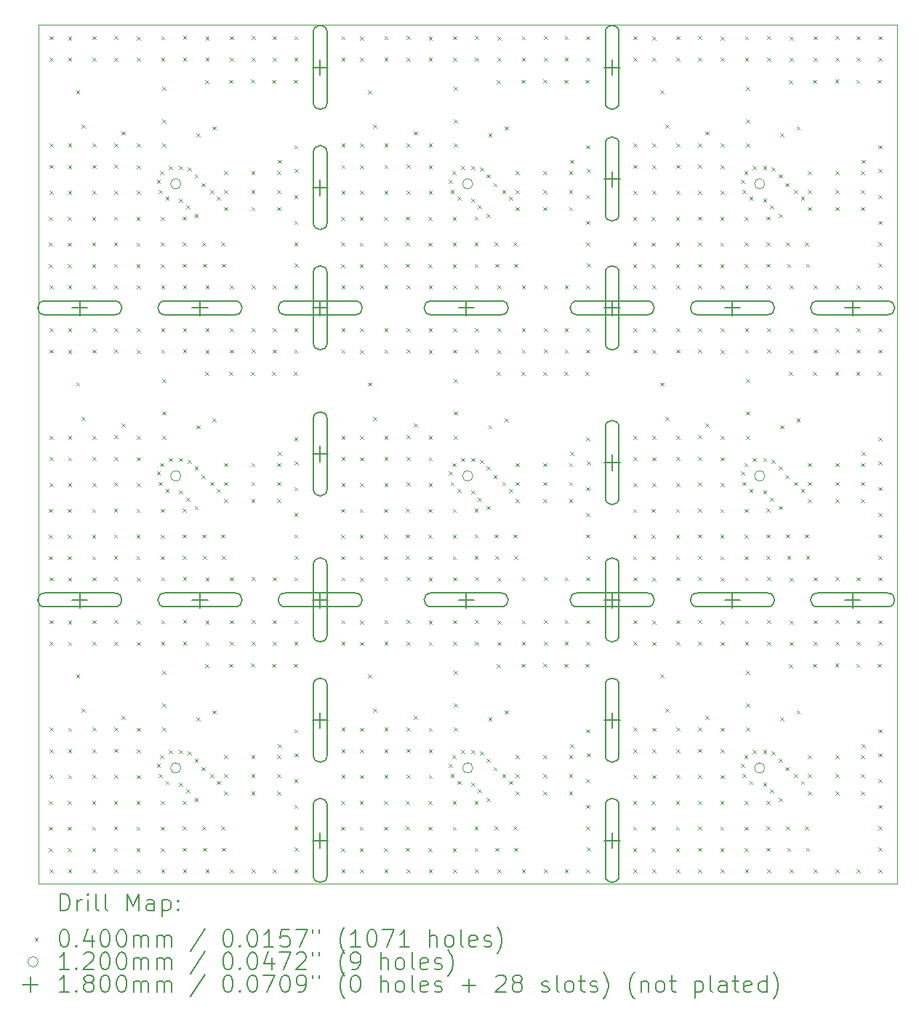
<source format=gbr>
%FSLAX45Y45*%
G04 Gerber Fmt 4.5, Leading zero omitted, Abs format (unit mm)*
G04 Created by KiCad (PCBNEW (6.0.4)) date 2022-12-29 00:07:28*
%MOMM*%
%LPD*%
G01*
G04 APERTURE LIST*
%TA.AperFunction,Profile*%
%ADD10C,0.050000*%
%TD*%
%ADD11C,0.200000*%
%ADD12C,0.040000*%
%ADD13C,0.120000*%
%ADD14C,0.180000*%
G04 APERTURE END LIST*
D10*
X10517500Y-5005983D02*
X20517500Y-5005983D01*
X20517500Y-5005983D02*
X20517500Y-15005983D01*
X20517500Y-15005983D02*
X10517500Y-15005983D01*
X10517500Y-15005983D02*
X10517500Y-5005983D01*
D11*
D12*
X10642431Y-7238752D02*
X10682431Y-7278752D01*
X10682431Y-7238752D02*
X10642431Y-7278752D01*
X10642431Y-7538752D02*
X10682431Y-7578752D01*
X10682431Y-7538752D02*
X10642431Y-7578752D01*
X10642431Y-7788752D02*
X10682431Y-7828752D01*
X10682431Y-7788752D02*
X10642431Y-7828752D01*
X10642431Y-10638753D02*
X10682431Y-10678753D01*
X10682431Y-10638753D02*
X10642431Y-10678753D01*
X10642431Y-10938753D02*
X10682431Y-10978753D01*
X10682431Y-10938753D02*
X10642431Y-10978753D01*
X10642431Y-11188752D02*
X10682431Y-11228752D01*
X10682431Y-11188752D02*
X10642431Y-11228752D01*
X10642431Y-14038752D02*
X10682431Y-14078752D01*
X10682431Y-14038752D02*
X10642431Y-14078752D01*
X10642431Y-14338752D02*
X10682431Y-14378752D01*
X10682431Y-14338752D02*
X10642431Y-14378752D01*
X10642431Y-14588752D02*
X10682431Y-14628752D01*
X10682431Y-14588752D02*
X10642431Y-14628752D01*
X10647500Y-5135983D02*
X10687500Y-5175983D01*
X10687500Y-5135983D02*
X10647500Y-5175983D01*
X10647500Y-5385983D02*
X10687500Y-5425983D01*
X10687500Y-5385983D02*
X10647500Y-5425983D01*
X10647500Y-6385983D02*
X10687500Y-6425983D01*
X10687500Y-6385983D02*
X10647500Y-6425983D01*
X10647500Y-6635983D02*
X10687500Y-6675983D01*
X10687500Y-6635983D02*
X10647500Y-6675983D01*
X10647500Y-6935983D02*
X10687500Y-6975983D01*
X10687500Y-6935983D02*
X10647500Y-6975983D01*
X10647500Y-8035983D02*
X10687500Y-8075983D01*
X10687500Y-8035983D02*
X10647500Y-8075983D01*
X10647500Y-8535983D02*
X10687500Y-8575983D01*
X10687500Y-8535983D02*
X10647500Y-8575983D01*
X10647500Y-8785983D02*
X10687500Y-8825983D01*
X10687500Y-8785983D02*
X10647500Y-8825983D01*
X10647500Y-9785983D02*
X10687500Y-9825983D01*
X10687500Y-9785983D02*
X10647500Y-9825983D01*
X10647500Y-10035983D02*
X10687500Y-10075983D01*
X10687500Y-10035983D02*
X10647500Y-10075983D01*
X10647500Y-10335983D02*
X10687500Y-10375983D01*
X10687500Y-10335983D02*
X10647500Y-10375983D01*
X10647500Y-11435983D02*
X10687500Y-11475983D01*
X10687500Y-11435983D02*
X10647500Y-11475983D01*
X10647500Y-11935983D02*
X10687500Y-11975983D01*
X10687500Y-11935983D02*
X10647500Y-11975983D01*
X10647500Y-12185983D02*
X10687500Y-12225983D01*
X10687500Y-12185983D02*
X10647500Y-12225983D01*
X10647500Y-13185983D02*
X10687500Y-13225983D01*
X10687500Y-13185983D02*
X10647500Y-13225983D01*
X10647500Y-13435983D02*
X10687500Y-13475983D01*
X10687500Y-13435983D02*
X10647500Y-13475983D01*
X10647500Y-13735983D02*
X10687500Y-13775983D01*
X10687500Y-13735983D02*
X10647500Y-13775983D01*
X10647500Y-14835983D02*
X10687500Y-14875983D01*
X10687500Y-14835983D02*
X10647500Y-14875983D01*
X10859233Y-7240603D02*
X10899233Y-7280603D01*
X10899233Y-7240603D02*
X10859233Y-7280603D01*
X10859233Y-7540603D02*
X10899233Y-7580603D01*
X10899233Y-7540603D02*
X10859233Y-7580603D01*
X10859233Y-7790603D02*
X10899233Y-7830603D01*
X10899233Y-7790603D02*
X10859233Y-7830603D01*
X10859233Y-10640603D02*
X10899233Y-10680603D01*
X10899233Y-10640603D02*
X10859233Y-10680603D01*
X10859233Y-10940603D02*
X10899233Y-10980603D01*
X10899233Y-10940603D02*
X10859233Y-10980603D01*
X10859233Y-11190603D02*
X10899233Y-11230603D01*
X10899233Y-11190603D02*
X10859233Y-11230603D01*
X10859233Y-14040603D02*
X10899233Y-14080603D01*
X10899233Y-14040603D02*
X10859233Y-14080603D01*
X10859233Y-14340603D02*
X10899233Y-14380603D01*
X10899233Y-14340603D02*
X10859233Y-14380603D01*
X10859233Y-14590603D02*
X10899233Y-14630603D01*
X10899233Y-14590603D02*
X10859233Y-14630603D01*
X10864302Y-5137834D02*
X10904302Y-5177834D01*
X10904302Y-5137834D02*
X10864302Y-5177834D01*
X10864302Y-5387834D02*
X10904302Y-5427834D01*
X10904302Y-5387834D02*
X10864302Y-5427834D01*
X10864302Y-6387834D02*
X10904302Y-6427834D01*
X10904302Y-6387834D02*
X10864302Y-6427834D01*
X10864302Y-6637834D02*
X10904302Y-6677834D01*
X10904302Y-6637834D02*
X10864302Y-6677834D01*
X10864302Y-6937834D02*
X10904302Y-6977834D01*
X10904302Y-6937834D02*
X10864302Y-6977834D01*
X10864302Y-8037834D02*
X10904302Y-8077834D01*
X10904302Y-8037834D02*
X10864302Y-8077834D01*
X10864302Y-8537834D02*
X10904302Y-8577834D01*
X10904302Y-8537834D02*
X10864302Y-8577834D01*
X10864302Y-8787834D02*
X10904302Y-8827834D01*
X10904302Y-8787834D02*
X10864302Y-8827834D01*
X10864302Y-9787834D02*
X10904302Y-9827834D01*
X10904302Y-9787834D02*
X10864302Y-9827834D01*
X10864302Y-10037834D02*
X10904302Y-10077834D01*
X10904302Y-10037834D02*
X10864302Y-10077834D01*
X10864302Y-10337834D02*
X10904302Y-10377834D01*
X10904302Y-10337834D02*
X10864302Y-10377834D01*
X10864302Y-11437834D02*
X10904302Y-11477834D01*
X10904302Y-11437834D02*
X10864302Y-11477834D01*
X10864302Y-11937834D02*
X10904302Y-11977834D01*
X10904302Y-11937834D02*
X10864302Y-11977834D01*
X10864302Y-12187834D02*
X10904302Y-12227834D01*
X10904302Y-12187834D02*
X10864302Y-12227834D01*
X10864302Y-13187834D02*
X10904302Y-13227834D01*
X10904302Y-13187834D02*
X10864302Y-13227834D01*
X10864302Y-13437834D02*
X10904302Y-13477834D01*
X10904302Y-13437834D02*
X10864302Y-13477834D01*
X10864302Y-13737834D02*
X10904302Y-13777834D01*
X10904302Y-13737834D02*
X10864302Y-13777834D01*
X10864302Y-14837834D02*
X10904302Y-14877834D01*
X10904302Y-14837834D02*
X10864302Y-14877834D01*
X10957500Y-5765983D02*
X10997500Y-5805983D01*
X10997500Y-5765983D02*
X10957500Y-5805983D01*
X10957500Y-9165983D02*
X10997500Y-9205983D01*
X10997500Y-9165983D02*
X10957500Y-9205983D01*
X10957500Y-12565983D02*
X10997500Y-12605983D01*
X10997500Y-12565983D02*
X10957500Y-12605983D01*
X11017500Y-6165983D02*
X11057500Y-6205983D01*
X11057500Y-6165983D02*
X11017500Y-6205983D01*
X11017500Y-9565983D02*
X11057500Y-9605983D01*
X11057500Y-9565983D02*
X11017500Y-9605983D01*
X11017500Y-12965983D02*
X11057500Y-13005983D01*
X11057500Y-12965983D02*
X11017500Y-13005983D01*
X11142431Y-7238752D02*
X11182431Y-7278752D01*
X11182431Y-7238752D02*
X11142431Y-7278752D01*
X11142431Y-7538752D02*
X11182431Y-7578752D01*
X11182431Y-7538752D02*
X11142431Y-7578752D01*
X11142431Y-7788752D02*
X11182431Y-7828752D01*
X11182431Y-7788752D02*
X11142431Y-7828752D01*
X11142431Y-10638753D02*
X11182431Y-10678753D01*
X11182431Y-10638753D02*
X11142431Y-10678753D01*
X11142431Y-10938753D02*
X11182431Y-10978753D01*
X11182431Y-10938753D02*
X11142431Y-10978753D01*
X11142431Y-11188752D02*
X11182431Y-11228752D01*
X11182431Y-11188752D02*
X11142431Y-11228752D01*
X11142431Y-14038752D02*
X11182431Y-14078752D01*
X11182431Y-14038752D02*
X11142431Y-14078752D01*
X11142431Y-14338752D02*
X11182431Y-14378752D01*
X11182431Y-14338752D02*
X11142431Y-14378752D01*
X11142431Y-14588752D02*
X11182431Y-14628752D01*
X11182431Y-14588752D02*
X11142431Y-14628752D01*
X11147500Y-5135983D02*
X11187500Y-5175983D01*
X11187500Y-5135983D02*
X11147500Y-5175983D01*
X11147500Y-5385983D02*
X11187500Y-5425983D01*
X11187500Y-5385983D02*
X11147500Y-5425983D01*
X11147500Y-6385983D02*
X11187500Y-6425983D01*
X11187500Y-6385983D02*
X11147500Y-6425983D01*
X11147500Y-6635983D02*
X11187500Y-6675983D01*
X11187500Y-6635983D02*
X11147500Y-6675983D01*
X11147500Y-6935983D02*
X11187500Y-6975983D01*
X11187500Y-6935983D02*
X11147500Y-6975983D01*
X11147500Y-8035983D02*
X11187500Y-8075983D01*
X11187500Y-8035983D02*
X11147500Y-8075983D01*
X11147500Y-8535983D02*
X11187500Y-8575983D01*
X11187500Y-8535983D02*
X11147500Y-8575983D01*
X11147500Y-8785983D02*
X11187500Y-8825983D01*
X11187500Y-8785983D02*
X11147500Y-8825983D01*
X11147500Y-9785983D02*
X11187500Y-9825983D01*
X11187500Y-9785983D02*
X11147500Y-9825983D01*
X11147500Y-10035983D02*
X11187500Y-10075983D01*
X11187500Y-10035983D02*
X11147500Y-10075983D01*
X11147500Y-10335983D02*
X11187500Y-10375983D01*
X11187500Y-10335983D02*
X11147500Y-10375983D01*
X11147500Y-11435983D02*
X11187500Y-11475983D01*
X11187500Y-11435983D02*
X11147500Y-11475983D01*
X11147500Y-11935983D02*
X11187500Y-11975983D01*
X11187500Y-11935983D02*
X11147500Y-11975983D01*
X11147500Y-12185983D02*
X11187500Y-12225983D01*
X11187500Y-12185983D02*
X11147500Y-12225983D01*
X11147500Y-13185983D02*
X11187500Y-13225983D01*
X11187500Y-13185983D02*
X11147500Y-13225983D01*
X11147500Y-13435983D02*
X11187500Y-13475983D01*
X11187500Y-13435983D02*
X11147500Y-13475983D01*
X11147500Y-13735983D02*
X11187500Y-13775983D01*
X11187500Y-13735983D02*
X11147500Y-13775983D01*
X11147500Y-14835983D02*
X11187500Y-14875983D01*
X11187500Y-14835983D02*
X11147500Y-14875983D01*
X11397500Y-7235983D02*
X11437500Y-7275983D01*
X11437500Y-7235983D02*
X11397500Y-7275983D01*
X11397500Y-7535983D02*
X11437500Y-7575983D01*
X11437500Y-7535983D02*
X11397500Y-7575983D01*
X11397500Y-7785983D02*
X11437500Y-7825983D01*
X11437500Y-7785983D02*
X11397500Y-7825983D01*
X11397500Y-10635983D02*
X11437500Y-10675983D01*
X11437500Y-10635983D02*
X11397500Y-10675983D01*
X11397500Y-10935983D02*
X11437500Y-10975983D01*
X11437500Y-10935983D02*
X11397500Y-10975983D01*
X11397500Y-11185983D02*
X11437500Y-11225983D01*
X11437500Y-11185983D02*
X11397500Y-11225983D01*
X11397500Y-14035983D02*
X11437500Y-14075983D01*
X11437500Y-14035983D02*
X11397500Y-14075983D01*
X11397500Y-14335983D02*
X11437500Y-14375983D01*
X11437500Y-14335983D02*
X11397500Y-14375983D01*
X11397500Y-14585983D02*
X11437500Y-14625983D01*
X11437500Y-14585983D02*
X11397500Y-14625983D01*
X11402569Y-5133214D02*
X11442569Y-5173214D01*
X11442569Y-5133214D02*
X11402569Y-5173214D01*
X11402569Y-5383214D02*
X11442569Y-5423214D01*
X11442569Y-5383214D02*
X11402569Y-5423214D01*
X11402569Y-6383214D02*
X11442569Y-6423214D01*
X11442569Y-6383214D02*
X11402569Y-6423214D01*
X11402569Y-6633214D02*
X11442569Y-6673214D01*
X11442569Y-6633214D02*
X11402569Y-6673214D01*
X11402569Y-6933214D02*
X11442569Y-6973214D01*
X11442569Y-6933214D02*
X11402569Y-6973214D01*
X11402569Y-8033214D02*
X11442569Y-8073214D01*
X11442569Y-8033214D02*
X11402569Y-8073214D01*
X11402569Y-8533214D02*
X11442569Y-8573214D01*
X11442569Y-8533214D02*
X11402569Y-8573214D01*
X11402569Y-8783214D02*
X11442569Y-8823214D01*
X11442569Y-8783214D02*
X11402569Y-8823214D01*
X11402569Y-9783214D02*
X11442569Y-9823214D01*
X11442569Y-9783214D02*
X11402569Y-9823214D01*
X11402569Y-10033214D02*
X11442569Y-10073214D01*
X11442569Y-10033214D02*
X11402569Y-10073214D01*
X11402569Y-10333214D02*
X11442569Y-10373214D01*
X11442569Y-10333214D02*
X11402569Y-10373214D01*
X11402569Y-11433214D02*
X11442569Y-11473214D01*
X11442569Y-11433214D02*
X11402569Y-11473214D01*
X11402569Y-11933214D02*
X11442569Y-11973214D01*
X11442569Y-11933214D02*
X11402569Y-11973214D01*
X11402569Y-12183214D02*
X11442569Y-12223214D01*
X11442569Y-12183214D02*
X11402569Y-12223214D01*
X11402569Y-13183214D02*
X11442569Y-13223214D01*
X11442569Y-13183214D02*
X11402569Y-13223214D01*
X11402569Y-13433214D02*
X11442569Y-13473214D01*
X11442569Y-13433214D02*
X11402569Y-13473214D01*
X11402569Y-13733214D02*
X11442569Y-13773214D01*
X11442569Y-13733214D02*
X11402569Y-13773214D01*
X11402569Y-14833214D02*
X11442569Y-14873214D01*
X11442569Y-14833214D02*
X11402569Y-14873214D01*
X11487500Y-6245983D02*
X11527500Y-6285983D01*
X11527500Y-6245983D02*
X11487500Y-6285983D01*
X11487500Y-9645983D02*
X11527500Y-9685983D01*
X11527500Y-9645983D02*
X11487500Y-9685983D01*
X11487500Y-13045983D02*
X11527500Y-13085983D01*
X11527500Y-13045983D02*
X11487500Y-13085983D01*
X11659233Y-7240603D02*
X11699233Y-7280603D01*
X11699233Y-7240603D02*
X11659233Y-7280603D01*
X11659233Y-7540603D02*
X11699233Y-7580603D01*
X11699233Y-7540603D02*
X11659233Y-7580603D01*
X11659233Y-7790603D02*
X11699233Y-7830603D01*
X11699233Y-7790603D02*
X11659233Y-7830603D01*
X11659233Y-10640603D02*
X11699233Y-10680603D01*
X11699233Y-10640603D02*
X11659233Y-10680603D01*
X11659233Y-10940603D02*
X11699233Y-10980603D01*
X11699233Y-10940603D02*
X11659233Y-10980603D01*
X11659233Y-11190603D02*
X11699233Y-11230603D01*
X11699233Y-11190603D02*
X11659233Y-11230603D01*
X11659233Y-14040603D02*
X11699233Y-14080603D01*
X11699233Y-14040603D02*
X11659233Y-14080603D01*
X11659233Y-14340603D02*
X11699233Y-14380603D01*
X11699233Y-14340603D02*
X11659233Y-14380603D01*
X11659233Y-14590603D02*
X11699233Y-14630603D01*
X11699233Y-14590603D02*
X11659233Y-14630603D01*
X11664302Y-5137834D02*
X11704302Y-5177834D01*
X11704302Y-5137834D02*
X11664302Y-5177834D01*
X11664302Y-5387834D02*
X11704302Y-5427834D01*
X11704302Y-5387834D02*
X11664302Y-5427834D01*
X11664302Y-6387834D02*
X11704302Y-6427834D01*
X11704302Y-6387834D02*
X11664302Y-6427834D01*
X11664302Y-6637834D02*
X11704302Y-6677834D01*
X11704302Y-6637834D02*
X11664302Y-6677834D01*
X11664302Y-6937834D02*
X11704302Y-6977834D01*
X11704302Y-6937834D02*
X11664302Y-6977834D01*
X11664302Y-8037834D02*
X11704302Y-8077834D01*
X11704302Y-8037834D02*
X11664302Y-8077834D01*
X11664302Y-8537834D02*
X11704302Y-8577834D01*
X11704302Y-8537834D02*
X11664302Y-8577834D01*
X11664302Y-8787834D02*
X11704302Y-8827834D01*
X11704302Y-8787834D02*
X11664302Y-8827834D01*
X11664302Y-9787834D02*
X11704302Y-9827834D01*
X11704302Y-9787834D02*
X11664302Y-9827834D01*
X11664302Y-10037834D02*
X11704302Y-10077834D01*
X11704302Y-10037834D02*
X11664302Y-10077834D01*
X11664302Y-10337834D02*
X11704302Y-10377834D01*
X11704302Y-10337834D02*
X11664302Y-10377834D01*
X11664302Y-11437834D02*
X11704302Y-11477834D01*
X11704302Y-11437834D02*
X11664302Y-11477834D01*
X11664302Y-11937834D02*
X11704302Y-11977834D01*
X11704302Y-11937834D02*
X11664302Y-11977834D01*
X11664302Y-12187834D02*
X11704302Y-12227834D01*
X11704302Y-12187834D02*
X11664302Y-12227834D01*
X11664302Y-13187834D02*
X11704302Y-13227834D01*
X11704302Y-13187834D02*
X11664302Y-13227834D01*
X11664302Y-13437834D02*
X11704302Y-13477834D01*
X11704302Y-13437834D02*
X11664302Y-13477834D01*
X11664302Y-13737834D02*
X11704302Y-13777834D01*
X11704302Y-13737834D02*
X11664302Y-13777834D01*
X11664302Y-14837834D02*
X11704302Y-14877834D01*
X11704302Y-14837834D02*
X11664302Y-14877834D01*
X11897500Y-6805983D02*
X11937500Y-6845983D01*
X11937500Y-6805983D02*
X11897500Y-6845983D01*
X11897500Y-10205983D02*
X11937500Y-10245983D01*
X11937500Y-10205983D02*
X11897500Y-10245983D01*
X11897500Y-13605983D02*
X11937500Y-13645983D01*
X11937500Y-13605983D02*
X11897500Y-13645983D01*
X11917500Y-6925983D02*
X11957500Y-6965983D01*
X11957500Y-6925983D02*
X11917500Y-6965983D01*
X11917500Y-10325983D02*
X11957500Y-10365983D01*
X11957500Y-10325983D02*
X11917500Y-10365983D01*
X11917500Y-13725983D02*
X11957500Y-13765983D01*
X11957500Y-13725983D02*
X11917500Y-13765983D01*
X11937500Y-6705983D02*
X11977500Y-6745983D01*
X11977500Y-6705983D02*
X11937500Y-6745983D01*
X11937500Y-10105983D02*
X11977500Y-10145983D01*
X11977500Y-10105983D02*
X11937500Y-10145983D01*
X11937500Y-13505983D02*
X11977500Y-13545983D01*
X11977500Y-13505983D02*
X11937500Y-13545983D01*
X11942431Y-7238752D02*
X11982431Y-7278752D01*
X11982431Y-7238752D02*
X11942431Y-7278752D01*
X11942431Y-7538752D02*
X11982431Y-7578752D01*
X11982431Y-7538752D02*
X11942431Y-7578752D01*
X11942431Y-7788752D02*
X11982431Y-7828752D01*
X11982431Y-7788752D02*
X11942431Y-7828752D01*
X11942431Y-10638753D02*
X11982431Y-10678753D01*
X11982431Y-10638753D02*
X11942431Y-10678753D01*
X11942431Y-10938753D02*
X11982431Y-10978753D01*
X11982431Y-10938753D02*
X11942431Y-10978753D01*
X11942431Y-11188752D02*
X11982431Y-11228752D01*
X11982431Y-11188752D02*
X11942431Y-11228752D01*
X11942431Y-14038752D02*
X11982431Y-14078752D01*
X11982431Y-14038752D02*
X11942431Y-14078752D01*
X11942431Y-14338752D02*
X11982431Y-14378752D01*
X11982431Y-14338752D02*
X11942431Y-14378752D01*
X11942431Y-14588752D02*
X11982431Y-14628752D01*
X11982431Y-14588752D02*
X11942431Y-14628752D01*
X11947500Y-5135983D02*
X11987500Y-5175983D01*
X11987500Y-5135983D02*
X11947500Y-5175983D01*
X11947500Y-5385983D02*
X11987500Y-5425983D01*
X11987500Y-5385983D02*
X11947500Y-5425983D01*
X11947500Y-8035983D02*
X11987500Y-8075983D01*
X11987500Y-8035983D02*
X11947500Y-8075983D01*
X11947500Y-8535983D02*
X11987500Y-8575983D01*
X11987500Y-8535983D02*
X11947500Y-8575983D01*
X11947500Y-8785983D02*
X11987500Y-8825983D01*
X11987500Y-8785983D02*
X11947500Y-8825983D01*
X11947500Y-11435983D02*
X11987500Y-11475983D01*
X11987500Y-11435983D02*
X11947500Y-11475983D01*
X11947500Y-11935983D02*
X11987500Y-11975983D01*
X11987500Y-11935983D02*
X11947500Y-11975983D01*
X11947500Y-12185983D02*
X11987500Y-12225983D01*
X11987500Y-12185983D02*
X11947500Y-12225983D01*
X11947500Y-14835983D02*
X11987500Y-14875983D01*
X11987500Y-14835983D02*
X11947500Y-14875983D01*
X11957500Y-5725983D02*
X11997500Y-5765983D01*
X11997500Y-5725983D02*
X11957500Y-5765983D01*
X11957500Y-6105983D02*
X11997500Y-6145983D01*
X11997500Y-6105983D02*
X11957500Y-6145983D01*
X11957500Y-6385983D02*
X11997500Y-6425983D01*
X11997500Y-6385983D02*
X11957500Y-6425983D01*
X11957500Y-9125983D02*
X11997500Y-9165983D01*
X11997500Y-9125983D02*
X11957500Y-9165983D01*
X11957500Y-9505983D02*
X11997500Y-9545983D01*
X11997500Y-9505983D02*
X11957500Y-9545983D01*
X11957500Y-9785983D02*
X11997500Y-9825983D01*
X11997500Y-9785983D02*
X11957500Y-9825983D01*
X11957500Y-12525983D02*
X11997500Y-12565983D01*
X11997500Y-12525983D02*
X11957500Y-12565983D01*
X11957500Y-12905983D02*
X11997500Y-12945983D01*
X11997500Y-12905983D02*
X11957500Y-12945983D01*
X11957500Y-13185983D02*
X11997500Y-13225983D01*
X11997500Y-13185983D02*
X11957500Y-13225983D01*
X11997500Y-7005983D02*
X12037500Y-7045983D01*
X12037500Y-7005983D02*
X11997500Y-7045983D01*
X11997500Y-10405983D02*
X12037500Y-10445983D01*
X12037500Y-10405983D02*
X11997500Y-10445983D01*
X11997500Y-13805983D02*
X12037500Y-13845983D01*
X12037500Y-13805983D02*
X11997500Y-13845983D01*
X12037500Y-6645983D02*
X12077500Y-6685983D01*
X12077500Y-6645983D02*
X12037500Y-6685983D01*
X12037500Y-10045983D02*
X12077500Y-10085983D01*
X12077500Y-10045983D02*
X12037500Y-10085983D01*
X12037500Y-13445983D02*
X12077500Y-13485983D01*
X12077500Y-13445983D02*
X12037500Y-13485983D01*
X12157500Y-6645983D02*
X12197500Y-6685983D01*
X12197500Y-6645983D02*
X12157500Y-6685983D01*
X12157500Y-7025983D02*
X12197500Y-7065983D01*
X12197500Y-7025983D02*
X12157500Y-7065983D01*
X12157500Y-10045983D02*
X12197500Y-10085983D01*
X12197500Y-10045983D02*
X12157500Y-10085983D01*
X12157500Y-10425983D02*
X12197500Y-10465983D01*
X12197500Y-10425983D02*
X12157500Y-10465983D01*
X12157500Y-13445983D02*
X12197500Y-13485983D01*
X12197500Y-13445983D02*
X12157500Y-13485983D01*
X12157500Y-13825983D02*
X12197500Y-13865983D01*
X12197500Y-13825983D02*
X12157500Y-13865983D01*
X12197500Y-7235983D02*
X12237500Y-7275983D01*
X12237500Y-7235983D02*
X12197500Y-7275983D01*
X12197500Y-7535983D02*
X12237500Y-7575983D01*
X12237500Y-7535983D02*
X12197500Y-7575983D01*
X12197500Y-7785983D02*
X12237500Y-7825983D01*
X12237500Y-7785983D02*
X12197500Y-7825983D01*
X12197500Y-10635983D02*
X12237500Y-10675983D01*
X12237500Y-10635983D02*
X12197500Y-10675983D01*
X12197500Y-10935983D02*
X12237500Y-10975983D01*
X12237500Y-10935983D02*
X12197500Y-10975983D01*
X12197500Y-11185983D02*
X12237500Y-11225983D01*
X12237500Y-11185983D02*
X12197500Y-11225983D01*
X12197500Y-14035983D02*
X12237500Y-14075983D01*
X12237500Y-14035983D02*
X12197500Y-14075983D01*
X12197500Y-14335983D02*
X12237500Y-14375983D01*
X12237500Y-14335983D02*
X12197500Y-14375983D01*
X12197500Y-14585983D02*
X12237500Y-14625983D01*
X12237500Y-14585983D02*
X12197500Y-14625983D01*
X12202569Y-5133214D02*
X12242569Y-5173214D01*
X12242569Y-5133214D02*
X12202569Y-5173214D01*
X12202569Y-5383214D02*
X12242569Y-5423214D01*
X12242569Y-5383214D02*
X12202569Y-5423214D01*
X12202569Y-8033214D02*
X12242569Y-8073214D01*
X12242569Y-8033214D02*
X12202569Y-8073214D01*
X12202569Y-8533214D02*
X12242569Y-8573214D01*
X12242569Y-8533214D02*
X12202569Y-8573214D01*
X12202569Y-8783214D02*
X12242569Y-8823214D01*
X12242569Y-8783214D02*
X12202569Y-8823214D01*
X12202569Y-11433214D02*
X12242569Y-11473214D01*
X12242569Y-11433214D02*
X12202569Y-11473214D01*
X12202569Y-11933214D02*
X12242569Y-11973214D01*
X12242569Y-11933214D02*
X12202569Y-11973214D01*
X12202569Y-12183214D02*
X12242569Y-12223214D01*
X12242569Y-12183214D02*
X12202569Y-12223214D01*
X12202569Y-14833214D02*
X12242569Y-14873214D01*
X12242569Y-14833214D02*
X12202569Y-14873214D01*
X12237500Y-7105983D02*
X12277500Y-7145983D01*
X12277500Y-7105983D02*
X12237500Y-7145983D01*
X12237500Y-10505983D02*
X12277500Y-10545983D01*
X12277500Y-10505983D02*
X12237500Y-10545983D01*
X12237500Y-13905983D02*
X12277500Y-13945983D01*
X12277500Y-13905983D02*
X12237500Y-13945983D01*
X12257500Y-6665983D02*
X12297500Y-6705983D01*
X12297500Y-6665983D02*
X12257500Y-6705983D01*
X12257500Y-10065983D02*
X12297500Y-10105983D01*
X12297500Y-10065983D02*
X12257500Y-10105983D01*
X12257500Y-13465983D02*
X12297500Y-13505983D01*
X12297500Y-13465983D02*
X12257500Y-13505983D01*
X12337500Y-6745983D02*
X12377500Y-6785983D01*
X12377500Y-6745983D02*
X12337500Y-6785983D01*
X12337500Y-7205983D02*
X12377500Y-7245983D01*
X12377500Y-7205983D02*
X12337500Y-7245983D01*
X12337500Y-10145983D02*
X12377500Y-10185983D01*
X12377500Y-10145983D02*
X12337500Y-10185983D01*
X12337500Y-10605983D02*
X12377500Y-10645983D01*
X12377500Y-10605983D02*
X12337500Y-10645983D01*
X12337500Y-13545983D02*
X12377500Y-13585983D01*
X12377500Y-13545983D02*
X12337500Y-13585983D01*
X12337500Y-14005983D02*
X12377500Y-14045983D01*
X12377500Y-14005983D02*
X12337500Y-14045983D01*
X12357500Y-6265983D02*
X12397500Y-6305983D01*
X12397500Y-6265983D02*
X12357500Y-6305983D01*
X12357500Y-9665983D02*
X12397500Y-9705983D01*
X12397500Y-9665983D02*
X12357500Y-9705983D01*
X12357500Y-13065983D02*
X12397500Y-13105983D01*
X12397500Y-13065983D02*
X12357500Y-13105983D01*
X12417500Y-6845983D02*
X12457500Y-6885983D01*
X12457500Y-6845983D02*
X12417500Y-6885983D01*
X12417500Y-10245983D02*
X12457500Y-10285983D01*
X12457500Y-10245983D02*
X12417500Y-10285983D01*
X12417500Y-13645983D02*
X12457500Y-13685983D01*
X12457500Y-13645983D02*
X12417500Y-13685983D01*
X12427500Y-7535983D02*
X12467500Y-7575983D01*
X12467500Y-7535983D02*
X12427500Y-7575983D01*
X12427500Y-10935983D02*
X12467500Y-10975983D01*
X12467500Y-10935983D02*
X12427500Y-10975983D01*
X12427500Y-14335983D02*
X12467500Y-14375983D01*
X12467500Y-14335983D02*
X12427500Y-14375983D01*
X12437500Y-7785983D02*
X12477500Y-7825983D01*
X12477500Y-7785983D02*
X12437500Y-7825983D01*
X12437500Y-11185983D02*
X12477500Y-11225983D01*
X12477500Y-11185983D02*
X12437500Y-11225983D01*
X12437500Y-14585983D02*
X12477500Y-14625983D01*
X12477500Y-14585983D02*
X12437500Y-14625983D01*
X12457500Y-5645983D02*
X12497500Y-5685983D01*
X12497500Y-5645983D02*
X12457500Y-5685983D01*
X12457500Y-9045983D02*
X12497500Y-9085983D01*
X12497500Y-9045983D02*
X12457500Y-9085983D01*
X12457500Y-12445983D02*
X12497500Y-12485983D01*
X12497500Y-12445983D02*
X12457500Y-12485983D01*
X12464302Y-5137834D02*
X12504302Y-5177834D01*
X12504302Y-5137834D02*
X12464302Y-5177834D01*
X12464302Y-5387834D02*
X12504302Y-5427834D01*
X12504302Y-5387834D02*
X12464302Y-5427834D01*
X12464302Y-8037834D02*
X12504302Y-8077834D01*
X12504302Y-8037834D02*
X12464302Y-8077834D01*
X12464302Y-8537834D02*
X12504302Y-8577834D01*
X12504302Y-8537834D02*
X12464302Y-8577834D01*
X12464302Y-8787834D02*
X12504302Y-8827834D01*
X12504302Y-8787834D02*
X12464302Y-8827834D01*
X12464302Y-11437834D02*
X12504302Y-11477834D01*
X12504302Y-11437834D02*
X12464302Y-11477834D01*
X12464302Y-11937834D02*
X12504302Y-11977834D01*
X12504302Y-11937834D02*
X12464302Y-11977834D01*
X12464302Y-12187834D02*
X12504302Y-12227834D01*
X12504302Y-12187834D02*
X12464302Y-12227834D01*
X12464302Y-14837834D02*
X12504302Y-14877834D01*
X12504302Y-14837834D02*
X12464302Y-14877834D01*
X12517500Y-6925983D02*
X12557500Y-6965983D01*
X12557500Y-6925983D02*
X12517500Y-6965983D01*
X12517500Y-10325983D02*
X12557500Y-10365983D01*
X12557500Y-10325983D02*
X12517500Y-10365983D01*
X12517500Y-13725983D02*
X12557500Y-13765983D01*
X12557500Y-13725983D02*
X12517500Y-13765983D01*
X12547500Y-6185983D02*
X12587500Y-6225983D01*
X12587500Y-6185983D02*
X12547500Y-6225983D01*
X12547500Y-9585983D02*
X12587500Y-9625983D01*
X12587500Y-9585983D02*
X12547500Y-9625983D01*
X12547500Y-12985983D02*
X12587500Y-13025983D01*
X12587500Y-12985983D02*
X12547500Y-13025983D01*
X12597500Y-7005983D02*
X12637500Y-7045983D01*
X12637500Y-7005983D02*
X12597500Y-7045983D01*
X12597500Y-10405983D02*
X12637500Y-10445983D01*
X12637500Y-10405983D02*
X12597500Y-10445983D01*
X12597500Y-13805983D02*
X12637500Y-13845983D01*
X12637500Y-13805983D02*
X12597500Y-13845983D01*
X12647500Y-7535983D02*
X12687500Y-7575983D01*
X12687500Y-7535983D02*
X12647500Y-7575983D01*
X12647500Y-10935983D02*
X12687500Y-10975983D01*
X12687500Y-10935983D02*
X12647500Y-10975983D01*
X12647500Y-14335983D02*
X12687500Y-14375983D01*
X12687500Y-14335983D02*
X12647500Y-14375983D01*
X12657500Y-7785983D02*
X12697500Y-7825983D01*
X12697500Y-7785983D02*
X12657500Y-7825983D01*
X12657500Y-11185983D02*
X12697500Y-11225983D01*
X12697500Y-11185983D02*
X12657500Y-11225983D01*
X12657500Y-14585983D02*
X12697500Y-14625983D01*
X12697500Y-14585983D02*
X12657500Y-14625983D01*
X12677500Y-6705983D02*
X12717500Y-6745983D01*
X12717500Y-6705983D02*
X12677500Y-6745983D01*
X12677500Y-6925983D02*
X12717500Y-6965983D01*
X12717500Y-6925983D02*
X12677500Y-6965983D01*
X12677500Y-7125983D02*
X12717500Y-7165983D01*
X12717500Y-7125983D02*
X12677500Y-7165983D01*
X12677500Y-10105983D02*
X12717500Y-10145983D01*
X12717500Y-10105983D02*
X12677500Y-10145983D01*
X12677500Y-10325983D02*
X12717500Y-10365983D01*
X12717500Y-10325983D02*
X12677500Y-10365983D01*
X12677500Y-10525983D02*
X12717500Y-10565983D01*
X12717500Y-10525983D02*
X12677500Y-10565983D01*
X12677500Y-13505983D02*
X12717500Y-13545983D01*
X12717500Y-13505983D02*
X12677500Y-13545983D01*
X12677500Y-13725983D02*
X12717500Y-13765983D01*
X12717500Y-13725983D02*
X12677500Y-13765983D01*
X12677500Y-13925983D02*
X12717500Y-13965983D01*
X12717500Y-13925983D02*
X12677500Y-13965983D01*
X12740698Y-5644132D02*
X12780698Y-5684132D01*
X12780698Y-5644132D02*
X12740698Y-5684132D01*
X12740698Y-9044132D02*
X12780698Y-9084132D01*
X12780698Y-9044132D02*
X12740698Y-9084132D01*
X12740698Y-12444132D02*
X12780698Y-12484132D01*
X12780698Y-12444132D02*
X12740698Y-12484132D01*
X12747500Y-5135983D02*
X12787500Y-5175983D01*
X12787500Y-5135983D02*
X12747500Y-5175983D01*
X12747500Y-5385983D02*
X12787500Y-5425983D01*
X12787500Y-5385983D02*
X12747500Y-5425983D01*
X12747500Y-8035983D02*
X12787500Y-8075983D01*
X12787500Y-8035983D02*
X12747500Y-8075983D01*
X12747500Y-8535983D02*
X12787500Y-8575983D01*
X12787500Y-8535983D02*
X12747500Y-8575983D01*
X12747500Y-8785983D02*
X12787500Y-8825983D01*
X12787500Y-8785983D02*
X12747500Y-8825983D01*
X12747500Y-11435983D02*
X12787500Y-11475983D01*
X12787500Y-11435983D02*
X12747500Y-11475983D01*
X12747500Y-11935983D02*
X12787500Y-11975983D01*
X12787500Y-11935983D02*
X12747500Y-11975983D01*
X12747500Y-12185983D02*
X12787500Y-12225983D01*
X12787500Y-12185983D02*
X12747500Y-12225983D01*
X12747500Y-14835983D02*
X12787500Y-14875983D01*
X12787500Y-14835983D02*
X12747500Y-14875983D01*
X12995767Y-5641363D02*
X13035767Y-5681363D01*
X13035767Y-5641363D02*
X12995767Y-5681363D01*
X12995767Y-9041363D02*
X13035767Y-9081363D01*
X13035767Y-9041363D02*
X12995767Y-9081363D01*
X12995767Y-12441363D02*
X13035767Y-12481363D01*
X13035767Y-12441363D02*
X12995767Y-12481363D01*
X12997500Y-6705983D02*
X13037500Y-6745983D01*
X13037500Y-6705983D02*
X12997500Y-6745983D01*
X12997500Y-6925983D02*
X13037500Y-6965983D01*
X13037500Y-6925983D02*
X12997500Y-6965983D01*
X12997500Y-7125983D02*
X13037500Y-7165983D01*
X13037500Y-7125983D02*
X12997500Y-7165983D01*
X12997500Y-10105983D02*
X13037500Y-10145983D01*
X13037500Y-10105983D02*
X12997500Y-10145983D01*
X12997500Y-10325983D02*
X13037500Y-10365983D01*
X13037500Y-10325983D02*
X12997500Y-10365983D01*
X12997500Y-10525983D02*
X13037500Y-10565983D01*
X13037500Y-10525983D02*
X12997500Y-10565983D01*
X12997500Y-13505983D02*
X13037500Y-13545983D01*
X13037500Y-13505983D02*
X12997500Y-13545983D01*
X12997500Y-13725983D02*
X13037500Y-13765983D01*
X13037500Y-13725983D02*
X12997500Y-13765983D01*
X12997500Y-13925983D02*
X13037500Y-13965983D01*
X13037500Y-13925983D02*
X12997500Y-13965983D01*
X13002569Y-5133214D02*
X13042569Y-5173214D01*
X13042569Y-5133214D02*
X13002569Y-5173214D01*
X13002569Y-5383214D02*
X13042569Y-5423214D01*
X13042569Y-5383214D02*
X13002569Y-5423214D01*
X13002569Y-8033214D02*
X13042569Y-8073214D01*
X13042569Y-8033214D02*
X13002569Y-8073214D01*
X13002569Y-8533214D02*
X13042569Y-8573214D01*
X13042569Y-8533214D02*
X13002569Y-8573214D01*
X13002569Y-8783214D02*
X13042569Y-8823214D01*
X13042569Y-8783214D02*
X13002569Y-8823214D01*
X13002569Y-11433214D02*
X13042569Y-11473214D01*
X13042569Y-11433214D02*
X13002569Y-11473214D01*
X13002569Y-11933214D02*
X13042569Y-11973214D01*
X13042569Y-11933214D02*
X13002569Y-11973214D01*
X13002569Y-12183214D02*
X13042569Y-12223214D01*
X13042569Y-12183214D02*
X13002569Y-12223214D01*
X13002569Y-14833214D02*
X13042569Y-14873214D01*
X13042569Y-14833214D02*
X13002569Y-14873214D01*
X13240698Y-5644132D02*
X13280698Y-5684132D01*
X13280698Y-5644132D02*
X13240698Y-5684132D01*
X13240698Y-9044132D02*
X13280698Y-9084132D01*
X13280698Y-9044132D02*
X13240698Y-9084132D01*
X13240698Y-12444132D02*
X13280698Y-12484132D01*
X13280698Y-12444132D02*
X13240698Y-12484132D01*
X13247500Y-5135983D02*
X13287500Y-5175983D01*
X13287500Y-5135983D02*
X13247500Y-5175983D01*
X13247500Y-5385983D02*
X13287500Y-5425983D01*
X13287500Y-5385983D02*
X13247500Y-5425983D01*
X13247500Y-8035983D02*
X13287500Y-8075983D01*
X13287500Y-8035983D02*
X13247500Y-8075983D01*
X13247500Y-8535983D02*
X13287500Y-8575983D01*
X13287500Y-8535983D02*
X13247500Y-8575983D01*
X13247500Y-8785983D02*
X13287500Y-8825983D01*
X13287500Y-8785983D02*
X13247500Y-8825983D01*
X13247500Y-11435983D02*
X13287500Y-11475983D01*
X13287500Y-11435983D02*
X13247500Y-11475983D01*
X13247500Y-11935983D02*
X13287500Y-11975983D01*
X13287500Y-11935983D02*
X13247500Y-11975983D01*
X13247500Y-12185983D02*
X13287500Y-12225983D01*
X13287500Y-12185983D02*
X13247500Y-12225983D01*
X13247500Y-14835983D02*
X13287500Y-14875983D01*
X13287500Y-14835983D02*
X13247500Y-14875983D01*
X13297500Y-6705983D02*
X13337500Y-6745983D01*
X13337500Y-6705983D02*
X13297500Y-6745983D01*
X13297500Y-6925983D02*
X13337500Y-6965983D01*
X13337500Y-6925983D02*
X13297500Y-6965983D01*
X13297500Y-7125983D02*
X13337500Y-7165983D01*
X13337500Y-7125983D02*
X13297500Y-7165983D01*
X13297500Y-10105983D02*
X13337500Y-10145983D01*
X13337500Y-10105983D02*
X13297500Y-10145983D01*
X13297500Y-10325983D02*
X13337500Y-10365983D01*
X13337500Y-10325983D02*
X13297500Y-10365983D01*
X13297500Y-10525983D02*
X13337500Y-10565983D01*
X13337500Y-10525983D02*
X13297500Y-10565983D01*
X13297500Y-13505983D02*
X13337500Y-13545983D01*
X13337500Y-13505983D02*
X13297500Y-13545983D01*
X13297500Y-13725983D02*
X13337500Y-13765983D01*
X13337500Y-13725983D02*
X13297500Y-13765983D01*
X13297500Y-13925983D02*
X13337500Y-13965983D01*
X13337500Y-13925983D02*
X13297500Y-13965983D01*
X13307500Y-6575983D02*
X13347500Y-6615983D01*
X13347500Y-6575983D02*
X13307500Y-6615983D01*
X13307500Y-9975983D02*
X13347500Y-10015983D01*
X13347500Y-9975983D02*
X13307500Y-10015983D01*
X13307500Y-13375983D02*
X13347500Y-13415983D01*
X13347500Y-13375983D02*
X13307500Y-13415983D01*
X13490698Y-5644132D02*
X13530698Y-5684132D01*
X13530698Y-5644132D02*
X13490698Y-5684132D01*
X13490698Y-9044132D02*
X13530698Y-9084132D01*
X13530698Y-9044132D02*
X13490698Y-9084132D01*
X13490698Y-12444132D02*
X13530698Y-12484132D01*
X13530698Y-12444132D02*
X13490698Y-12484132D01*
X13497500Y-5135983D02*
X13537500Y-5175983D01*
X13537500Y-5135983D02*
X13497500Y-5175983D01*
X13497500Y-5385983D02*
X13537500Y-5425983D01*
X13537500Y-5385983D02*
X13497500Y-5425983D01*
X13497500Y-6405983D02*
X13537500Y-6445983D01*
X13537500Y-6405983D02*
X13497500Y-6445983D01*
X13497500Y-6985983D02*
X13537500Y-7025983D01*
X13537500Y-6985983D02*
X13497500Y-7025983D01*
X13497500Y-7285983D02*
X13537500Y-7325983D01*
X13537500Y-7285983D02*
X13497500Y-7325983D01*
X13497500Y-7535983D02*
X13537500Y-7575983D01*
X13537500Y-7535983D02*
X13497500Y-7575983D01*
X13497500Y-8035983D02*
X13537500Y-8075983D01*
X13537500Y-8035983D02*
X13497500Y-8075983D01*
X13497500Y-8535983D02*
X13537500Y-8575983D01*
X13537500Y-8535983D02*
X13497500Y-8575983D01*
X13497500Y-8785983D02*
X13537500Y-8825983D01*
X13537500Y-8785983D02*
X13497500Y-8825983D01*
X13497500Y-9805983D02*
X13537500Y-9845983D01*
X13537500Y-9805983D02*
X13497500Y-9845983D01*
X13497500Y-10385983D02*
X13537500Y-10425983D01*
X13537500Y-10385983D02*
X13497500Y-10425983D01*
X13497500Y-10685983D02*
X13537500Y-10725983D01*
X13537500Y-10685983D02*
X13497500Y-10725983D01*
X13497500Y-10935983D02*
X13537500Y-10975983D01*
X13537500Y-10935983D02*
X13497500Y-10975983D01*
X13497500Y-11435983D02*
X13537500Y-11475983D01*
X13537500Y-11435983D02*
X13497500Y-11475983D01*
X13497500Y-11935983D02*
X13537500Y-11975983D01*
X13537500Y-11935983D02*
X13497500Y-11975983D01*
X13497500Y-12185983D02*
X13537500Y-12225983D01*
X13537500Y-12185983D02*
X13497500Y-12225983D01*
X13497500Y-13205983D02*
X13537500Y-13245983D01*
X13537500Y-13205983D02*
X13497500Y-13245983D01*
X13497500Y-13785983D02*
X13537500Y-13825983D01*
X13537500Y-13785983D02*
X13497500Y-13825983D01*
X13497500Y-14085983D02*
X13537500Y-14125983D01*
X13537500Y-14085983D02*
X13497500Y-14125983D01*
X13497500Y-14335983D02*
X13537500Y-14375983D01*
X13537500Y-14335983D02*
X13497500Y-14375983D01*
X13497500Y-14835983D02*
X13537500Y-14875983D01*
X13537500Y-14835983D02*
X13497500Y-14875983D01*
X13502569Y-6683214D02*
X13542569Y-6723214D01*
X13542569Y-6683214D02*
X13502569Y-6723214D01*
X13502569Y-7783214D02*
X13542569Y-7823214D01*
X13542569Y-7783214D02*
X13502569Y-7823214D01*
X13502569Y-10083214D02*
X13542569Y-10123214D01*
X13542569Y-10083214D02*
X13502569Y-10123214D01*
X13502569Y-11183214D02*
X13542569Y-11223214D01*
X13542569Y-11183214D02*
X13502569Y-11223214D01*
X13502569Y-13483214D02*
X13542569Y-13523214D01*
X13542569Y-13483214D02*
X13502569Y-13523214D01*
X13502569Y-14583214D02*
X13542569Y-14623214D01*
X13542569Y-14583214D02*
X13502569Y-14623214D01*
X14042431Y-7238752D02*
X14082431Y-7278752D01*
X14082431Y-7238752D02*
X14042431Y-7278752D01*
X14042431Y-7538752D02*
X14082431Y-7578752D01*
X14082431Y-7538752D02*
X14042431Y-7578752D01*
X14042431Y-7788752D02*
X14082431Y-7828752D01*
X14082431Y-7788752D02*
X14042431Y-7828752D01*
X14042431Y-10638753D02*
X14082431Y-10678753D01*
X14082431Y-10638753D02*
X14042431Y-10678753D01*
X14042431Y-10938753D02*
X14082431Y-10978753D01*
X14082431Y-10938753D02*
X14042431Y-10978753D01*
X14042431Y-11188752D02*
X14082431Y-11228752D01*
X14082431Y-11188752D02*
X14042431Y-11228752D01*
X14042431Y-14038752D02*
X14082431Y-14078752D01*
X14082431Y-14038752D02*
X14042431Y-14078752D01*
X14042431Y-14338752D02*
X14082431Y-14378752D01*
X14082431Y-14338752D02*
X14042431Y-14378752D01*
X14042431Y-14588752D02*
X14082431Y-14628752D01*
X14082431Y-14588752D02*
X14042431Y-14628752D01*
X14047500Y-5135983D02*
X14087500Y-5175983D01*
X14087500Y-5135983D02*
X14047500Y-5175983D01*
X14047500Y-5385983D02*
X14087500Y-5425983D01*
X14087500Y-5385983D02*
X14047500Y-5425983D01*
X14047500Y-6385983D02*
X14087500Y-6425983D01*
X14087500Y-6385983D02*
X14047500Y-6425983D01*
X14047500Y-6635983D02*
X14087500Y-6675983D01*
X14087500Y-6635983D02*
X14047500Y-6675983D01*
X14047500Y-6935983D02*
X14087500Y-6975983D01*
X14087500Y-6935983D02*
X14047500Y-6975983D01*
X14047500Y-8035983D02*
X14087500Y-8075983D01*
X14087500Y-8035983D02*
X14047500Y-8075983D01*
X14047500Y-8535983D02*
X14087500Y-8575983D01*
X14087500Y-8535983D02*
X14047500Y-8575983D01*
X14047500Y-8785983D02*
X14087500Y-8825983D01*
X14087500Y-8785983D02*
X14047500Y-8825983D01*
X14047500Y-9785983D02*
X14087500Y-9825983D01*
X14087500Y-9785983D02*
X14047500Y-9825983D01*
X14047500Y-10035983D02*
X14087500Y-10075983D01*
X14087500Y-10035983D02*
X14047500Y-10075983D01*
X14047500Y-10335983D02*
X14087500Y-10375983D01*
X14087500Y-10335983D02*
X14047500Y-10375983D01*
X14047500Y-11435983D02*
X14087500Y-11475983D01*
X14087500Y-11435983D02*
X14047500Y-11475983D01*
X14047500Y-11935983D02*
X14087500Y-11975983D01*
X14087500Y-11935983D02*
X14047500Y-11975983D01*
X14047500Y-12185983D02*
X14087500Y-12225983D01*
X14087500Y-12185983D02*
X14047500Y-12225983D01*
X14047500Y-13185983D02*
X14087500Y-13225983D01*
X14087500Y-13185983D02*
X14047500Y-13225983D01*
X14047500Y-13435983D02*
X14087500Y-13475983D01*
X14087500Y-13435983D02*
X14047500Y-13475983D01*
X14047500Y-13735983D02*
X14087500Y-13775983D01*
X14087500Y-13735983D02*
X14047500Y-13775983D01*
X14047500Y-14835983D02*
X14087500Y-14875983D01*
X14087500Y-14835983D02*
X14047500Y-14875983D01*
X14259233Y-7240603D02*
X14299233Y-7280603D01*
X14299233Y-7240603D02*
X14259233Y-7280603D01*
X14259233Y-7540603D02*
X14299233Y-7580603D01*
X14299233Y-7540603D02*
X14259233Y-7580603D01*
X14259233Y-7790603D02*
X14299233Y-7830603D01*
X14299233Y-7790603D02*
X14259233Y-7830603D01*
X14259233Y-10640603D02*
X14299233Y-10680603D01*
X14299233Y-10640603D02*
X14259233Y-10680603D01*
X14259233Y-10940603D02*
X14299233Y-10980603D01*
X14299233Y-10940603D02*
X14259233Y-10980603D01*
X14259233Y-11190603D02*
X14299233Y-11230603D01*
X14299233Y-11190603D02*
X14259233Y-11230603D01*
X14259233Y-14040603D02*
X14299233Y-14080603D01*
X14299233Y-14040603D02*
X14259233Y-14080603D01*
X14259233Y-14340603D02*
X14299233Y-14380603D01*
X14299233Y-14340603D02*
X14259233Y-14380603D01*
X14259233Y-14590603D02*
X14299233Y-14630603D01*
X14299233Y-14590603D02*
X14259233Y-14630603D01*
X14264302Y-5137834D02*
X14304302Y-5177834D01*
X14304302Y-5137834D02*
X14264302Y-5177834D01*
X14264302Y-5387834D02*
X14304302Y-5427834D01*
X14304302Y-5387834D02*
X14264302Y-5427834D01*
X14264302Y-6387834D02*
X14304302Y-6427834D01*
X14304302Y-6387834D02*
X14264302Y-6427834D01*
X14264302Y-6637834D02*
X14304302Y-6677834D01*
X14304302Y-6637834D02*
X14264302Y-6677834D01*
X14264302Y-6937834D02*
X14304302Y-6977834D01*
X14304302Y-6937834D02*
X14264302Y-6977834D01*
X14264302Y-8037834D02*
X14304302Y-8077834D01*
X14304302Y-8037834D02*
X14264302Y-8077834D01*
X14264302Y-8537834D02*
X14304302Y-8577834D01*
X14304302Y-8537834D02*
X14264302Y-8577834D01*
X14264302Y-8787834D02*
X14304302Y-8827834D01*
X14304302Y-8787834D02*
X14264302Y-8827834D01*
X14264302Y-9787834D02*
X14304302Y-9827834D01*
X14304302Y-9787834D02*
X14264302Y-9827834D01*
X14264302Y-10037834D02*
X14304302Y-10077834D01*
X14304302Y-10037834D02*
X14264302Y-10077834D01*
X14264302Y-10337834D02*
X14304302Y-10377834D01*
X14304302Y-10337834D02*
X14264302Y-10377834D01*
X14264302Y-11437834D02*
X14304302Y-11477834D01*
X14304302Y-11437834D02*
X14264302Y-11477834D01*
X14264302Y-11937834D02*
X14304302Y-11977834D01*
X14304302Y-11937834D02*
X14264302Y-11977834D01*
X14264302Y-12187834D02*
X14304302Y-12227834D01*
X14304302Y-12187834D02*
X14264302Y-12227834D01*
X14264302Y-13187834D02*
X14304302Y-13227834D01*
X14304302Y-13187834D02*
X14264302Y-13227834D01*
X14264302Y-13437834D02*
X14304302Y-13477834D01*
X14304302Y-13437834D02*
X14264302Y-13477834D01*
X14264302Y-13737834D02*
X14304302Y-13777834D01*
X14304302Y-13737834D02*
X14264302Y-13777834D01*
X14264302Y-14837834D02*
X14304302Y-14877834D01*
X14304302Y-14837834D02*
X14264302Y-14877834D01*
X14357500Y-5765983D02*
X14397500Y-5805983D01*
X14397500Y-5765983D02*
X14357500Y-5805983D01*
X14357500Y-9165983D02*
X14397500Y-9205983D01*
X14397500Y-9165983D02*
X14357500Y-9205983D01*
X14357500Y-12565983D02*
X14397500Y-12605983D01*
X14397500Y-12565983D02*
X14357500Y-12605983D01*
X14417500Y-6165983D02*
X14457500Y-6205983D01*
X14457500Y-6165983D02*
X14417500Y-6205983D01*
X14417500Y-9565983D02*
X14457500Y-9605983D01*
X14457500Y-9565983D02*
X14417500Y-9605983D01*
X14417500Y-12965983D02*
X14457500Y-13005983D01*
X14457500Y-12965983D02*
X14417500Y-13005983D01*
X14542431Y-7238752D02*
X14582431Y-7278752D01*
X14582431Y-7238752D02*
X14542431Y-7278752D01*
X14542431Y-7538752D02*
X14582431Y-7578752D01*
X14582431Y-7538752D02*
X14542431Y-7578752D01*
X14542431Y-7788752D02*
X14582431Y-7828752D01*
X14582431Y-7788752D02*
X14542431Y-7828752D01*
X14542431Y-10638753D02*
X14582431Y-10678753D01*
X14582431Y-10638753D02*
X14542431Y-10678753D01*
X14542431Y-10938753D02*
X14582431Y-10978753D01*
X14582431Y-10938753D02*
X14542431Y-10978753D01*
X14542431Y-11188752D02*
X14582431Y-11228752D01*
X14582431Y-11188752D02*
X14542431Y-11228752D01*
X14542431Y-14038752D02*
X14582431Y-14078752D01*
X14582431Y-14038752D02*
X14542431Y-14078752D01*
X14542431Y-14338752D02*
X14582431Y-14378752D01*
X14582431Y-14338752D02*
X14542431Y-14378752D01*
X14542431Y-14588752D02*
X14582431Y-14628752D01*
X14582431Y-14588752D02*
X14542431Y-14628752D01*
X14547500Y-5135983D02*
X14587500Y-5175983D01*
X14587500Y-5135983D02*
X14547500Y-5175983D01*
X14547500Y-5385983D02*
X14587500Y-5425983D01*
X14587500Y-5385983D02*
X14547500Y-5425983D01*
X14547500Y-6385983D02*
X14587500Y-6425983D01*
X14587500Y-6385983D02*
X14547500Y-6425983D01*
X14547500Y-6635983D02*
X14587500Y-6675983D01*
X14587500Y-6635983D02*
X14547500Y-6675983D01*
X14547500Y-6935983D02*
X14587500Y-6975983D01*
X14587500Y-6935983D02*
X14547500Y-6975983D01*
X14547500Y-8035983D02*
X14587500Y-8075983D01*
X14587500Y-8035983D02*
X14547500Y-8075983D01*
X14547500Y-8535983D02*
X14587500Y-8575983D01*
X14587500Y-8535983D02*
X14547500Y-8575983D01*
X14547500Y-8785983D02*
X14587500Y-8825983D01*
X14587500Y-8785983D02*
X14547500Y-8825983D01*
X14547500Y-9785983D02*
X14587500Y-9825983D01*
X14587500Y-9785983D02*
X14547500Y-9825983D01*
X14547500Y-10035983D02*
X14587500Y-10075983D01*
X14587500Y-10035983D02*
X14547500Y-10075983D01*
X14547500Y-10335983D02*
X14587500Y-10375983D01*
X14587500Y-10335983D02*
X14547500Y-10375983D01*
X14547500Y-11435983D02*
X14587500Y-11475983D01*
X14587500Y-11435983D02*
X14547500Y-11475983D01*
X14547500Y-11935983D02*
X14587500Y-11975983D01*
X14587500Y-11935983D02*
X14547500Y-11975983D01*
X14547500Y-12185983D02*
X14587500Y-12225983D01*
X14587500Y-12185983D02*
X14547500Y-12225983D01*
X14547500Y-13185983D02*
X14587500Y-13225983D01*
X14587500Y-13185983D02*
X14547500Y-13225983D01*
X14547500Y-13435983D02*
X14587500Y-13475983D01*
X14587500Y-13435983D02*
X14547500Y-13475983D01*
X14547500Y-13735983D02*
X14587500Y-13775983D01*
X14587500Y-13735983D02*
X14547500Y-13775983D01*
X14547500Y-14835983D02*
X14587500Y-14875983D01*
X14587500Y-14835983D02*
X14547500Y-14875983D01*
X14797500Y-7235983D02*
X14837500Y-7275983D01*
X14837500Y-7235983D02*
X14797500Y-7275983D01*
X14797500Y-7535983D02*
X14837500Y-7575983D01*
X14837500Y-7535983D02*
X14797500Y-7575983D01*
X14797500Y-7785983D02*
X14837500Y-7825983D01*
X14837500Y-7785983D02*
X14797500Y-7825983D01*
X14797500Y-10635983D02*
X14837500Y-10675983D01*
X14837500Y-10635983D02*
X14797500Y-10675983D01*
X14797500Y-10935983D02*
X14837500Y-10975983D01*
X14837500Y-10935983D02*
X14797500Y-10975983D01*
X14797500Y-11185983D02*
X14837500Y-11225983D01*
X14837500Y-11185983D02*
X14797500Y-11225983D01*
X14797500Y-14035983D02*
X14837500Y-14075983D01*
X14837500Y-14035983D02*
X14797500Y-14075983D01*
X14797500Y-14335983D02*
X14837500Y-14375983D01*
X14837500Y-14335983D02*
X14797500Y-14375983D01*
X14797500Y-14585983D02*
X14837500Y-14625983D01*
X14837500Y-14585983D02*
X14797500Y-14625983D01*
X14802569Y-5133214D02*
X14842569Y-5173214D01*
X14842569Y-5133214D02*
X14802569Y-5173214D01*
X14802569Y-5383214D02*
X14842569Y-5423214D01*
X14842569Y-5383214D02*
X14802569Y-5423214D01*
X14802569Y-6383214D02*
X14842569Y-6423214D01*
X14842569Y-6383214D02*
X14802569Y-6423214D01*
X14802569Y-6633214D02*
X14842569Y-6673214D01*
X14842569Y-6633214D02*
X14802569Y-6673214D01*
X14802569Y-6933214D02*
X14842569Y-6973214D01*
X14842569Y-6933214D02*
X14802569Y-6973214D01*
X14802569Y-8033214D02*
X14842569Y-8073214D01*
X14842569Y-8033214D02*
X14802569Y-8073214D01*
X14802569Y-8533214D02*
X14842569Y-8573214D01*
X14842569Y-8533214D02*
X14802569Y-8573214D01*
X14802569Y-8783214D02*
X14842569Y-8823214D01*
X14842569Y-8783214D02*
X14802569Y-8823214D01*
X14802569Y-9783214D02*
X14842569Y-9823214D01*
X14842569Y-9783214D02*
X14802569Y-9823214D01*
X14802569Y-10033214D02*
X14842569Y-10073214D01*
X14842569Y-10033214D02*
X14802569Y-10073214D01*
X14802569Y-10333214D02*
X14842569Y-10373214D01*
X14842569Y-10333214D02*
X14802569Y-10373214D01*
X14802569Y-11433214D02*
X14842569Y-11473214D01*
X14842569Y-11433214D02*
X14802569Y-11473214D01*
X14802569Y-11933214D02*
X14842569Y-11973214D01*
X14842569Y-11933214D02*
X14802569Y-11973214D01*
X14802569Y-12183214D02*
X14842569Y-12223214D01*
X14842569Y-12183214D02*
X14802569Y-12223214D01*
X14802569Y-13183214D02*
X14842569Y-13223214D01*
X14842569Y-13183214D02*
X14802569Y-13223214D01*
X14802569Y-13433214D02*
X14842569Y-13473214D01*
X14842569Y-13433214D02*
X14802569Y-13473214D01*
X14802569Y-13733214D02*
X14842569Y-13773214D01*
X14842569Y-13733214D02*
X14802569Y-13773214D01*
X14802569Y-14833214D02*
X14842569Y-14873214D01*
X14842569Y-14833214D02*
X14802569Y-14873214D01*
X14887500Y-6245983D02*
X14927500Y-6285983D01*
X14927500Y-6245983D02*
X14887500Y-6285983D01*
X14887500Y-9645983D02*
X14927500Y-9685983D01*
X14927500Y-9645983D02*
X14887500Y-9685983D01*
X14887500Y-13045983D02*
X14927500Y-13085983D01*
X14927500Y-13045983D02*
X14887500Y-13085983D01*
X15059233Y-7240603D02*
X15099233Y-7280603D01*
X15099233Y-7240603D02*
X15059233Y-7280603D01*
X15059233Y-7540603D02*
X15099233Y-7580603D01*
X15099233Y-7540603D02*
X15059233Y-7580603D01*
X15059233Y-7790603D02*
X15099233Y-7830603D01*
X15099233Y-7790603D02*
X15059233Y-7830603D01*
X15059233Y-10640603D02*
X15099233Y-10680603D01*
X15099233Y-10640603D02*
X15059233Y-10680603D01*
X15059233Y-10940603D02*
X15099233Y-10980603D01*
X15099233Y-10940603D02*
X15059233Y-10980603D01*
X15059233Y-11190603D02*
X15099233Y-11230603D01*
X15099233Y-11190603D02*
X15059233Y-11230603D01*
X15059233Y-14040603D02*
X15099233Y-14080603D01*
X15099233Y-14040603D02*
X15059233Y-14080603D01*
X15059233Y-14340603D02*
X15099233Y-14380603D01*
X15099233Y-14340603D02*
X15059233Y-14380603D01*
X15059233Y-14590603D02*
X15099233Y-14630603D01*
X15099233Y-14590603D02*
X15059233Y-14630603D01*
X15064302Y-5137834D02*
X15104302Y-5177834D01*
X15104302Y-5137834D02*
X15064302Y-5177834D01*
X15064302Y-5387834D02*
X15104302Y-5427834D01*
X15104302Y-5387834D02*
X15064302Y-5427834D01*
X15064302Y-6387834D02*
X15104302Y-6427834D01*
X15104302Y-6387834D02*
X15064302Y-6427834D01*
X15064302Y-6637834D02*
X15104302Y-6677834D01*
X15104302Y-6637834D02*
X15064302Y-6677834D01*
X15064302Y-6937834D02*
X15104302Y-6977834D01*
X15104302Y-6937834D02*
X15064302Y-6977834D01*
X15064302Y-8037834D02*
X15104302Y-8077834D01*
X15104302Y-8037834D02*
X15064302Y-8077834D01*
X15064302Y-8537834D02*
X15104302Y-8577834D01*
X15104302Y-8537834D02*
X15064302Y-8577834D01*
X15064302Y-8787834D02*
X15104302Y-8827834D01*
X15104302Y-8787834D02*
X15064302Y-8827834D01*
X15064302Y-9787834D02*
X15104302Y-9827834D01*
X15104302Y-9787834D02*
X15064302Y-9827834D01*
X15064302Y-10037834D02*
X15104302Y-10077834D01*
X15104302Y-10037834D02*
X15064302Y-10077834D01*
X15064302Y-10337834D02*
X15104302Y-10377834D01*
X15104302Y-10337834D02*
X15064302Y-10377834D01*
X15064302Y-11437834D02*
X15104302Y-11477834D01*
X15104302Y-11437834D02*
X15064302Y-11477834D01*
X15064302Y-11937834D02*
X15104302Y-11977834D01*
X15104302Y-11937834D02*
X15064302Y-11977834D01*
X15064302Y-12187834D02*
X15104302Y-12227834D01*
X15104302Y-12187834D02*
X15064302Y-12227834D01*
X15064302Y-13187834D02*
X15104302Y-13227834D01*
X15104302Y-13187834D02*
X15064302Y-13227834D01*
X15064302Y-13437834D02*
X15104302Y-13477834D01*
X15104302Y-13437834D02*
X15064302Y-13477834D01*
X15064302Y-13737834D02*
X15104302Y-13777834D01*
X15104302Y-13737834D02*
X15064302Y-13777834D01*
X15064302Y-14837834D02*
X15104302Y-14877834D01*
X15104302Y-14837834D02*
X15064302Y-14877834D01*
X15297500Y-6805983D02*
X15337500Y-6845983D01*
X15337500Y-6805983D02*
X15297500Y-6845983D01*
X15297500Y-10205983D02*
X15337500Y-10245983D01*
X15337500Y-10205983D02*
X15297500Y-10245983D01*
X15297500Y-13605983D02*
X15337500Y-13645983D01*
X15337500Y-13605983D02*
X15297500Y-13645983D01*
X15317500Y-6925983D02*
X15357500Y-6965983D01*
X15357500Y-6925983D02*
X15317500Y-6965983D01*
X15317500Y-10325983D02*
X15357500Y-10365983D01*
X15357500Y-10325983D02*
X15317500Y-10365983D01*
X15317500Y-13725983D02*
X15357500Y-13765983D01*
X15357500Y-13725983D02*
X15317500Y-13765983D01*
X15337500Y-6705983D02*
X15377500Y-6745983D01*
X15377500Y-6705983D02*
X15337500Y-6745983D01*
X15337500Y-10105983D02*
X15377500Y-10145983D01*
X15377500Y-10105983D02*
X15337500Y-10145983D01*
X15337500Y-13505983D02*
X15377500Y-13545983D01*
X15377500Y-13505983D02*
X15337500Y-13545983D01*
X15342431Y-7238752D02*
X15382431Y-7278752D01*
X15382431Y-7238752D02*
X15342431Y-7278752D01*
X15342431Y-7538752D02*
X15382431Y-7578752D01*
X15382431Y-7538752D02*
X15342431Y-7578752D01*
X15342431Y-7788752D02*
X15382431Y-7828752D01*
X15382431Y-7788752D02*
X15342431Y-7828752D01*
X15342431Y-10638753D02*
X15382431Y-10678753D01*
X15382431Y-10638753D02*
X15342431Y-10678753D01*
X15342431Y-10938753D02*
X15382431Y-10978753D01*
X15382431Y-10938753D02*
X15342431Y-10978753D01*
X15342431Y-11188752D02*
X15382431Y-11228752D01*
X15382431Y-11188752D02*
X15342431Y-11228752D01*
X15342431Y-14038752D02*
X15382431Y-14078752D01*
X15382431Y-14038752D02*
X15342431Y-14078752D01*
X15342431Y-14338752D02*
X15382431Y-14378752D01*
X15382431Y-14338752D02*
X15342431Y-14378752D01*
X15342431Y-14588752D02*
X15382431Y-14628752D01*
X15382431Y-14588752D02*
X15342431Y-14628752D01*
X15347500Y-5135983D02*
X15387500Y-5175983D01*
X15387500Y-5135983D02*
X15347500Y-5175983D01*
X15347500Y-5385983D02*
X15387500Y-5425983D01*
X15387500Y-5385983D02*
X15347500Y-5425983D01*
X15347500Y-8035983D02*
X15387500Y-8075983D01*
X15387500Y-8035983D02*
X15347500Y-8075983D01*
X15347500Y-8535983D02*
X15387500Y-8575983D01*
X15387500Y-8535983D02*
X15347500Y-8575983D01*
X15347500Y-8785983D02*
X15387500Y-8825983D01*
X15387500Y-8785983D02*
X15347500Y-8825983D01*
X15347500Y-11435983D02*
X15387500Y-11475983D01*
X15387500Y-11435983D02*
X15347500Y-11475983D01*
X15347500Y-11935983D02*
X15387500Y-11975983D01*
X15387500Y-11935983D02*
X15347500Y-11975983D01*
X15347500Y-12185983D02*
X15387500Y-12225983D01*
X15387500Y-12185983D02*
X15347500Y-12225983D01*
X15347500Y-14835983D02*
X15387500Y-14875983D01*
X15387500Y-14835983D02*
X15347500Y-14875983D01*
X15357500Y-5725983D02*
X15397500Y-5765983D01*
X15397500Y-5725983D02*
X15357500Y-5765983D01*
X15357500Y-6105983D02*
X15397500Y-6145983D01*
X15397500Y-6105983D02*
X15357500Y-6145983D01*
X15357500Y-6385983D02*
X15397500Y-6425983D01*
X15397500Y-6385983D02*
X15357500Y-6425983D01*
X15357500Y-9125983D02*
X15397500Y-9165983D01*
X15397500Y-9125983D02*
X15357500Y-9165983D01*
X15357500Y-9505983D02*
X15397500Y-9545983D01*
X15397500Y-9505983D02*
X15357500Y-9545983D01*
X15357500Y-9785983D02*
X15397500Y-9825983D01*
X15397500Y-9785983D02*
X15357500Y-9825983D01*
X15357500Y-12525983D02*
X15397500Y-12565983D01*
X15397500Y-12525983D02*
X15357500Y-12565983D01*
X15357500Y-12905983D02*
X15397500Y-12945983D01*
X15397500Y-12905983D02*
X15357500Y-12945983D01*
X15357500Y-13185983D02*
X15397500Y-13225983D01*
X15397500Y-13185983D02*
X15357500Y-13225983D01*
X15397500Y-7005983D02*
X15437500Y-7045983D01*
X15437500Y-7005983D02*
X15397500Y-7045983D01*
X15397500Y-10405983D02*
X15437500Y-10445983D01*
X15437500Y-10405983D02*
X15397500Y-10445983D01*
X15397500Y-13805983D02*
X15437500Y-13845983D01*
X15437500Y-13805983D02*
X15397500Y-13845983D01*
X15437500Y-6645983D02*
X15477500Y-6685983D01*
X15477500Y-6645983D02*
X15437500Y-6685983D01*
X15437500Y-10045983D02*
X15477500Y-10085983D01*
X15477500Y-10045983D02*
X15437500Y-10085983D01*
X15437500Y-13445983D02*
X15477500Y-13485983D01*
X15477500Y-13445983D02*
X15437500Y-13485983D01*
X15557500Y-6645983D02*
X15597500Y-6685983D01*
X15597500Y-6645983D02*
X15557500Y-6685983D01*
X15557500Y-7025983D02*
X15597500Y-7065983D01*
X15597500Y-7025983D02*
X15557500Y-7065983D01*
X15557500Y-10045983D02*
X15597500Y-10085983D01*
X15597500Y-10045983D02*
X15557500Y-10085983D01*
X15557500Y-10425983D02*
X15597500Y-10465983D01*
X15597500Y-10425983D02*
X15557500Y-10465983D01*
X15557500Y-13445983D02*
X15597500Y-13485983D01*
X15597500Y-13445983D02*
X15557500Y-13485983D01*
X15557500Y-13825983D02*
X15597500Y-13865983D01*
X15597500Y-13825983D02*
X15557500Y-13865983D01*
X15597500Y-7235983D02*
X15637500Y-7275983D01*
X15637500Y-7235983D02*
X15597500Y-7275983D01*
X15597500Y-7535983D02*
X15637500Y-7575983D01*
X15637500Y-7535983D02*
X15597500Y-7575983D01*
X15597500Y-7785983D02*
X15637500Y-7825983D01*
X15637500Y-7785983D02*
X15597500Y-7825983D01*
X15597500Y-10635983D02*
X15637500Y-10675983D01*
X15637500Y-10635983D02*
X15597500Y-10675983D01*
X15597500Y-10935983D02*
X15637500Y-10975983D01*
X15637500Y-10935983D02*
X15597500Y-10975983D01*
X15597500Y-11185983D02*
X15637500Y-11225983D01*
X15637500Y-11185983D02*
X15597500Y-11225983D01*
X15597500Y-14035983D02*
X15637500Y-14075983D01*
X15637500Y-14035983D02*
X15597500Y-14075983D01*
X15597500Y-14335983D02*
X15637500Y-14375983D01*
X15637500Y-14335983D02*
X15597500Y-14375983D01*
X15597500Y-14585983D02*
X15637500Y-14625983D01*
X15637500Y-14585983D02*
X15597500Y-14625983D01*
X15602569Y-5133214D02*
X15642569Y-5173214D01*
X15642569Y-5133214D02*
X15602569Y-5173214D01*
X15602569Y-5383214D02*
X15642569Y-5423214D01*
X15642569Y-5383214D02*
X15602569Y-5423214D01*
X15602569Y-8033214D02*
X15642569Y-8073214D01*
X15642569Y-8033214D02*
X15602569Y-8073214D01*
X15602569Y-8533214D02*
X15642569Y-8573214D01*
X15642569Y-8533214D02*
X15602569Y-8573214D01*
X15602569Y-8783214D02*
X15642569Y-8823214D01*
X15642569Y-8783214D02*
X15602569Y-8823214D01*
X15602569Y-11433214D02*
X15642569Y-11473214D01*
X15642569Y-11433214D02*
X15602569Y-11473214D01*
X15602569Y-11933214D02*
X15642569Y-11973214D01*
X15642569Y-11933214D02*
X15602569Y-11973214D01*
X15602569Y-12183214D02*
X15642569Y-12223214D01*
X15642569Y-12183214D02*
X15602569Y-12223214D01*
X15602569Y-14833214D02*
X15642569Y-14873214D01*
X15642569Y-14833214D02*
X15602569Y-14873214D01*
X15637500Y-7105983D02*
X15677500Y-7145983D01*
X15677500Y-7105983D02*
X15637500Y-7145983D01*
X15637500Y-10505983D02*
X15677500Y-10545983D01*
X15677500Y-10505983D02*
X15637500Y-10545983D01*
X15637500Y-13905983D02*
X15677500Y-13945983D01*
X15677500Y-13905983D02*
X15637500Y-13945983D01*
X15657500Y-6665983D02*
X15697500Y-6705983D01*
X15697500Y-6665983D02*
X15657500Y-6705983D01*
X15657500Y-10065983D02*
X15697500Y-10105983D01*
X15697500Y-10065983D02*
X15657500Y-10105983D01*
X15657500Y-13465983D02*
X15697500Y-13505983D01*
X15697500Y-13465983D02*
X15657500Y-13505983D01*
X15737500Y-6745983D02*
X15777500Y-6785983D01*
X15777500Y-6745983D02*
X15737500Y-6785983D01*
X15737500Y-7205983D02*
X15777500Y-7245983D01*
X15777500Y-7205983D02*
X15737500Y-7245983D01*
X15737500Y-10145983D02*
X15777500Y-10185983D01*
X15777500Y-10145983D02*
X15737500Y-10185983D01*
X15737500Y-10605983D02*
X15777500Y-10645983D01*
X15777500Y-10605983D02*
X15737500Y-10645983D01*
X15737500Y-13545983D02*
X15777500Y-13585983D01*
X15777500Y-13545983D02*
X15737500Y-13585983D01*
X15737500Y-14005983D02*
X15777500Y-14045983D01*
X15777500Y-14005983D02*
X15737500Y-14045983D01*
X15757500Y-6265983D02*
X15797500Y-6305983D01*
X15797500Y-6265983D02*
X15757500Y-6305983D01*
X15757500Y-9665983D02*
X15797500Y-9705983D01*
X15797500Y-9665983D02*
X15757500Y-9705983D01*
X15757500Y-13065983D02*
X15797500Y-13105983D01*
X15797500Y-13065983D02*
X15757500Y-13105983D01*
X15817500Y-6845983D02*
X15857500Y-6885983D01*
X15857500Y-6845983D02*
X15817500Y-6885983D01*
X15817500Y-10245983D02*
X15857500Y-10285983D01*
X15857500Y-10245983D02*
X15817500Y-10285983D01*
X15817500Y-13645983D02*
X15857500Y-13685983D01*
X15857500Y-13645983D02*
X15817500Y-13685983D01*
X15827500Y-7535983D02*
X15867500Y-7575983D01*
X15867500Y-7535983D02*
X15827500Y-7575983D01*
X15827500Y-10935983D02*
X15867500Y-10975983D01*
X15867500Y-10935983D02*
X15827500Y-10975983D01*
X15827500Y-14335983D02*
X15867500Y-14375983D01*
X15867500Y-14335983D02*
X15827500Y-14375983D01*
X15837500Y-7785983D02*
X15877500Y-7825983D01*
X15877500Y-7785983D02*
X15837500Y-7825983D01*
X15837500Y-11185983D02*
X15877500Y-11225983D01*
X15877500Y-11185983D02*
X15837500Y-11225983D01*
X15837500Y-14585983D02*
X15877500Y-14625983D01*
X15877500Y-14585983D02*
X15837500Y-14625983D01*
X15857500Y-5645983D02*
X15897500Y-5685983D01*
X15897500Y-5645983D02*
X15857500Y-5685983D01*
X15857500Y-9045983D02*
X15897500Y-9085983D01*
X15897500Y-9045983D02*
X15857500Y-9085983D01*
X15857500Y-12445983D02*
X15897500Y-12485983D01*
X15897500Y-12445983D02*
X15857500Y-12485983D01*
X15864302Y-5137834D02*
X15904302Y-5177834D01*
X15904302Y-5137834D02*
X15864302Y-5177834D01*
X15864302Y-5387834D02*
X15904302Y-5427834D01*
X15904302Y-5387834D02*
X15864302Y-5427834D01*
X15864302Y-8037834D02*
X15904302Y-8077834D01*
X15904302Y-8037834D02*
X15864302Y-8077834D01*
X15864302Y-8537834D02*
X15904302Y-8577834D01*
X15904302Y-8537834D02*
X15864302Y-8577834D01*
X15864302Y-8787834D02*
X15904302Y-8827834D01*
X15904302Y-8787834D02*
X15864302Y-8827834D01*
X15864302Y-11437834D02*
X15904302Y-11477834D01*
X15904302Y-11437834D02*
X15864302Y-11477834D01*
X15864302Y-11937834D02*
X15904302Y-11977834D01*
X15904302Y-11937834D02*
X15864302Y-11977834D01*
X15864302Y-12187834D02*
X15904302Y-12227834D01*
X15904302Y-12187834D02*
X15864302Y-12227834D01*
X15864302Y-14837834D02*
X15904302Y-14877834D01*
X15904302Y-14837834D02*
X15864302Y-14877834D01*
X15917500Y-6925983D02*
X15957500Y-6965983D01*
X15957500Y-6925983D02*
X15917500Y-6965983D01*
X15917500Y-10325983D02*
X15957500Y-10365983D01*
X15957500Y-10325983D02*
X15917500Y-10365983D01*
X15917500Y-13725983D02*
X15957500Y-13765983D01*
X15957500Y-13725983D02*
X15917500Y-13765983D01*
X15947500Y-6185983D02*
X15987500Y-6225983D01*
X15987500Y-6185983D02*
X15947500Y-6225983D01*
X15947500Y-9585983D02*
X15987500Y-9625983D01*
X15987500Y-9585983D02*
X15947500Y-9625983D01*
X15947500Y-12985983D02*
X15987500Y-13025983D01*
X15987500Y-12985983D02*
X15947500Y-13025983D01*
X15997500Y-7005983D02*
X16037500Y-7045983D01*
X16037500Y-7005983D02*
X15997500Y-7045983D01*
X15997500Y-10405983D02*
X16037500Y-10445983D01*
X16037500Y-10405983D02*
X15997500Y-10445983D01*
X15997500Y-13805983D02*
X16037500Y-13845983D01*
X16037500Y-13805983D02*
X15997500Y-13845983D01*
X16047500Y-7535983D02*
X16087500Y-7575983D01*
X16087500Y-7535983D02*
X16047500Y-7575983D01*
X16047500Y-10935983D02*
X16087500Y-10975983D01*
X16087500Y-10935983D02*
X16047500Y-10975983D01*
X16047500Y-14335983D02*
X16087500Y-14375983D01*
X16087500Y-14335983D02*
X16047500Y-14375983D01*
X16057500Y-7785983D02*
X16097500Y-7825983D01*
X16097500Y-7785983D02*
X16057500Y-7825983D01*
X16057500Y-11185983D02*
X16097500Y-11225983D01*
X16097500Y-11185983D02*
X16057500Y-11225983D01*
X16057500Y-14585983D02*
X16097500Y-14625983D01*
X16097500Y-14585983D02*
X16057500Y-14625983D01*
X16077500Y-6705983D02*
X16117500Y-6745983D01*
X16117500Y-6705983D02*
X16077500Y-6745983D01*
X16077500Y-6925983D02*
X16117500Y-6965983D01*
X16117500Y-6925983D02*
X16077500Y-6965983D01*
X16077500Y-7125983D02*
X16117500Y-7165983D01*
X16117500Y-7125983D02*
X16077500Y-7165983D01*
X16077500Y-10105983D02*
X16117500Y-10145983D01*
X16117500Y-10105983D02*
X16077500Y-10145983D01*
X16077500Y-10325983D02*
X16117500Y-10365983D01*
X16117500Y-10325983D02*
X16077500Y-10365983D01*
X16077500Y-10525983D02*
X16117500Y-10565983D01*
X16117500Y-10525983D02*
X16077500Y-10565983D01*
X16077500Y-13505983D02*
X16117500Y-13545983D01*
X16117500Y-13505983D02*
X16077500Y-13545983D01*
X16077500Y-13725983D02*
X16117500Y-13765983D01*
X16117500Y-13725983D02*
X16077500Y-13765983D01*
X16077500Y-13925983D02*
X16117500Y-13965983D01*
X16117500Y-13925983D02*
X16077500Y-13965983D01*
X16140698Y-5644132D02*
X16180698Y-5684132D01*
X16180698Y-5644132D02*
X16140698Y-5684132D01*
X16140698Y-9044132D02*
X16180698Y-9084132D01*
X16180698Y-9044132D02*
X16140698Y-9084132D01*
X16140698Y-12444132D02*
X16180698Y-12484132D01*
X16180698Y-12444132D02*
X16140698Y-12484132D01*
X16147500Y-5135983D02*
X16187500Y-5175983D01*
X16187500Y-5135983D02*
X16147500Y-5175983D01*
X16147500Y-5385983D02*
X16187500Y-5425983D01*
X16187500Y-5385983D02*
X16147500Y-5425983D01*
X16147500Y-8035983D02*
X16187500Y-8075983D01*
X16187500Y-8035983D02*
X16147500Y-8075983D01*
X16147500Y-8535983D02*
X16187500Y-8575983D01*
X16187500Y-8535983D02*
X16147500Y-8575983D01*
X16147500Y-8785983D02*
X16187500Y-8825983D01*
X16187500Y-8785983D02*
X16147500Y-8825983D01*
X16147500Y-11435983D02*
X16187500Y-11475983D01*
X16187500Y-11435983D02*
X16147500Y-11475983D01*
X16147500Y-11935983D02*
X16187500Y-11975983D01*
X16187500Y-11935983D02*
X16147500Y-11975983D01*
X16147500Y-12185983D02*
X16187500Y-12225983D01*
X16187500Y-12185983D02*
X16147500Y-12225983D01*
X16147500Y-14835983D02*
X16187500Y-14875983D01*
X16187500Y-14835983D02*
X16147500Y-14875983D01*
X16395767Y-5641363D02*
X16435767Y-5681363D01*
X16435767Y-5641363D02*
X16395767Y-5681363D01*
X16395767Y-9041363D02*
X16435767Y-9081363D01*
X16435767Y-9041363D02*
X16395767Y-9081363D01*
X16395767Y-12441363D02*
X16435767Y-12481363D01*
X16435767Y-12441363D02*
X16395767Y-12481363D01*
X16397500Y-6705983D02*
X16437500Y-6745983D01*
X16437500Y-6705983D02*
X16397500Y-6745983D01*
X16397500Y-6925983D02*
X16437500Y-6965983D01*
X16437500Y-6925983D02*
X16397500Y-6965983D01*
X16397500Y-7125983D02*
X16437500Y-7165983D01*
X16437500Y-7125983D02*
X16397500Y-7165983D01*
X16397500Y-10105983D02*
X16437500Y-10145983D01*
X16437500Y-10105983D02*
X16397500Y-10145983D01*
X16397500Y-10325983D02*
X16437500Y-10365983D01*
X16437500Y-10325983D02*
X16397500Y-10365983D01*
X16397500Y-10525983D02*
X16437500Y-10565983D01*
X16437500Y-10525983D02*
X16397500Y-10565983D01*
X16397500Y-13505983D02*
X16437500Y-13545983D01*
X16437500Y-13505983D02*
X16397500Y-13545983D01*
X16397500Y-13725983D02*
X16437500Y-13765983D01*
X16437500Y-13725983D02*
X16397500Y-13765983D01*
X16397500Y-13925983D02*
X16437500Y-13965983D01*
X16437500Y-13925983D02*
X16397500Y-13965983D01*
X16402569Y-5133214D02*
X16442569Y-5173214D01*
X16442569Y-5133214D02*
X16402569Y-5173214D01*
X16402569Y-5383214D02*
X16442569Y-5423214D01*
X16442569Y-5383214D02*
X16402569Y-5423214D01*
X16402569Y-8033214D02*
X16442569Y-8073214D01*
X16442569Y-8033214D02*
X16402569Y-8073214D01*
X16402569Y-8533214D02*
X16442569Y-8573214D01*
X16442569Y-8533214D02*
X16402569Y-8573214D01*
X16402569Y-8783214D02*
X16442569Y-8823214D01*
X16442569Y-8783214D02*
X16402569Y-8823214D01*
X16402569Y-11433214D02*
X16442569Y-11473214D01*
X16442569Y-11433214D02*
X16402569Y-11473214D01*
X16402569Y-11933214D02*
X16442569Y-11973214D01*
X16442569Y-11933214D02*
X16402569Y-11973214D01*
X16402569Y-12183214D02*
X16442569Y-12223214D01*
X16442569Y-12183214D02*
X16402569Y-12223214D01*
X16402569Y-14833214D02*
X16442569Y-14873214D01*
X16442569Y-14833214D02*
X16402569Y-14873214D01*
X16640698Y-5644132D02*
X16680698Y-5684132D01*
X16680698Y-5644132D02*
X16640698Y-5684132D01*
X16640698Y-9044132D02*
X16680698Y-9084132D01*
X16680698Y-9044132D02*
X16640698Y-9084132D01*
X16640698Y-12444132D02*
X16680698Y-12484132D01*
X16680698Y-12444132D02*
X16640698Y-12484132D01*
X16647500Y-5135983D02*
X16687500Y-5175983D01*
X16687500Y-5135983D02*
X16647500Y-5175983D01*
X16647500Y-5385983D02*
X16687500Y-5425983D01*
X16687500Y-5385983D02*
X16647500Y-5425983D01*
X16647500Y-8035983D02*
X16687500Y-8075983D01*
X16687500Y-8035983D02*
X16647500Y-8075983D01*
X16647500Y-8535983D02*
X16687500Y-8575983D01*
X16687500Y-8535983D02*
X16647500Y-8575983D01*
X16647500Y-8785983D02*
X16687500Y-8825983D01*
X16687500Y-8785983D02*
X16647500Y-8825983D01*
X16647500Y-11435983D02*
X16687500Y-11475983D01*
X16687500Y-11435983D02*
X16647500Y-11475983D01*
X16647500Y-11935983D02*
X16687500Y-11975983D01*
X16687500Y-11935983D02*
X16647500Y-11975983D01*
X16647500Y-12185983D02*
X16687500Y-12225983D01*
X16687500Y-12185983D02*
X16647500Y-12225983D01*
X16647500Y-14835983D02*
X16687500Y-14875983D01*
X16687500Y-14835983D02*
X16647500Y-14875983D01*
X16697500Y-6705983D02*
X16737500Y-6745983D01*
X16737500Y-6705983D02*
X16697500Y-6745983D01*
X16697500Y-6925983D02*
X16737500Y-6965983D01*
X16737500Y-6925983D02*
X16697500Y-6965983D01*
X16697500Y-7125983D02*
X16737500Y-7165983D01*
X16737500Y-7125983D02*
X16697500Y-7165983D01*
X16697500Y-10105983D02*
X16737500Y-10145983D01*
X16737500Y-10105983D02*
X16697500Y-10145983D01*
X16697500Y-10325983D02*
X16737500Y-10365983D01*
X16737500Y-10325983D02*
X16697500Y-10365983D01*
X16697500Y-10525983D02*
X16737500Y-10565983D01*
X16737500Y-10525983D02*
X16697500Y-10565983D01*
X16697500Y-13505983D02*
X16737500Y-13545983D01*
X16737500Y-13505983D02*
X16697500Y-13545983D01*
X16697500Y-13725983D02*
X16737500Y-13765983D01*
X16737500Y-13725983D02*
X16697500Y-13765983D01*
X16697500Y-13925983D02*
X16737500Y-13965983D01*
X16737500Y-13925983D02*
X16697500Y-13965983D01*
X16707500Y-6575983D02*
X16747500Y-6615983D01*
X16747500Y-6575983D02*
X16707500Y-6615983D01*
X16707500Y-9975983D02*
X16747500Y-10015983D01*
X16747500Y-9975983D02*
X16707500Y-10015983D01*
X16707500Y-13375983D02*
X16747500Y-13415983D01*
X16747500Y-13375983D02*
X16707500Y-13415983D01*
X16890698Y-5644132D02*
X16930698Y-5684132D01*
X16930698Y-5644132D02*
X16890698Y-5684132D01*
X16890698Y-9044132D02*
X16930698Y-9084132D01*
X16930698Y-9044132D02*
X16890698Y-9084132D01*
X16890698Y-12444132D02*
X16930698Y-12484132D01*
X16930698Y-12444132D02*
X16890698Y-12484132D01*
X16897500Y-5135983D02*
X16937500Y-5175983D01*
X16937500Y-5135983D02*
X16897500Y-5175983D01*
X16897500Y-5385983D02*
X16937500Y-5425983D01*
X16937500Y-5385983D02*
X16897500Y-5425983D01*
X16897500Y-6405983D02*
X16937500Y-6445983D01*
X16937500Y-6405983D02*
X16897500Y-6445983D01*
X16897500Y-6985983D02*
X16937500Y-7025983D01*
X16937500Y-6985983D02*
X16897500Y-7025983D01*
X16897500Y-7285983D02*
X16937500Y-7325983D01*
X16937500Y-7285983D02*
X16897500Y-7325983D01*
X16897500Y-7535983D02*
X16937500Y-7575983D01*
X16937500Y-7535983D02*
X16897500Y-7575983D01*
X16897500Y-8035983D02*
X16937500Y-8075983D01*
X16937500Y-8035983D02*
X16897500Y-8075983D01*
X16897500Y-8535983D02*
X16937500Y-8575983D01*
X16937500Y-8535983D02*
X16897500Y-8575983D01*
X16897500Y-8785983D02*
X16937500Y-8825983D01*
X16937500Y-8785983D02*
X16897500Y-8825983D01*
X16897500Y-9805983D02*
X16937500Y-9845983D01*
X16937500Y-9805983D02*
X16897500Y-9845983D01*
X16897500Y-10385983D02*
X16937500Y-10425983D01*
X16937500Y-10385983D02*
X16897500Y-10425983D01*
X16897500Y-10685983D02*
X16937500Y-10725983D01*
X16937500Y-10685983D02*
X16897500Y-10725983D01*
X16897500Y-10935983D02*
X16937500Y-10975983D01*
X16937500Y-10935983D02*
X16897500Y-10975983D01*
X16897500Y-11435983D02*
X16937500Y-11475983D01*
X16937500Y-11435983D02*
X16897500Y-11475983D01*
X16897500Y-11935983D02*
X16937500Y-11975983D01*
X16937500Y-11935983D02*
X16897500Y-11975983D01*
X16897500Y-12185983D02*
X16937500Y-12225983D01*
X16937500Y-12185983D02*
X16897500Y-12225983D01*
X16897500Y-13205983D02*
X16937500Y-13245983D01*
X16937500Y-13205983D02*
X16897500Y-13245983D01*
X16897500Y-13785983D02*
X16937500Y-13825983D01*
X16937500Y-13785983D02*
X16897500Y-13825983D01*
X16897500Y-14085983D02*
X16937500Y-14125983D01*
X16937500Y-14085983D02*
X16897500Y-14125983D01*
X16897500Y-14335983D02*
X16937500Y-14375983D01*
X16937500Y-14335983D02*
X16897500Y-14375983D01*
X16897500Y-14835983D02*
X16937500Y-14875983D01*
X16937500Y-14835983D02*
X16897500Y-14875983D01*
X16902569Y-6683214D02*
X16942569Y-6723214D01*
X16942569Y-6683214D02*
X16902569Y-6723214D01*
X16902569Y-7783214D02*
X16942569Y-7823214D01*
X16942569Y-7783214D02*
X16902569Y-7823214D01*
X16902569Y-10083214D02*
X16942569Y-10123214D01*
X16942569Y-10083214D02*
X16902569Y-10123214D01*
X16902569Y-11183214D02*
X16942569Y-11223214D01*
X16942569Y-11183214D02*
X16902569Y-11223214D01*
X16902569Y-13483214D02*
X16942569Y-13523214D01*
X16942569Y-13483214D02*
X16902569Y-13523214D01*
X16902569Y-14583214D02*
X16942569Y-14623214D01*
X16942569Y-14583214D02*
X16902569Y-14623214D01*
X17442431Y-7238752D02*
X17482431Y-7278752D01*
X17482431Y-7238752D02*
X17442431Y-7278752D01*
X17442431Y-7538752D02*
X17482431Y-7578752D01*
X17482431Y-7538752D02*
X17442431Y-7578752D01*
X17442431Y-7788752D02*
X17482431Y-7828752D01*
X17482431Y-7788752D02*
X17442431Y-7828752D01*
X17442431Y-10638753D02*
X17482431Y-10678753D01*
X17482431Y-10638753D02*
X17442431Y-10678753D01*
X17442431Y-10938753D02*
X17482431Y-10978753D01*
X17482431Y-10938753D02*
X17442431Y-10978753D01*
X17442431Y-11188752D02*
X17482431Y-11228752D01*
X17482431Y-11188752D02*
X17442431Y-11228752D01*
X17442431Y-14038752D02*
X17482431Y-14078752D01*
X17482431Y-14038752D02*
X17442431Y-14078752D01*
X17442431Y-14338752D02*
X17482431Y-14378752D01*
X17482431Y-14338752D02*
X17442431Y-14378752D01*
X17442431Y-14588752D02*
X17482431Y-14628752D01*
X17482431Y-14588752D02*
X17442431Y-14628752D01*
X17447500Y-5135983D02*
X17487500Y-5175983D01*
X17487500Y-5135983D02*
X17447500Y-5175983D01*
X17447500Y-5385983D02*
X17487500Y-5425983D01*
X17487500Y-5385983D02*
X17447500Y-5425983D01*
X17447500Y-6385983D02*
X17487500Y-6425983D01*
X17487500Y-6385983D02*
X17447500Y-6425983D01*
X17447500Y-6635983D02*
X17487500Y-6675983D01*
X17487500Y-6635983D02*
X17447500Y-6675983D01*
X17447500Y-6935983D02*
X17487500Y-6975983D01*
X17487500Y-6935983D02*
X17447500Y-6975983D01*
X17447500Y-8035983D02*
X17487500Y-8075983D01*
X17487500Y-8035983D02*
X17447500Y-8075983D01*
X17447500Y-8535983D02*
X17487500Y-8575983D01*
X17487500Y-8535983D02*
X17447500Y-8575983D01*
X17447500Y-8785983D02*
X17487500Y-8825983D01*
X17487500Y-8785983D02*
X17447500Y-8825983D01*
X17447500Y-9785983D02*
X17487500Y-9825983D01*
X17487500Y-9785983D02*
X17447500Y-9825983D01*
X17447500Y-10035983D02*
X17487500Y-10075983D01*
X17487500Y-10035983D02*
X17447500Y-10075983D01*
X17447500Y-10335983D02*
X17487500Y-10375983D01*
X17487500Y-10335983D02*
X17447500Y-10375983D01*
X17447500Y-11435983D02*
X17487500Y-11475983D01*
X17487500Y-11435983D02*
X17447500Y-11475983D01*
X17447500Y-11935983D02*
X17487500Y-11975983D01*
X17487500Y-11935983D02*
X17447500Y-11975983D01*
X17447500Y-12185983D02*
X17487500Y-12225983D01*
X17487500Y-12185983D02*
X17447500Y-12225983D01*
X17447500Y-13185983D02*
X17487500Y-13225983D01*
X17487500Y-13185983D02*
X17447500Y-13225983D01*
X17447500Y-13435983D02*
X17487500Y-13475983D01*
X17487500Y-13435983D02*
X17447500Y-13475983D01*
X17447500Y-13735983D02*
X17487500Y-13775983D01*
X17487500Y-13735983D02*
X17447500Y-13775983D01*
X17447500Y-14835983D02*
X17487500Y-14875983D01*
X17487500Y-14835983D02*
X17447500Y-14875983D01*
X17659233Y-7240603D02*
X17699233Y-7280603D01*
X17699233Y-7240603D02*
X17659233Y-7280603D01*
X17659233Y-7540603D02*
X17699233Y-7580603D01*
X17699233Y-7540603D02*
X17659233Y-7580603D01*
X17659233Y-7790603D02*
X17699233Y-7830603D01*
X17699233Y-7790603D02*
X17659233Y-7830603D01*
X17659233Y-10640603D02*
X17699233Y-10680603D01*
X17699233Y-10640603D02*
X17659233Y-10680603D01*
X17659233Y-10940603D02*
X17699233Y-10980603D01*
X17699233Y-10940603D02*
X17659233Y-10980603D01*
X17659233Y-11190603D02*
X17699233Y-11230603D01*
X17699233Y-11190603D02*
X17659233Y-11230603D01*
X17659233Y-14040603D02*
X17699233Y-14080603D01*
X17699233Y-14040603D02*
X17659233Y-14080603D01*
X17659233Y-14340603D02*
X17699233Y-14380603D01*
X17699233Y-14340603D02*
X17659233Y-14380603D01*
X17659233Y-14590603D02*
X17699233Y-14630603D01*
X17699233Y-14590603D02*
X17659233Y-14630603D01*
X17664302Y-5137834D02*
X17704302Y-5177834D01*
X17704302Y-5137834D02*
X17664302Y-5177834D01*
X17664302Y-5387834D02*
X17704302Y-5427834D01*
X17704302Y-5387834D02*
X17664302Y-5427834D01*
X17664302Y-6387834D02*
X17704302Y-6427834D01*
X17704302Y-6387834D02*
X17664302Y-6427834D01*
X17664302Y-6637834D02*
X17704302Y-6677834D01*
X17704302Y-6637834D02*
X17664302Y-6677834D01*
X17664302Y-6937834D02*
X17704302Y-6977834D01*
X17704302Y-6937834D02*
X17664302Y-6977834D01*
X17664302Y-8037834D02*
X17704302Y-8077834D01*
X17704302Y-8037834D02*
X17664302Y-8077834D01*
X17664302Y-8537834D02*
X17704302Y-8577834D01*
X17704302Y-8537834D02*
X17664302Y-8577834D01*
X17664302Y-8787834D02*
X17704302Y-8827834D01*
X17704302Y-8787834D02*
X17664302Y-8827834D01*
X17664302Y-9787834D02*
X17704302Y-9827834D01*
X17704302Y-9787834D02*
X17664302Y-9827834D01*
X17664302Y-10037834D02*
X17704302Y-10077834D01*
X17704302Y-10037834D02*
X17664302Y-10077834D01*
X17664302Y-10337834D02*
X17704302Y-10377834D01*
X17704302Y-10337834D02*
X17664302Y-10377834D01*
X17664302Y-11437834D02*
X17704302Y-11477834D01*
X17704302Y-11437834D02*
X17664302Y-11477834D01*
X17664302Y-11937834D02*
X17704302Y-11977834D01*
X17704302Y-11937834D02*
X17664302Y-11977834D01*
X17664302Y-12187834D02*
X17704302Y-12227834D01*
X17704302Y-12187834D02*
X17664302Y-12227834D01*
X17664302Y-13187834D02*
X17704302Y-13227834D01*
X17704302Y-13187834D02*
X17664302Y-13227834D01*
X17664302Y-13437834D02*
X17704302Y-13477834D01*
X17704302Y-13437834D02*
X17664302Y-13477834D01*
X17664302Y-13737834D02*
X17704302Y-13777834D01*
X17704302Y-13737834D02*
X17664302Y-13777834D01*
X17664302Y-14837834D02*
X17704302Y-14877834D01*
X17704302Y-14837834D02*
X17664302Y-14877834D01*
X17757500Y-5765983D02*
X17797500Y-5805983D01*
X17797500Y-5765983D02*
X17757500Y-5805983D01*
X17757500Y-9165983D02*
X17797500Y-9205983D01*
X17797500Y-9165983D02*
X17757500Y-9205983D01*
X17757500Y-12565983D02*
X17797500Y-12605983D01*
X17797500Y-12565983D02*
X17757500Y-12605983D01*
X17817500Y-6165983D02*
X17857500Y-6205983D01*
X17857500Y-6165983D02*
X17817500Y-6205983D01*
X17817500Y-9565983D02*
X17857500Y-9605983D01*
X17857500Y-9565983D02*
X17817500Y-9605983D01*
X17817500Y-12965983D02*
X17857500Y-13005983D01*
X17857500Y-12965983D02*
X17817500Y-13005983D01*
X17942431Y-7238752D02*
X17982431Y-7278752D01*
X17982431Y-7238752D02*
X17942431Y-7278752D01*
X17942431Y-7538752D02*
X17982431Y-7578752D01*
X17982431Y-7538752D02*
X17942431Y-7578752D01*
X17942431Y-7788752D02*
X17982431Y-7828752D01*
X17982431Y-7788752D02*
X17942431Y-7828752D01*
X17942431Y-10638753D02*
X17982431Y-10678753D01*
X17982431Y-10638753D02*
X17942431Y-10678753D01*
X17942431Y-10938753D02*
X17982431Y-10978753D01*
X17982431Y-10938753D02*
X17942431Y-10978753D01*
X17942431Y-11188752D02*
X17982431Y-11228752D01*
X17982431Y-11188752D02*
X17942431Y-11228752D01*
X17942431Y-14038752D02*
X17982431Y-14078752D01*
X17982431Y-14038752D02*
X17942431Y-14078752D01*
X17942431Y-14338752D02*
X17982431Y-14378752D01*
X17982431Y-14338752D02*
X17942431Y-14378752D01*
X17942431Y-14588752D02*
X17982431Y-14628752D01*
X17982431Y-14588752D02*
X17942431Y-14628752D01*
X17947500Y-5135983D02*
X17987500Y-5175983D01*
X17987500Y-5135983D02*
X17947500Y-5175983D01*
X17947500Y-5385983D02*
X17987500Y-5425983D01*
X17987500Y-5385983D02*
X17947500Y-5425983D01*
X17947500Y-6385983D02*
X17987500Y-6425983D01*
X17987500Y-6385983D02*
X17947500Y-6425983D01*
X17947500Y-6635983D02*
X17987500Y-6675983D01*
X17987500Y-6635983D02*
X17947500Y-6675983D01*
X17947500Y-6935983D02*
X17987500Y-6975983D01*
X17987500Y-6935983D02*
X17947500Y-6975983D01*
X17947500Y-8035983D02*
X17987500Y-8075983D01*
X17987500Y-8035983D02*
X17947500Y-8075983D01*
X17947500Y-8535983D02*
X17987500Y-8575983D01*
X17987500Y-8535983D02*
X17947500Y-8575983D01*
X17947500Y-8785983D02*
X17987500Y-8825983D01*
X17987500Y-8785983D02*
X17947500Y-8825983D01*
X17947500Y-9785983D02*
X17987500Y-9825983D01*
X17987500Y-9785983D02*
X17947500Y-9825983D01*
X17947500Y-10035983D02*
X17987500Y-10075983D01*
X17987500Y-10035983D02*
X17947500Y-10075983D01*
X17947500Y-10335983D02*
X17987500Y-10375983D01*
X17987500Y-10335983D02*
X17947500Y-10375983D01*
X17947500Y-11435983D02*
X17987500Y-11475983D01*
X17987500Y-11435983D02*
X17947500Y-11475983D01*
X17947500Y-11935983D02*
X17987500Y-11975983D01*
X17987500Y-11935983D02*
X17947500Y-11975983D01*
X17947500Y-12185983D02*
X17987500Y-12225983D01*
X17987500Y-12185983D02*
X17947500Y-12225983D01*
X17947500Y-13185983D02*
X17987500Y-13225983D01*
X17987500Y-13185983D02*
X17947500Y-13225983D01*
X17947500Y-13435983D02*
X17987500Y-13475983D01*
X17987500Y-13435983D02*
X17947500Y-13475983D01*
X17947500Y-13735983D02*
X17987500Y-13775983D01*
X17987500Y-13735983D02*
X17947500Y-13775983D01*
X17947500Y-14835983D02*
X17987500Y-14875983D01*
X17987500Y-14835983D02*
X17947500Y-14875983D01*
X18197500Y-7235983D02*
X18237500Y-7275983D01*
X18237500Y-7235983D02*
X18197500Y-7275983D01*
X18197500Y-7535983D02*
X18237500Y-7575983D01*
X18237500Y-7535983D02*
X18197500Y-7575983D01*
X18197500Y-7785983D02*
X18237500Y-7825983D01*
X18237500Y-7785983D02*
X18197500Y-7825983D01*
X18197500Y-10635983D02*
X18237500Y-10675983D01*
X18237500Y-10635983D02*
X18197500Y-10675983D01*
X18197500Y-10935983D02*
X18237500Y-10975983D01*
X18237500Y-10935983D02*
X18197500Y-10975983D01*
X18197500Y-11185983D02*
X18237500Y-11225983D01*
X18237500Y-11185983D02*
X18197500Y-11225983D01*
X18197500Y-14035983D02*
X18237500Y-14075983D01*
X18237500Y-14035983D02*
X18197500Y-14075983D01*
X18197500Y-14335983D02*
X18237500Y-14375983D01*
X18237500Y-14335983D02*
X18197500Y-14375983D01*
X18197500Y-14585983D02*
X18237500Y-14625983D01*
X18237500Y-14585983D02*
X18197500Y-14625983D01*
X18202569Y-5133214D02*
X18242569Y-5173214D01*
X18242569Y-5133214D02*
X18202569Y-5173214D01*
X18202569Y-5383214D02*
X18242569Y-5423214D01*
X18242569Y-5383214D02*
X18202569Y-5423214D01*
X18202569Y-6383214D02*
X18242569Y-6423214D01*
X18242569Y-6383214D02*
X18202569Y-6423214D01*
X18202569Y-6633214D02*
X18242569Y-6673214D01*
X18242569Y-6633214D02*
X18202569Y-6673214D01*
X18202569Y-6933214D02*
X18242569Y-6973214D01*
X18242569Y-6933214D02*
X18202569Y-6973214D01*
X18202569Y-8033214D02*
X18242569Y-8073214D01*
X18242569Y-8033214D02*
X18202569Y-8073214D01*
X18202569Y-8533214D02*
X18242569Y-8573214D01*
X18242569Y-8533214D02*
X18202569Y-8573214D01*
X18202569Y-8783214D02*
X18242569Y-8823214D01*
X18242569Y-8783214D02*
X18202569Y-8823214D01*
X18202569Y-9783214D02*
X18242569Y-9823214D01*
X18242569Y-9783214D02*
X18202569Y-9823214D01*
X18202569Y-10033214D02*
X18242569Y-10073214D01*
X18242569Y-10033214D02*
X18202569Y-10073214D01*
X18202569Y-10333214D02*
X18242569Y-10373214D01*
X18242569Y-10333214D02*
X18202569Y-10373214D01*
X18202569Y-11433214D02*
X18242569Y-11473214D01*
X18242569Y-11433214D02*
X18202569Y-11473214D01*
X18202569Y-11933214D02*
X18242569Y-11973214D01*
X18242569Y-11933214D02*
X18202569Y-11973214D01*
X18202569Y-12183214D02*
X18242569Y-12223214D01*
X18242569Y-12183214D02*
X18202569Y-12223214D01*
X18202569Y-13183214D02*
X18242569Y-13223214D01*
X18242569Y-13183214D02*
X18202569Y-13223214D01*
X18202569Y-13433214D02*
X18242569Y-13473214D01*
X18242569Y-13433214D02*
X18202569Y-13473214D01*
X18202569Y-13733214D02*
X18242569Y-13773214D01*
X18242569Y-13733214D02*
X18202569Y-13773214D01*
X18202569Y-14833214D02*
X18242569Y-14873214D01*
X18242569Y-14833214D02*
X18202569Y-14873214D01*
X18287500Y-6245983D02*
X18327500Y-6285983D01*
X18327500Y-6245983D02*
X18287500Y-6285983D01*
X18287500Y-9645983D02*
X18327500Y-9685983D01*
X18327500Y-9645983D02*
X18287500Y-9685983D01*
X18287500Y-13045983D02*
X18327500Y-13085983D01*
X18327500Y-13045983D02*
X18287500Y-13085983D01*
X18459233Y-7240603D02*
X18499233Y-7280603D01*
X18499233Y-7240603D02*
X18459233Y-7280603D01*
X18459233Y-7540603D02*
X18499233Y-7580603D01*
X18499233Y-7540603D02*
X18459233Y-7580603D01*
X18459233Y-7790603D02*
X18499233Y-7830603D01*
X18499233Y-7790603D02*
X18459233Y-7830603D01*
X18459233Y-10640603D02*
X18499233Y-10680603D01*
X18499233Y-10640603D02*
X18459233Y-10680603D01*
X18459233Y-10940603D02*
X18499233Y-10980603D01*
X18499233Y-10940603D02*
X18459233Y-10980603D01*
X18459233Y-11190603D02*
X18499233Y-11230603D01*
X18499233Y-11190603D02*
X18459233Y-11230603D01*
X18459233Y-14040603D02*
X18499233Y-14080603D01*
X18499233Y-14040603D02*
X18459233Y-14080603D01*
X18459233Y-14340603D02*
X18499233Y-14380603D01*
X18499233Y-14340603D02*
X18459233Y-14380603D01*
X18459233Y-14590603D02*
X18499233Y-14630603D01*
X18499233Y-14590603D02*
X18459233Y-14630603D01*
X18464302Y-5137834D02*
X18504302Y-5177834D01*
X18504302Y-5137834D02*
X18464302Y-5177834D01*
X18464302Y-5387834D02*
X18504302Y-5427834D01*
X18504302Y-5387834D02*
X18464302Y-5427834D01*
X18464302Y-6387834D02*
X18504302Y-6427834D01*
X18504302Y-6387834D02*
X18464302Y-6427834D01*
X18464302Y-6637834D02*
X18504302Y-6677834D01*
X18504302Y-6637834D02*
X18464302Y-6677834D01*
X18464302Y-6937834D02*
X18504302Y-6977834D01*
X18504302Y-6937834D02*
X18464302Y-6977834D01*
X18464302Y-8037834D02*
X18504302Y-8077834D01*
X18504302Y-8037834D02*
X18464302Y-8077834D01*
X18464302Y-8537834D02*
X18504302Y-8577834D01*
X18504302Y-8537834D02*
X18464302Y-8577834D01*
X18464302Y-8787834D02*
X18504302Y-8827834D01*
X18504302Y-8787834D02*
X18464302Y-8827834D01*
X18464302Y-9787834D02*
X18504302Y-9827834D01*
X18504302Y-9787834D02*
X18464302Y-9827834D01*
X18464302Y-10037834D02*
X18504302Y-10077834D01*
X18504302Y-10037834D02*
X18464302Y-10077834D01*
X18464302Y-10337834D02*
X18504302Y-10377834D01*
X18504302Y-10337834D02*
X18464302Y-10377834D01*
X18464302Y-11437834D02*
X18504302Y-11477834D01*
X18504302Y-11437834D02*
X18464302Y-11477834D01*
X18464302Y-11937834D02*
X18504302Y-11977834D01*
X18504302Y-11937834D02*
X18464302Y-11977834D01*
X18464302Y-12187834D02*
X18504302Y-12227834D01*
X18504302Y-12187834D02*
X18464302Y-12227834D01*
X18464302Y-13187834D02*
X18504302Y-13227834D01*
X18504302Y-13187834D02*
X18464302Y-13227834D01*
X18464302Y-13437834D02*
X18504302Y-13477834D01*
X18504302Y-13437834D02*
X18464302Y-13477834D01*
X18464302Y-13737834D02*
X18504302Y-13777834D01*
X18504302Y-13737834D02*
X18464302Y-13777834D01*
X18464302Y-14837834D02*
X18504302Y-14877834D01*
X18504302Y-14837834D02*
X18464302Y-14877834D01*
X18697500Y-6805983D02*
X18737500Y-6845983D01*
X18737500Y-6805983D02*
X18697500Y-6845983D01*
X18697500Y-10205983D02*
X18737500Y-10245983D01*
X18737500Y-10205983D02*
X18697500Y-10245983D01*
X18697500Y-13605983D02*
X18737500Y-13645983D01*
X18737500Y-13605983D02*
X18697500Y-13645983D01*
X18717500Y-6925983D02*
X18757500Y-6965983D01*
X18757500Y-6925983D02*
X18717500Y-6965983D01*
X18717500Y-10325983D02*
X18757500Y-10365983D01*
X18757500Y-10325983D02*
X18717500Y-10365983D01*
X18717500Y-13725983D02*
X18757500Y-13765983D01*
X18757500Y-13725983D02*
X18717500Y-13765983D01*
X18737500Y-6705983D02*
X18777500Y-6745983D01*
X18777500Y-6705983D02*
X18737500Y-6745983D01*
X18737500Y-10105983D02*
X18777500Y-10145983D01*
X18777500Y-10105983D02*
X18737500Y-10145983D01*
X18737500Y-13505983D02*
X18777500Y-13545983D01*
X18777500Y-13505983D02*
X18737500Y-13545983D01*
X18742431Y-7238752D02*
X18782431Y-7278752D01*
X18782431Y-7238752D02*
X18742431Y-7278752D01*
X18742431Y-7538752D02*
X18782431Y-7578752D01*
X18782431Y-7538752D02*
X18742431Y-7578752D01*
X18742431Y-7788752D02*
X18782431Y-7828752D01*
X18782431Y-7788752D02*
X18742431Y-7828752D01*
X18742431Y-10638753D02*
X18782431Y-10678753D01*
X18782431Y-10638753D02*
X18742431Y-10678753D01*
X18742431Y-10938753D02*
X18782431Y-10978753D01*
X18782431Y-10938753D02*
X18742431Y-10978753D01*
X18742431Y-11188752D02*
X18782431Y-11228752D01*
X18782431Y-11188752D02*
X18742431Y-11228752D01*
X18742431Y-14038752D02*
X18782431Y-14078752D01*
X18782431Y-14038752D02*
X18742431Y-14078752D01*
X18742431Y-14338752D02*
X18782431Y-14378752D01*
X18782431Y-14338752D02*
X18742431Y-14378752D01*
X18742431Y-14588752D02*
X18782431Y-14628752D01*
X18782431Y-14588752D02*
X18742431Y-14628752D01*
X18747500Y-5135983D02*
X18787500Y-5175983D01*
X18787500Y-5135983D02*
X18747500Y-5175983D01*
X18747500Y-5385983D02*
X18787500Y-5425983D01*
X18787500Y-5385983D02*
X18747500Y-5425983D01*
X18747500Y-8035983D02*
X18787500Y-8075983D01*
X18787500Y-8035983D02*
X18747500Y-8075983D01*
X18747500Y-8535983D02*
X18787500Y-8575983D01*
X18787500Y-8535983D02*
X18747500Y-8575983D01*
X18747500Y-8785983D02*
X18787500Y-8825983D01*
X18787500Y-8785983D02*
X18747500Y-8825983D01*
X18747500Y-11435983D02*
X18787500Y-11475983D01*
X18787500Y-11435983D02*
X18747500Y-11475983D01*
X18747500Y-11935983D02*
X18787500Y-11975983D01*
X18787500Y-11935983D02*
X18747500Y-11975983D01*
X18747500Y-12185983D02*
X18787500Y-12225983D01*
X18787500Y-12185983D02*
X18747500Y-12225983D01*
X18747500Y-14835983D02*
X18787500Y-14875983D01*
X18787500Y-14835983D02*
X18747500Y-14875983D01*
X18757500Y-5725983D02*
X18797500Y-5765983D01*
X18797500Y-5725983D02*
X18757500Y-5765983D01*
X18757500Y-6105983D02*
X18797500Y-6145983D01*
X18797500Y-6105983D02*
X18757500Y-6145983D01*
X18757500Y-6385983D02*
X18797500Y-6425983D01*
X18797500Y-6385983D02*
X18757500Y-6425983D01*
X18757500Y-9125983D02*
X18797500Y-9165983D01*
X18797500Y-9125983D02*
X18757500Y-9165983D01*
X18757500Y-9505983D02*
X18797500Y-9545983D01*
X18797500Y-9505983D02*
X18757500Y-9545983D01*
X18757500Y-9785983D02*
X18797500Y-9825983D01*
X18797500Y-9785983D02*
X18757500Y-9825983D01*
X18757500Y-12525983D02*
X18797500Y-12565983D01*
X18797500Y-12525983D02*
X18757500Y-12565983D01*
X18757500Y-12905983D02*
X18797500Y-12945983D01*
X18797500Y-12905983D02*
X18757500Y-12945983D01*
X18757500Y-13185983D02*
X18797500Y-13225983D01*
X18797500Y-13185983D02*
X18757500Y-13225983D01*
X18797500Y-7005983D02*
X18837500Y-7045983D01*
X18837500Y-7005983D02*
X18797500Y-7045983D01*
X18797500Y-10405983D02*
X18837500Y-10445983D01*
X18837500Y-10405983D02*
X18797500Y-10445983D01*
X18797500Y-13805983D02*
X18837500Y-13845983D01*
X18837500Y-13805983D02*
X18797500Y-13845983D01*
X18837500Y-6645983D02*
X18877500Y-6685983D01*
X18877500Y-6645983D02*
X18837500Y-6685983D01*
X18837500Y-10045983D02*
X18877500Y-10085983D01*
X18877500Y-10045983D02*
X18837500Y-10085983D01*
X18837500Y-13445983D02*
X18877500Y-13485983D01*
X18877500Y-13445983D02*
X18837500Y-13485983D01*
X18957500Y-6645983D02*
X18997500Y-6685983D01*
X18997500Y-6645983D02*
X18957500Y-6685983D01*
X18957500Y-7025983D02*
X18997500Y-7065983D01*
X18997500Y-7025983D02*
X18957500Y-7065983D01*
X18957500Y-10045983D02*
X18997500Y-10085983D01*
X18997500Y-10045983D02*
X18957500Y-10085983D01*
X18957500Y-10425983D02*
X18997500Y-10465983D01*
X18997500Y-10425983D02*
X18957500Y-10465983D01*
X18957500Y-13445983D02*
X18997500Y-13485983D01*
X18997500Y-13445983D02*
X18957500Y-13485983D01*
X18957500Y-13825983D02*
X18997500Y-13865983D01*
X18997500Y-13825983D02*
X18957500Y-13865983D01*
X18997500Y-7235983D02*
X19037500Y-7275983D01*
X19037500Y-7235983D02*
X18997500Y-7275983D01*
X18997500Y-7535983D02*
X19037500Y-7575983D01*
X19037500Y-7535983D02*
X18997500Y-7575983D01*
X18997500Y-7785983D02*
X19037500Y-7825983D01*
X19037500Y-7785983D02*
X18997500Y-7825983D01*
X18997500Y-10635983D02*
X19037500Y-10675983D01*
X19037500Y-10635983D02*
X18997500Y-10675983D01*
X18997500Y-10935983D02*
X19037500Y-10975983D01*
X19037500Y-10935983D02*
X18997500Y-10975983D01*
X18997500Y-11185983D02*
X19037500Y-11225983D01*
X19037500Y-11185983D02*
X18997500Y-11225983D01*
X18997500Y-14035983D02*
X19037500Y-14075983D01*
X19037500Y-14035983D02*
X18997500Y-14075983D01*
X18997500Y-14335983D02*
X19037500Y-14375983D01*
X19037500Y-14335983D02*
X18997500Y-14375983D01*
X18997500Y-14585983D02*
X19037500Y-14625983D01*
X19037500Y-14585983D02*
X18997500Y-14625983D01*
X19002569Y-5133214D02*
X19042569Y-5173214D01*
X19042569Y-5133214D02*
X19002569Y-5173214D01*
X19002569Y-5383214D02*
X19042569Y-5423214D01*
X19042569Y-5383214D02*
X19002569Y-5423214D01*
X19002569Y-8033214D02*
X19042569Y-8073214D01*
X19042569Y-8033214D02*
X19002569Y-8073214D01*
X19002569Y-8533214D02*
X19042569Y-8573214D01*
X19042569Y-8533214D02*
X19002569Y-8573214D01*
X19002569Y-8783214D02*
X19042569Y-8823214D01*
X19042569Y-8783214D02*
X19002569Y-8823214D01*
X19002569Y-11433214D02*
X19042569Y-11473214D01*
X19042569Y-11433214D02*
X19002569Y-11473214D01*
X19002569Y-11933214D02*
X19042569Y-11973214D01*
X19042569Y-11933214D02*
X19002569Y-11973214D01*
X19002569Y-12183214D02*
X19042569Y-12223214D01*
X19042569Y-12183214D02*
X19002569Y-12223214D01*
X19002569Y-14833214D02*
X19042569Y-14873214D01*
X19042569Y-14833214D02*
X19002569Y-14873214D01*
X19037500Y-7105983D02*
X19077500Y-7145983D01*
X19077500Y-7105983D02*
X19037500Y-7145983D01*
X19037500Y-10505983D02*
X19077500Y-10545983D01*
X19077500Y-10505983D02*
X19037500Y-10545983D01*
X19037500Y-13905983D02*
X19077500Y-13945983D01*
X19077500Y-13905983D02*
X19037500Y-13945983D01*
X19057500Y-6665983D02*
X19097500Y-6705983D01*
X19097500Y-6665983D02*
X19057500Y-6705983D01*
X19057500Y-10065983D02*
X19097500Y-10105983D01*
X19097500Y-10065983D02*
X19057500Y-10105983D01*
X19057500Y-13465983D02*
X19097500Y-13505983D01*
X19097500Y-13465983D02*
X19057500Y-13505983D01*
X19137500Y-6745983D02*
X19177500Y-6785983D01*
X19177500Y-6745983D02*
X19137500Y-6785983D01*
X19137500Y-7205983D02*
X19177500Y-7245983D01*
X19177500Y-7205983D02*
X19137500Y-7245983D01*
X19137500Y-10145983D02*
X19177500Y-10185983D01*
X19177500Y-10145983D02*
X19137500Y-10185983D01*
X19137500Y-10605983D02*
X19177500Y-10645983D01*
X19177500Y-10605983D02*
X19137500Y-10645983D01*
X19137500Y-13545983D02*
X19177500Y-13585983D01*
X19177500Y-13545983D02*
X19137500Y-13585983D01*
X19137500Y-14005983D02*
X19177500Y-14045983D01*
X19177500Y-14005983D02*
X19137500Y-14045983D01*
X19157500Y-6265983D02*
X19197500Y-6305983D01*
X19197500Y-6265983D02*
X19157500Y-6305983D01*
X19157500Y-9665983D02*
X19197500Y-9705983D01*
X19197500Y-9665983D02*
X19157500Y-9705983D01*
X19157500Y-13065983D02*
X19197500Y-13105983D01*
X19197500Y-13065983D02*
X19157500Y-13105983D01*
X19217500Y-6845983D02*
X19257500Y-6885983D01*
X19257500Y-6845983D02*
X19217500Y-6885983D01*
X19217500Y-10245983D02*
X19257500Y-10285983D01*
X19257500Y-10245983D02*
X19217500Y-10285983D01*
X19217500Y-13645983D02*
X19257500Y-13685983D01*
X19257500Y-13645983D02*
X19217500Y-13685983D01*
X19227500Y-7535983D02*
X19267500Y-7575983D01*
X19267500Y-7535983D02*
X19227500Y-7575983D01*
X19227500Y-10935983D02*
X19267500Y-10975983D01*
X19267500Y-10935983D02*
X19227500Y-10975983D01*
X19227500Y-14335983D02*
X19267500Y-14375983D01*
X19267500Y-14335983D02*
X19227500Y-14375983D01*
X19237500Y-7785983D02*
X19277500Y-7825983D01*
X19277500Y-7785983D02*
X19237500Y-7825983D01*
X19237500Y-11185983D02*
X19277500Y-11225983D01*
X19277500Y-11185983D02*
X19237500Y-11225983D01*
X19237500Y-14585983D02*
X19277500Y-14625983D01*
X19277500Y-14585983D02*
X19237500Y-14625983D01*
X19257500Y-5645983D02*
X19297500Y-5685983D01*
X19297500Y-5645983D02*
X19257500Y-5685983D01*
X19257500Y-9045983D02*
X19297500Y-9085983D01*
X19297500Y-9045983D02*
X19257500Y-9085983D01*
X19257500Y-12445983D02*
X19297500Y-12485983D01*
X19297500Y-12445983D02*
X19257500Y-12485983D01*
X19264302Y-5137834D02*
X19304302Y-5177834D01*
X19304302Y-5137834D02*
X19264302Y-5177834D01*
X19264302Y-5387834D02*
X19304302Y-5427834D01*
X19304302Y-5387834D02*
X19264302Y-5427834D01*
X19264302Y-8037834D02*
X19304302Y-8077834D01*
X19304302Y-8037834D02*
X19264302Y-8077834D01*
X19264302Y-8537834D02*
X19304302Y-8577834D01*
X19304302Y-8537834D02*
X19264302Y-8577834D01*
X19264302Y-8787834D02*
X19304302Y-8827834D01*
X19304302Y-8787834D02*
X19264302Y-8827834D01*
X19264302Y-11437834D02*
X19304302Y-11477834D01*
X19304302Y-11437834D02*
X19264302Y-11477834D01*
X19264302Y-11937834D02*
X19304302Y-11977834D01*
X19304302Y-11937834D02*
X19264302Y-11977834D01*
X19264302Y-12187834D02*
X19304302Y-12227834D01*
X19304302Y-12187834D02*
X19264302Y-12227834D01*
X19264302Y-14837834D02*
X19304302Y-14877834D01*
X19304302Y-14837834D02*
X19264302Y-14877834D01*
X19317500Y-6925983D02*
X19357500Y-6965983D01*
X19357500Y-6925983D02*
X19317500Y-6965983D01*
X19317500Y-10325983D02*
X19357500Y-10365983D01*
X19357500Y-10325983D02*
X19317500Y-10365983D01*
X19317500Y-13725983D02*
X19357500Y-13765983D01*
X19357500Y-13725983D02*
X19317500Y-13765983D01*
X19347500Y-6185983D02*
X19387500Y-6225983D01*
X19387500Y-6185983D02*
X19347500Y-6225983D01*
X19347500Y-9585983D02*
X19387500Y-9625983D01*
X19387500Y-9585983D02*
X19347500Y-9625983D01*
X19347500Y-12985983D02*
X19387500Y-13025983D01*
X19387500Y-12985983D02*
X19347500Y-13025983D01*
X19397500Y-7005983D02*
X19437500Y-7045983D01*
X19437500Y-7005983D02*
X19397500Y-7045983D01*
X19397500Y-10405983D02*
X19437500Y-10445983D01*
X19437500Y-10405983D02*
X19397500Y-10445983D01*
X19397500Y-13805983D02*
X19437500Y-13845983D01*
X19437500Y-13805983D02*
X19397500Y-13845983D01*
X19447500Y-7535983D02*
X19487500Y-7575983D01*
X19487500Y-7535983D02*
X19447500Y-7575983D01*
X19447500Y-10935983D02*
X19487500Y-10975983D01*
X19487500Y-10935983D02*
X19447500Y-10975983D01*
X19447500Y-14335983D02*
X19487500Y-14375983D01*
X19487500Y-14335983D02*
X19447500Y-14375983D01*
X19457500Y-7785983D02*
X19497500Y-7825983D01*
X19497500Y-7785983D02*
X19457500Y-7825983D01*
X19457500Y-11185983D02*
X19497500Y-11225983D01*
X19497500Y-11185983D02*
X19457500Y-11225983D01*
X19457500Y-14585983D02*
X19497500Y-14625983D01*
X19497500Y-14585983D02*
X19457500Y-14625983D01*
X19477500Y-6705983D02*
X19517500Y-6745983D01*
X19517500Y-6705983D02*
X19477500Y-6745983D01*
X19477500Y-6925983D02*
X19517500Y-6965983D01*
X19517500Y-6925983D02*
X19477500Y-6965983D01*
X19477500Y-7125983D02*
X19517500Y-7165983D01*
X19517500Y-7125983D02*
X19477500Y-7165983D01*
X19477500Y-10105983D02*
X19517500Y-10145983D01*
X19517500Y-10105983D02*
X19477500Y-10145983D01*
X19477500Y-10325983D02*
X19517500Y-10365983D01*
X19517500Y-10325983D02*
X19477500Y-10365983D01*
X19477500Y-10525983D02*
X19517500Y-10565983D01*
X19517500Y-10525983D02*
X19477500Y-10565983D01*
X19477500Y-13505983D02*
X19517500Y-13545983D01*
X19517500Y-13505983D02*
X19477500Y-13545983D01*
X19477500Y-13725983D02*
X19517500Y-13765983D01*
X19517500Y-13725983D02*
X19477500Y-13765983D01*
X19477500Y-13925983D02*
X19517500Y-13965983D01*
X19517500Y-13925983D02*
X19477500Y-13965983D01*
X19540698Y-5644132D02*
X19580698Y-5684132D01*
X19580698Y-5644132D02*
X19540698Y-5684132D01*
X19540698Y-9044132D02*
X19580698Y-9084132D01*
X19580698Y-9044132D02*
X19540698Y-9084132D01*
X19540698Y-12444132D02*
X19580698Y-12484132D01*
X19580698Y-12444132D02*
X19540698Y-12484132D01*
X19547500Y-5135983D02*
X19587500Y-5175983D01*
X19587500Y-5135983D02*
X19547500Y-5175983D01*
X19547500Y-5385983D02*
X19587500Y-5425983D01*
X19587500Y-5385983D02*
X19547500Y-5425983D01*
X19547500Y-8035983D02*
X19587500Y-8075983D01*
X19587500Y-8035983D02*
X19547500Y-8075983D01*
X19547500Y-8535983D02*
X19587500Y-8575983D01*
X19587500Y-8535983D02*
X19547500Y-8575983D01*
X19547500Y-8785983D02*
X19587500Y-8825983D01*
X19587500Y-8785983D02*
X19547500Y-8825983D01*
X19547500Y-11435983D02*
X19587500Y-11475983D01*
X19587500Y-11435983D02*
X19547500Y-11475983D01*
X19547500Y-11935983D02*
X19587500Y-11975983D01*
X19587500Y-11935983D02*
X19547500Y-11975983D01*
X19547500Y-12185983D02*
X19587500Y-12225983D01*
X19587500Y-12185983D02*
X19547500Y-12225983D01*
X19547500Y-14835983D02*
X19587500Y-14875983D01*
X19587500Y-14835983D02*
X19547500Y-14875983D01*
X19795767Y-5641363D02*
X19835767Y-5681363D01*
X19835767Y-5641363D02*
X19795767Y-5681363D01*
X19795767Y-9041363D02*
X19835767Y-9081363D01*
X19835767Y-9041363D02*
X19795767Y-9081363D01*
X19795767Y-12441363D02*
X19835767Y-12481363D01*
X19835767Y-12441363D02*
X19795767Y-12481363D01*
X19797500Y-6705983D02*
X19837500Y-6745983D01*
X19837500Y-6705983D02*
X19797500Y-6745983D01*
X19797500Y-6925983D02*
X19837500Y-6965983D01*
X19837500Y-6925983D02*
X19797500Y-6965983D01*
X19797500Y-7125983D02*
X19837500Y-7165983D01*
X19837500Y-7125983D02*
X19797500Y-7165983D01*
X19797500Y-10105983D02*
X19837500Y-10145983D01*
X19837500Y-10105983D02*
X19797500Y-10145983D01*
X19797500Y-10325983D02*
X19837500Y-10365983D01*
X19837500Y-10325983D02*
X19797500Y-10365983D01*
X19797500Y-10525983D02*
X19837500Y-10565983D01*
X19837500Y-10525983D02*
X19797500Y-10565983D01*
X19797500Y-13505983D02*
X19837500Y-13545983D01*
X19837500Y-13505983D02*
X19797500Y-13545983D01*
X19797500Y-13725983D02*
X19837500Y-13765983D01*
X19837500Y-13725983D02*
X19797500Y-13765983D01*
X19797500Y-13925983D02*
X19837500Y-13965983D01*
X19837500Y-13925983D02*
X19797500Y-13965983D01*
X19802569Y-5133214D02*
X19842569Y-5173214D01*
X19842569Y-5133214D02*
X19802569Y-5173214D01*
X19802569Y-5383214D02*
X19842569Y-5423214D01*
X19842569Y-5383214D02*
X19802569Y-5423214D01*
X19802569Y-8033214D02*
X19842569Y-8073214D01*
X19842569Y-8033214D02*
X19802569Y-8073214D01*
X19802569Y-8533214D02*
X19842569Y-8573214D01*
X19842569Y-8533214D02*
X19802569Y-8573214D01*
X19802569Y-8783214D02*
X19842569Y-8823214D01*
X19842569Y-8783214D02*
X19802569Y-8823214D01*
X19802569Y-11433214D02*
X19842569Y-11473214D01*
X19842569Y-11433214D02*
X19802569Y-11473214D01*
X19802569Y-11933214D02*
X19842569Y-11973214D01*
X19842569Y-11933214D02*
X19802569Y-11973214D01*
X19802569Y-12183214D02*
X19842569Y-12223214D01*
X19842569Y-12183214D02*
X19802569Y-12223214D01*
X19802569Y-14833214D02*
X19842569Y-14873214D01*
X19842569Y-14833214D02*
X19802569Y-14873214D01*
X20040698Y-5644132D02*
X20080698Y-5684132D01*
X20080698Y-5644132D02*
X20040698Y-5684132D01*
X20040698Y-9044132D02*
X20080698Y-9084132D01*
X20080698Y-9044132D02*
X20040698Y-9084132D01*
X20040698Y-12444132D02*
X20080698Y-12484132D01*
X20080698Y-12444132D02*
X20040698Y-12484132D01*
X20047500Y-5135983D02*
X20087500Y-5175983D01*
X20087500Y-5135983D02*
X20047500Y-5175983D01*
X20047500Y-5385983D02*
X20087500Y-5425983D01*
X20087500Y-5385983D02*
X20047500Y-5425983D01*
X20047500Y-8035983D02*
X20087500Y-8075983D01*
X20087500Y-8035983D02*
X20047500Y-8075983D01*
X20047500Y-8535983D02*
X20087500Y-8575983D01*
X20087500Y-8535983D02*
X20047500Y-8575983D01*
X20047500Y-8785983D02*
X20087500Y-8825983D01*
X20087500Y-8785983D02*
X20047500Y-8825983D01*
X20047500Y-11435983D02*
X20087500Y-11475983D01*
X20087500Y-11435983D02*
X20047500Y-11475983D01*
X20047500Y-11935983D02*
X20087500Y-11975983D01*
X20087500Y-11935983D02*
X20047500Y-11975983D01*
X20047500Y-12185983D02*
X20087500Y-12225983D01*
X20087500Y-12185983D02*
X20047500Y-12225983D01*
X20047500Y-14835983D02*
X20087500Y-14875983D01*
X20087500Y-14835983D02*
X20047500Y-14875983D01*
X20097500Y-6705983D02*
X20137500Y-6745983D01*
X20137500Y-6705983D02*
X20097500Y-6745983D01*
X20097500Y-6925983D02*
X20137500Y-6965983D01*
X20137500Y-6925983D02*
X20097500Y-6965983D01*
X20097500Y-7125983D02*
X20137500Y-7165983D01*
X20137500Y-7125983D02*
X20097500Y-7165983D01*
X20097500Y-10105983D02*
X20137500Y-10145983D01*
X20137500Y-10105983D02*
X20097500Y-10145983D01*
X20097500Y-10325983D02*
X20137500Y-10365983D01*
X20137500Y-10325983D02*
X20097500Y-10365983D01*
X20097500Y-10525983D02*
X20137500Y-10565983D01*
X20137500Y-10525983D02*
X20097500Y-10565983D01*
X20097500Y-13505983D02*
X20137500Y-13545983D01*
X20137500Y-13505983D02*
X20097500Y-13545983D01*
X20097500Y-13725983D02*
X20137500Y-13765983D01*
X20137500Y-13725983D02*
X20097500Y-13765983D01*
X20097500Y-13925983D02*
X20137500Y-13965983D01*
X20137500Y-13925983D02*
X20097500Y-13965983D01*
X20107500Y-6575983D02*
X20147500Y-6615983D01*
X20147500Y-6575983D02*
X20107500Y-6615983D01*
X20107500Y-9975983D02*
X20147500Y-10015983D01*
X20147500Y-9975983D02*
X20107500Y-10015983D01*
X20107500Y-13375983D02*
X20147500Y-13415983D01*
X20147500Y-13375983D02*
X20107500Y-13415983D01*
X20290698Y-5644132D02*
X20330698Y-5684132D01*
X20330698Y-5644132D02*
X20290698Y-5684132D01*
X20290698Y-9044132D02*
X20330698Y-9084132D01*
X20330698Y-9044132D02*
X20290698Y-9084132D01*
X20290698Y-12444132D02*
X20330698Y-12484132D01*
X20330698Y-12444132D02*
X20290698Y-12484132D01*
X20297500Y-5135983D02*
X20337500Y-5175983D01*
X20337500Y-5135983D02*
X20297500Y-5175983D01*
X20297500Y-5385983D02*
X20337500Y-5425983D01*
X20337500Y-5385983D02*
X20297500Y-5425983D01*
X20297500Y-6405983D02*
X20337500Y-6445983D01*
X20337500Y-6405983D02*
X20297500Y-6445983D01*
X20297500Y-6985983D02*
X20337500Y-7025983D01*
X20337500Y-6985983D02*
X20297500Y-7025983D01*
X20297500Y-7285983D02*
X20337500Y-7325983D01*
X20337500Y-7285983D02*
X20297500Y-7325983D01*
X20297500Y-7535983D02*
X20337500Y-7575983D01*
X20337500Y-7535983D02*
X20297500Y-7575983D01*
X20297500Y-8035983D02*
X20337500Y-8075983D01*
X20337500Y-8035983D02*
X20297500Y-8075983D01*
X20297500Y-8535983D02*
X20337500Y-8575983D01*
X20337500Y-8535983D02*
X20297500Y-8575983D01*
X20297500Y-8785983D02*
X20337500Y-8825983D01*
X20337500Y-8785983D02*
X20297500Y-8825983D01*
X20297500Y-9805983D02*
X20337500Y-9845983D01*
X20337500Y-9805983D02*
X20297500Y-9845983D01*
X20297500Y-10385983D02*
X20337500Y-10425983D01*
X20337500Y-10385983D02*
X20297500Y-10425983D01*
X20297500Y-10685983D02*
X20337500Y-10725983D01*
X20337500Y-10685983D02*
X20297500Y-10725983D01*
X20297500Y-10935983D02*
X20337500Y-10975983D01*
X20337500Y-10935983D02*
X20297500Y-10975983D01*
X20297500Y-11435983D02*
X20337500Y-11475983D01*
X20337500Y-11435983D02*
X20297500Y-11475983D01*
X20297500Y-11935983D02*
X20337500Y-11975983D01*
X20337500Y-11935983D02*
X20297500Y-11975983D01*
X20297500Y-12185983D02*
X20337500Y-12225983D01*
X20337500Y-12185983D02*
X20297500Y-12225983D01*
X20297500Y-13205983D02*
X20337500Y-13245983D01*
X20337500Y-13205983D02*
X20297500Y-13245983D01*
X20297500Y-13785983D02*
X20337500Y-13825983D01*
X20337500Y-13785983D02*
X20297500Y-13825983D01*
X20297500Y-14085983D02*
X20337500Y-14125983D01*
X20337500Y-14085983D02*
X20297500Y-14125983D01*
X20297500Y-14335983D02*
X20337500Y-14375983D01*
X20337500Y-14335983D02*
X20297500Y-14375983D01*
X20297500Y-14835983D02*
X20337500Y-14875983D01*
X20337500Y-14835983D02*
X20297500Y-14875983D01*
X20302569Y-6683214D02*
X20342569Y-6723214D01*
X20342569Y-6683214D02*
X20302569Y-6723214D01*
X20302569Y-7783214D02*
X20342569Y-7823214D01*
X20342569Y-7783214D02*
X20302569Y-7823214D01*
X20302569Y-10083214D02*
X20342569Y-10123214D01*
X20342569Y-10083214D02*
X20302569Y-10123214D01*
X20302569Y-11183214D02*
X20342569Y-11223214D01*
X20342569Y-11183214D02*
X20302569Y-11223214D01*
X20302569Y-13483214D02*
X20342569Y-13523214D01*
X20342569Y-13483214D02*
X20302569Y-13523214D01*
X20302569Y-14583214D02*
X20342569Y-14623214D01*
X20342569Y-14583214D02*
X20302569Y-14623214D01*
D13*
X12177500Y-6855983D02*
G75*
G03*
X12177500Y-6855983I-60000J0D01*
G01*
X12177500Y-10255983D02*
G75*
G03*
X12177500Y-10255983I-60000J0D01*
G01*
X12177500Y-13655983D02*
G75*
G03*
X12177500Y-13655983I-60000J0D01*
G01*
X15577500Y-6855983D02*
G75*
G03*
X15577500Y-6855983I-60000J0D01*
G01*
X15577500Y-10255983D02*
G75*
G03*
X15577500Y-10255983I-60000J0D01*
G01*
X15577500Y-13655983D02*
G75*
G03*
X15577500Y-13655983I-60000J0D01*
G01*
X18977500Y-6855983D02*
G75*
G03*
X18977500Y-6855983I-60000J0D01*
G01*
X18977500Y-10255983D02*
G75*
G03*
X18977500Y-10255983I-60000J0D01*
G01*
X18977500Y-13655983D02*
G75*
G03*
X18977500Y-13655983I-60000J0D01*
G01*
D14*
X11000000Y-8210000D02*
X11000000Y-8390000D01*
X10910000Y-8300000D02*
X11090000Y-8300000D01*
D11*
X10590000Y-8380000D02*
X11410000Y-8380000D01*
X10590000Y-8220000D02*
X11410000Y-8220000D01*
X11410000Y-8380000D02*
G75*
G03*
X11410000Y-8220000I0J80000D01*
G01*
X10590000Y-8220000D02*
G75*
G03*
X10590000Y-8380000I0J-80000D01*
G01*
D14*
X11000000Y-11610000D02*
X11000000Y-11790000D01*
X10910000Y-11700000D02*
X11090000Y-11700000D01*
D11*
X10590000Y-11780000D02*
X11410000Y-11780000D01*
X10590000Y-11620000D02*
X11410000Y-11620000D01*
X11410000Y-11780000D02*
G75*
G03*
X11410000Y-11620000I0J80000D01*
G01*
X10590000Y-11620000D02*
G75*
G03*
X10590000Y-11780000I0J-80000D01*
G01*
D14*
X12400000Y-8210000D02*
X12400000Y-8390000D01*
X12310000Y-8300000D02*
X12490000Y-8300000D01*
D11*
X12810000Y-8220000D02*
X11990000Y-8220000D01*
X12810000Y-8380000D02*
X11990000Y-8380000D01*
X11990000Y-8220000D02*
G75*
G03*
X11990000Y-8380000I0J-80000D01*
G01*
X12810000Y-8380000D02*
G75*
G03*
X12810000Y-8220000I0J80000D01*
G01*
D14*
X12400000Y-11610000D02*
X12400000Y-11790000D01*
X12310000Y-11700000D02*
X12490000Y-11700000D01*
D11*
X12810000Y-11620000D02*
X11990000Y-11620000D01*
X12810000Y-11780000D02*
X11990000Y-11780000D01*
X11990000Y-11620000D02*
G75*
G03*
X11990000Y-11780000I0J-80000D01*
G01*
X12810000Y-11780000D02*
G75*
G03*
X12810000Y-11620000I0J80000D01*
G01*
D14*
X13800000Y-5410000D02*
X13800000Y-5590000D01*
X13710000Y-5500000D02*
X13890000Y-5500000D01*
D11*
X13880000Y-5910000D02*
X13880000Y-5090000D01*
X13720000Y-5910000D02*
X13720000Y-5090000D01*
X13880000Y-5090000D02*
G75*
G03*
X13720000Y-5090000I-80000J0D01*
G01*
X13720000Y-5910000D02*
G75*
G03*
X13880000Y-5910000I80000J0D01*
G01*
D14*
X13800000Y-6810000D02*
X13800000Y-6990000D01*
X13710000Y-6900000D02*
X13890000Y-6900000D01*
D11*
X13720000Y-6490000D02*
X13720000Y-7310000D01*
X13880000Y-6490000D02*
X13880000Y-7310000D01*
X13720000Y-7310000D02*
G75*
G03*
X13880000Y-7310000I80000J0D01*
G01*
X13880000Y-6490000D02*
G75*
G03*
X13720000Y-6490000I-80000J0D01*
G01*
D14*
X13800000Y-8210000D02*
X13800000Y-8390000D01*
X13710000Y-8300000D02*
X13890000Y-8300000D01*
D11*
X14210000Y-8220000D02*
X13390000Y-8220000D01*
X14210000Y-8380000D02*
X13390000Y-8380000D01*
X13390000Y-8220000D02*
G75*
G03*
X13390000Y-8380000I0J-80000D01*
G01*
X14210000Y-8380000D02*
G75*
G03*
X14210000Y-8220000I0J80000D01*
G01*
D14*
X13800000Y-8210000D02*
X13800000Y-8390000D01*
X13710000Y-8300000D02*
X13890000Y-8300000D01*
D11*
X13880000Y-8710000D02*
X13880000Y-7890000D01*
X13720000Y-8710000D02*
X13720000Y-7890000D01*
X13880000Y-7890000D02*
G75*
G03*
X13720000Y-7890000I-80000J0D01*
G01*
X13720000Y-8710000D02*
G75*
G03*
X13880000Y-8710000I80000J0D01*
G01*
D14*
X13800000Y-9910000D02*
X13800000Y-10090000D01*
X13710000Y-10000000D02*
X13890000Y-10000000D01*
D11*
X13720000Y-9590000D02*
X13720000Y-10410000D01*
X13880000Y-9590000D02*
X13880000Y-10410000D01*
X13720000Y-10410000D02*
G75*
G03*
X13880000Y-10410000I80000J0D01*
G01*
X13880000Y-9590000D02*
G75*
G03*
X13720000Y-9590000I-80000J0D01*
G01*
D14*
X13800000Y-11610000D02*
X13800000Y-11790000D01*
X13710000Y-11700000D02*
X13890000Y-11700000D01*
D11*
X13880000Y-12110000D02*
X13880000Y-11290000D01*
X13720000Y-12110000D02*
X13720000Y-11290000D01*
X13880000Y-11290000D02*
G75*
G03*
X13720000Y-11290000I-80000J0D01*
G01*
X13720000Y-12110000D02*
G75*
G03*
X13880000Y-12110000I80000J0D01*
G01*
D14*
X13800000Y-11610000D02*
X13800000Y-11790000D01*
X13710000Y-11700000D02*
X13890000Y-11700000D01*
D11*
X14210000Y-11620000D02*
X13390000Y-11620000D01*
X14210000Y-11780000D02*
X13390000Y-11780000D01*
X13390000Y-11620000D02*
G75*
G03*
X13390000Y-11780000I0J-80000D01*
G01*
X14210000Y-11780000D02*
G75*
G03*
X14210000Y-11620000I0J80000D01*
G01*
D14*
X13800000Y-13010000D02*
X13800000Y-13190000D01*
X13710000Y-13100000D02*
X13890000Y-13100000D01*
D11*
X13720000Y-12690000D02*
X13720000Y-13510000D01*
X13880000Y-12690000D02*
X13880000Y-13510000D01*
X13720000Y-13510000D02*
G75*
G03*
X13880000Y-13510000I80000J0D01*
G01*
X13880000Y-12690000D02*
G75*
G03*
X13720000Y-12690000I-80000J0D01*
G01*
D14*
X13800000Y-14410000D02*
X13800000Y-14590000D01*
X13710000Y-14500000D02*
X13890000Y-14500000D01*
D11*
X13880000Y-14910000D02*
X13880000Y-14090000D01*
X13720000Y-14910000D02*
X13720000Y-14090000D01*
X13880000Y-14090000D02*
G75*
G03*
X13720000Y-14090000I-80000J0D01*
G01*
X13720000Y-14910000D02*
G75*
G03*
X13880000Y-14910000I80000J0D01*
G01*
D14*
X15500000Y-8210000D02*
X15500000Y-8390000D01*
X15410000Y-8300000D02*
X15590000Y-8300000D01*
D11*
X15910000Y-8220000D02*
X15090000Y-8220000D01*
X15910000Y-8380000D02*
X15090000Y-8380000D01*
X15090000Y-8220000D02*
G75*
G03*
X15090000Y-8380000I0J-80000D01*
G01*
X15910000Y-8380000D02*
G75*
G03*
X15910000Y-8220000I0J80000D01*
G01*
D14*
X15500000Y-11610000D02*
X15500000Y-11790000D01*
X15410000Y-11700000D02*
X15590000Y-11700000D01*
D11*
X15910000Y-11620000D02*
X15090000Y-11620000D01*
X15910000Y-11780000D02*
X15090000Y-11780000D01*
X15090000Y-11620000D02*
G75*
G03*
X15090000Y-11780000I0J-80000D01*
G01*
X15910000Y-11780000D02*
G75*
G03*
X15910000Y-11620000I0J80000D01*
G01*
D14*
X17200000Y-5410000D02*
X17200000Y-5590000D01*
X17110000Y-5500000D02*
X17290000Y-5500000D01*
D11*
X17280000Y-5910000D02*
X17280000Y-5090000D01*
X17120000Y-5910000D02*
X17120000Y-5090000D01*
X17280000Y-5090000D02*
G75*
G03*
X17120000Y-5090000I-80000J0D01*
G01*
X17120000Y-5910000D02*
G75*
G03*
X17280000Y-5910000I80000J0D01*
G01*
D14*
X17200000Y-6710000D02*
X17200000Y-6890000D01*
X17110000Y-6800000D02*
X17290000Y-6800000D01*
D11*
X17120000Y-6390000D02*
X17120000Y-7210000D01*
X17280000Y-6390000D02*
X17280000Y-7210000D01*
X17120000Y-7210000D02*
G75*
G03*
X17280000Y-7210000I80000J0D01*
G01*
X17280000Y-6390000D02*
G75*
G03*
X17120000Y-6390000I-80000J0D01*
G01*
D14*
X17200000Y-8210000D02*
X17200000Y-8390000D01*
X17110000Y-8300000D02*
X17290000Y-8300000D01*
D11*
X17610000Y-8220000D02*
X16790000Y-8220000D01*
X17610000Y-8380000D02*
X16790000Y-8380000D01*
X16790000Y-8220000D02*
G75*
G03*
X16790000Y-8380000I0J-80000D01*
G01*
X17610000Y-8380000D02*
G75*
G03*
X17610000Y-8220000I0J80000D01*
G01*
D14*
X17200000Y-8210000D02*
X17200000Y-8390000D01*
X17110000Y-8300000D02*
X17290000Y-8300000D01*
D11*
X17280000Y-8710000D02*
X17280000Y-7890000D01*
X17120000Y-8710000D02*
X17120000Y-7890000D01*
X17280000Y-7890000D02*
G75*
G03*
X17120000Y-7890000I-80000J0D01*
G01*
X17120000Y-8710000D02*
G75*
G03*
X17280000Y-8710000I80000J0D01*
G01*
D14*
X17200000Y-10010000D02*
X17200000Y-10190000D01*
X17110000Y-10100000D02*
X17290000Y-10100000D01*
D11*
X17120000Y-9690000D02*
X17120000Y-10510000D01*
X17280000Y-9690000D02*
X17280000Y-10510000D01*
X17120000Y-10510000D02*
G75*
G03*
X17280000Y-10510000I80000J0D01*
G01*
X17280000Y-9690000D02*
G75*
G03*
X17120000Y-9690000I-80000J0D01*
G01*
D14*
X17200000Y-11610000D02*
X17200000Y-11790000D01*
X17110000Y-11700000D02*
X17290000Y-11700000D01*
D11*
X17280000Y-12110000D02*
X17280000Y-11290000D01*
X17120000Y-12110000D02*
X17120000Y-11290000D01*
X17280000Y-11290000D02*
G75*
G03*
X17120000Y-11290000I-80000J0D01*
G01*
X17120000Y-12110000D02*
G75*
G03*
X17280000Y-12110000I80000J0D01*
G01*
D14*
X17200000Y-11610000D02*
X17200000Y-11790000D01*
X17110000Y-11700000D02*
X17290000Y-11700000D01*
D11*
X17610000Y-11620000D02*
X16790000Y-11620000D01*
X17610000Y-11780000D02*
X16790000Y-11780000D01*
X16790000Y-11620000D02*
G75*
G03*
X16790000Y-11780000I0J-80000D01*
G01*
X17610000Y-11780000D02*
G75*
G03*
X17610000Y-11620000I0J80000D01*
G01*
D14*
X17200000Y-13010000D02*
X17200000Y-13190000D01*
X17110000Y-13100000D02*
X17290000Y-13100000D01*
D11*
X17120000Y-12690000D02*
X17120000Y-13510000D01*
X17280000Y-12690000D02*
X17280000Y-13510000D01*
X17120000Y-13510000D02*
G75*
G03*
X17280000Y-13510000I80000J0D01*
G01*
X17280000Y-12690000D02*
G75*
G03*
X17120000Y-12690000I-80000J0D01*
G01*
D14*
X17200000Y-14410000D02*
X17200000Y-14590000D01*
X17110000Y-14500000D02*
X17290000Y-14500000D01*
D11*
X17280000Y-14910000D02*
X17280000Y-14090000D01*
X17120000Y-14910000D02*
X17120000Y-14090000D01*
X17280000Y-14090000D02*
G75*
G03*
X17120000Y-14090000I-80000J0D01*
G01*
X17120000Y-14910000D02*
G75*
G03*
X17280000Y-14910000I80000J0D01*
G01*
D14*
X18600000Y-8210000D02*
X18600000Y-8390000D01*
X18510000Y-8300000D02*
X18690000Y-8300000D01*
D11*
X19010000Y-8220000D02*
X18190000Y-8220000D01*
X19010000Y-8380000D02*
X18190000Y-8380000D01*
X18190000Y-8220000D02*
G75*
G03*
X18190000Y-8380000I0J-80000D01*
G01*
X19010000Y-8380000D02*
G75*
G03*
X19010000Y-8220000I0J80000D01*
G01*
D14*
X18600000Y-11610000D02*
X18600000Y-11790000D01*
X18510000Y-11700000D02*
X18690000Y-11700000D01*
D11*
X19010000Y-11620000D02*
X18190000Y-11620000D01*
X19010000Y-11780000D02*
X18190000Y-11780000D01*
X18190000Y-11620000D02*
G75*
G03*
X18190000Y-11780000I0J-80000D01*
G01*
X19010000Y-11780000D02*
G75*
G03*
X19010000Y-11620000I0J80000D01*
G01*
D14*
X20000000Y-8210000D02*
X20000000Y-8390000D01*
X19910000Y-8300000D02*
X20090000Y-8300000D01*
D11*
X19590000Y-8380000D02*
X20410000Y-8380000D01*
X19590000Y-8220000D02*
X20410000Y-8220000D01*
X20410000Y-8380000D02*
G75*
G03*
X20410000Y-8220000I0J80000D01*
G01*
X19590000Y-8220000D02*
G75*
G03*
X19590000Y-8380000I0J-80000D01*
G01*
D14*
X20000000Y-11610000D02*
X20000000Y-11790000D01*
X19910000Y-11700000D02*
X20090000Y-11700000D01*
D11*
X19590000Y-11780000D02*
X20410000Y-11780000D01*
X19590000Y-11620000D02*
X20410000Y-11620000D01*
X20410000Y-11780000D02*
G75*
G03*
X20410000Y-11620000I0J80000D01*
G01*
X19590000Y-11620000D02*
G75*
G03*
X19590000Y-11780000I0J-80000D01*
G01*
X10772619Y-15318959D02*
X10772619Y-15118959D01*
X10820238Y-15118959D01*
X10848810Y-15128483D01*
X10867857Y-15147531D01*
X10877381Y-15166578D01*
X10886905Y-15204673D01*
X10886905Y-15233245D01*
X10877381Y-15271340D01*
X10867857Y-15290388D01*
X10848810Y-15309435D01*
X10820238Y-15318959D01*
X10772619Y-15318959D01*
X10972619Y-15318959D02*
X10972619Y-15185626D01*
X10972619Y-15223721D02*
X10982143Y-15204673D01*
X10991667Y-15195150D01*
X11010714Y-15185626D01*
X11029762Y-15185626D01*
X11096429Y-15318959D02*
X11096429Y-15185626D01*
X11096429Y-15118959D02*
X11086905Y-15128483D01*
X11096429Y-15138007D01*
X11105952Y-15128483D01*
X11096429Y-15118959D01*
X11096429Y-15138007D01*
X11220238Y-15318959D02*
X11201190Y-15309435D01*
X11191667Y-15290388D01*
X11191667Y-15118959D01*
X11325000Y-15318959D02*
X11305952Y-15309435D01*
X11296428Y-15290388D01*
X11296428Y-15118959D01*
X11553571Y-15318959D02*
X11553571Y-15118959D01*
X11620238Y-15261816D01*
X11686905Y-15118959D01*
X11686905Y-15318959D01*
X11867857Y-15318959D02*
X11867857Y-15214197D01*
X11858333Y-15195150D01*
X11839286Y-15185626D01*
X11801190Y-15185626D01*
X11782143Y-15195150D01*
X11867857Y-15309435D02*
X11848809Y-15318959D01*
X11801190Y-15318959D01*
X11782143Y-15309435D01*
X11772619Y-15290388D01*
X11772619Y-15271340D01*
X11782143Y-15252293D01*
X11801190Y-15242769D01*
X11848809Y-15242769D01*
X11867857Y-15233245D01*
X11963095Y-15185626D02*
X11963095Y-15385626D01*
X11963095Y-15195150D02*
X11982143Y-15185626D01*
X12020238Y-15185626D01*
X12039286Y-15195150D01*
X12048809Y-15204673D01*
X12058333Y-15223721D01*
X12058333Y-15280864D01*
X12048809Y-15299912D01*
X12039286Y-15309435D01*
X12020238Y-15318959D01*
X11982143Y-15318959D01*
X11963095Y-15309435D01*
X12144048Y-15299912D02*
X12153571Y-15309435D01*
X12144048Y-15318959D01*
X12134524Y-15309435D01*
X12144048Y-15299912D01*
X12144048Y-15318959D01*
X12144048Y-15195150D02*
X12153571Y-15204673D01*
X12144048Y-15214197D01*
X12134524Y-15204673D01*
X12144048Y-15195150D01*
X12144048Y-15214197D01*
D12*
X10475000Y-15628483D02*
X10515000Y-15668483D01*
X10515000Y-15628483D02*
X10475000Y-15668483D01*
D11*
X10810714Y-15538959D02*
X10829762Y-15538959D01*
X10848810Y-15548483D01*
X10858333Y-15558007D01*
X10867857Y-15577054D01*
X10877381Y-15615150D01*
X10877381Y-15662769D01*
X10867857Y-15700864D01*
X10858333Y-15719912D01*
X10848810Y-15729435D01*
X10829762Y-15738959D01*
X10810714Y-15738959D01*
X10791667Y-15729435D01*
X10782143Y-15719912D01*
X10772619Y-15700864D01*
X10763095Y-15662769D01*
X10763095Y-15615150D01*
X10772619Y-15577054D01*
X10782143Y-15558007D01*
X10791667Y-15548483D01*
X10810714Y-15538959D01*
X10963095Y-15719912D02*
X10972619Y-15729435D01*
X10963095Y-15738959D01*
X10953571Y-15729435D01*
X10963095Y-15719912D01*
X10963095Y-15738959D01*
X11144048Y-15605626D02*
X11144048Y-15738959D01*
X11096429Y-15529435D02*
X11048810Y-15672293D01*
X11172619Y-15672293D01*
X11286905Y-15538959D02*
X11305952Y-15538959D01*
X11325000Y-15548483D01*
X11334524Y-15558007D01*
X11344048Y-15577054D01*
X11353571Y-15615150D01*
X11353571Y-15662769D01*
X11344048Y-15700864D01*
X11334524Y-15719912D01*
X11325000Y-15729435D01*
X11305952Y-15738959D01*
X11286905Y-15738959D01*
X11267857Y-15729435D01*
X11258333Y-15719912D01*
X11248809Y-15700864D01*
X11239286Y-15662769D01*
X11239286Y-15615150D01*
X11248809Y-15577054D01*
X11258333Y-15558007D01*
X11267857Y-15548483D01*
X11286905Y-15538959D01*
X11477381Y-15538959D02*
X11496428Y-15538959D01*
X11515476Y-15548483D01*
X11525000Y-15558007D01*
X11534524Y-15577054D01*
X11544048Y-15615150D01*
X11544048Y-15662769D01*
X11534524Y-15700864D01*
X11525000Y-15719912D01*
X11515476Y-15729435D01*
X11496428Y-15738959D01*
X11477381Y-15738959D01*
X11458333Y-15729435D01*
X11448809Y-15719912D01*
X11439286Y-15700864D01*
X11429762Y-15662769D01*
X11429762Y-15615150D01*
X11439286Y-15577054D01*
X11448809Y-15558007D01*
X11458333Y-15548483D01*
X11477381Y-15538959D01*
X11629762Y-15738959D02*
X11629762Y-15605626D01*
X11629762Y-15624673D02*
X11639286Y-15615150D01*
X11658333Y-15605626D01*
X11686905Y-15605626D01*
X11705952Y-15615150D01*
X11715476Y-15634197D01*
X11715476Y-15738959D01*
X11715476Y-15634197D02*
X11725000Y-15615150D01*
X11744048Y-15605626D01*
X11772619Y-15605626D01*
X11791667Y-15615150D01*
X11801190Y-15634197D01*
X11801190Y-15738959D01*
X11896428Y-15738959D02*
X11896428Y-15605626D01*
X11896428Y-15624673D02*
X11905952Y-15615150D01*
X11925000Y-15605626D01*
X11953571Y-15605626D01*
X11972619Y-15615150D01*
X11982143Y-15634197D01*
X11982143Y-15738959D01*
X11982143Y-15634197D02*
X11991667Y-15615150D01*
X12010714Y-15605626D01*
X12039286Y-15605626D01*
X12058333Y-15615150D01*
X12067857Y-15634197D01*
X12067857Y-15738959D01*
X12458333Y-15529435D02*
X12286905Y-15786578D01*
X12715476Y-15538959D02*
X12734524Y-15538959D01*
X12753571Y-15548483D01*
X12763095Y-15558007D01*
X12772619Y-15577054D01*
X12782143Y-15615150D01*
X12782143Y-15662769D01*
X12772619Y-15700864D01*
X12763095Y-15719912D01*
X12753571Y-15729435D01*
X12734524Y-15738959D01*
X12715476Y-15738959D01*
X12696428Y-15729435D01*
X12686905Y-15719912D01*
X12677381Y-15700864D01*
X12667857Y-15662769D01*
X12667857Y-15615150D01*
X12677381Y-15577054D01*
X12686905Y-15558007D01*
X12696428Y-15548483D01*
X12715476Y-15538959D01*
X12867857Y-15719912D02*
X12877381Y-15729435D01*
X12867857Y-15738959D01*
X12858333Y-15729435D01*
X12867857Y-15719912D01*
X12867857Y-15738959D01*
X13001190Y-15538959D02*
X13020238Y-15538959D01*
X13039286Y-15548483D01*
X13048809Y-15558007D01*
X13058333Y-15577054D01*
X13067857Y-15615150D01*
X13067857Y-15662769D01*
X13058333Y-15700864D01*
X13048809Y-15719912D01*
X13039286Y-15729435D01*
X13020238Y-15738959D01*
X13001190Y-15738959D01*
X12982143Y-15729435D01*
X12972619Y-15719912D01*
X12963095Y-15700864D01*
X12953571Y-15662769D01*
X12953571Y-15615150D01*
X12963095Y-15577054D01*
X12972619Y-15558007D01*
X12982143Y-15548483D01*
X13001190Y-15538959D01*
X13258333Y-15738959D02*
X13144048Y-15738959D01*
X13201190Y-15738959D02*
X13201190Y-15538959D01*
X13182143Y-15567531D01*
X13163095Y-15586578D01*
X13144048Y-15596102D01*
X13439286Y-15538959D02*
X13344048Y-15538959D01*
X13334524Y-15634197D01*
X13344048Y-15624673D01*
X13363095Y-15615150D01*
X13410714Y-15615150D01*
X13429762Y-15624673D01*
X13439286Y-15634197D01*
X13448809Y-15653245D01*
X13448809Y-15700864D01*
X13439286Y-15719912D01*
X13429762Y-15729435D01*
X13410714Y-15738959D01*
X13363095Y-15738959D01*
X13344048Y-15729435D01*
X13334524Y-15719912D01*
X13515476Y-15538959D02*
X13648809Y-15538959D01*
X13563095Y-15738959D01*
X13715476Y-15538959D02*
X13715476Y-15577054D01*
X13791667Y-15538959D02*
X13791667Y-15577054D01*
X14086905Y-15815150D02*
X14077381Y-15805626D01*
X14058333Y-15777054D01*
X14048809Y-15758007D01*
X14039286Y-15729435D01*
X14029762Y-15681816D01*
X14029762Y-15643721D01*
X14039286Y-15596102D01*
X14048809Y-15567531D01*
X14058333Y-15548483D01*
X14077381Y-15519912D01*
X14086905Y-15510388D01*
X14267857Y-15738959D02*
X14153571Y-15738959D01*
X14210714Y-15738959D02*
X14210714Y-15538959D01*
X14191667Y-15567531D01*
X14172619Y-15586578D01*
X14153571Y-15596102D01*
X14391667Y-15538959D02*
X14410714Y-15538959D01*
X14429762Y-15548483D01*
X14439286Y-15558007D01*
X14448809Y-15577054D01*
X14458333Y-15615150D01*
X14458333Y-15662769D01*
X14448809Y-15700864D01*
X14439286Y-15719912D01*
X14429762Y-15729435D01*
X14410714Y-15738959D01*
X14391667Y-15738959D01*
X14372619Y-15729435D01*
X14363095Y-15719912D01*
X14353571Y-15700864D01*
X14344048Y-15662769D01*
X14344048Y-15615150D01*
X14353571Y-15577054D01*
X14363095Y-15558007D01*
X14372619Y-15548483D01*
X14391667Y-15538959D01*
X14525000Y-15538959D02*
X14658333Y-15538959D01*
X14572619Y-15738959D01*
X14839286Y-15738959D02*
X14725000Y-15738959D01*
X14782143Y-15738959D02*
X14782143Y-15538959D01*
X14763095Y-15567531D01*
X14744048Y-15586578D01*
X14725000Y-15596102D01*
X15077381Y-15738959D02*
X15077381Y-15538959D01*
X15163095Y-15738959D02*
X15163095Y-15634197D01*
X15153571Y-15615150D01*
X15134524Y-15605626D01*
X15105952Y-15605626D01*
X15086905Y-15615150D01*
X15077381Y-15624673D01*
X15286905Y-15738959D02*
X15267857Y-15729435D01*
X15258333Y-15719912D01*
X15248809Y-15700864D01*
X15248809Y-15643721D01*
X15258333Y-15624673D01*
X15267857Y-15615150D01*
X15286905Y-15605626D01*
X15315476Y-15605626D01*
X15334524Y-15615150D01*
X15344048Y-15624673D01*
X15353571Y-15643721D01*
X15353571Y-15700864D01*
X15344048Y-15719912D01*
X15334524Y-15729435D01*
X15315476Y-15738959D01*
X15286905Y-15738959D01*
X15467857Y-15738959D02*
X15448809Y-15729435D01*
X15439286Y-15710388D01*
X15439286Y-15538959D01*
X15620238Y-15729435D02*
X15601190Y-15738959D01*
X15563095Y-15738959D01*
X15544048Y-15729435D01*
X15534524Y-15710388D01*
X15534524Y-15634197D01*
X15544048Y-15615150D01*
X15563095Y-15605626D01*
X15601190Y-15605626D01*
X15620238Y-15615150D01*
X15629762Y-15634197D01*
X15629762Y-15653245D01*
X15534524Y-15672293D01*
X15705952Y-15729435D02*
X15725000Y-15738959D01*
X15763095Y-15738959D01*
X15782143Y-15729435D01*
X15791667Y-15710388D01*
X15791667Y-15700864D01*
X15782143Y-15681816D01*
X15763095Y-15672293D01*
X15734524Y-15672293D01*
X15715476Y-15662769D01*
X15705952Y-15643721D01*
X15705952Y-15634197D01*
X15715476Y-15615150D01*
X15734524Y-15605626D01*
X15763095Y-15605626D01*
X15782143Y-15615150D01*
X15858333Y-15815150D02*
X15867857Y-15805626D01*
X15886905Y-15777054D01*
X15896428Y-15758007D01*
X15905952Y-15729435D01*
X15915476Y-15681816D01*
X15915476Y-15643721D01*
X15905952Y-15596102D01*
X15896428Y-15567531D01*
X15886905Y-15548483D01*
X15867857Y-15519912D01*
X15858333Y-15510388D01*
D13*
X10515000Y-15912483D02*
G75*
G03*
X10515000Y-15912483I-60000J0D01*
G01*
D11*
X10877381Y-16002959D02*
X10763095Y-16002959D01*
X10820238Y-16002959D02*
X10820238Y-15802959D01*
X10801190Y-15831531D01*
X10782143Y-15850578D01*
X10763095Y-15860102D01*
X10963095Y-15983912D02*
X10972619Y-15993435D01*
X10963095Y-16002959D01*
X10953571Y-15993435D01*
X10963095Y-15983912D01*
X10963095Y-16002959D01*
X11048810Y-15822007D02*
X11058333Y-15812483D01*
X11077381Y-15802959D01*
X11125000Y-15802959D01*
X11144048Y-15812483D01*
X11153571Y-15822007D01*
X11163095Y-15841054D01*
X11163095Y-15860102D01*
X11153571Y-15888673D01*
X11039286Y-16002959D01*
X11163095Y-16002959D01*
X11286905Y-15802959D02*
X11305952Y-15802959D01*
X11325000Y-15812483D01*
X11334524Y-15822007D01*
X11344048Y-15841054D01*
X11353571Y-15879150D01*
X11353571Y-15926769D01*
X11344048Y-15964864D01*
X11334524Y-15983912D01*
X11325000Y-15993435D01*
X11305952Y-16002959D01*
X11286905Y-16002959D01*
X11267857Y-15993435D01*
X11258333Y-15983912D01*
X11248809Y-15964864D01*
X11239286Y-15926769D01*
X11239286Y-15879150D01*
X11248809Y-15841054D01*
X11258333Y-15822007D01*
X11267857Y-15812483D01*
X11286905Y-15802959D01*
X11477381Y-15802959D02*
X11496428Y-15802959D01*
X11515476Y-15812483D01*
X11525000Y-15822007D01*
X11534524Y-15841054D01*
X11544048Y-15879150D01*
X11544048Y-15926769D01*
X11534524Y-15964864D01*
X11525000Y-15983912D01*
X11515476Y-15993435D01*
X11496428Y-16002959D01*
X11477381Y-16002959D01*
X11458333Y-15993435D01*
X11448809Y-15983912D01*
X11439286Y-15964864D01*
X11429762Y-15926769D01*
X11429762Y-15879150D01*
X11439286Y-15841054D01*
X11448809Y-15822007D01*
X11458333Y-15812483D01*
X11477381Y-15802959D01*
X11629762Y-16002959D02*
X11629762Y-15869626D01*
X11629762Y-15888673D02*
X11639286Y-15879150D01*
X11658333Y-15869626D01*
X11686905Y-15869626D01*
X11705952Y-15879150D01*
X11715476Y-15898197D01*
X11715476Y-16002959D01*
X11715476Y-15898197D02*
X11725000Y-15879150D01*
X11744048Y-15869626D01*
X11772619Y-15869626D01*
X11791667Y-15879150D01*
X11801190Y-15898197D01*
X11801190Y-16002959D01*
X11896428Y-16002959D02*
X11896428Y-15869626D01*
X11896428Y-15888673D02*
X11905952Y-15879150D01*
X11925000Y-15869626D01*
X11953571Y-15869626D01*
X11972619Y-15879150D01*
X11982143Y-15898197D01*
X11982143Y-16002959D01*
X11982143Y-15898197D02*
X11991667Y-15879150D01*
X12010714Y-15869626D01*
X12039286Y-15869626D01*
X12058333Y-15879150D01*
X12067857Y-15898197D01*
X12067857Y-16002959D01*
X12458333Y-15793435D02*
X12286905Y-16050578D01*
X12715476Y-15802959D02*
X12734524Y-15802959D01*
X12753571Y-15812483D01*
X12763095Y-15822007D01*
X12772619Y-15841054D01*
X12782143Y-15879150D01*
X12782143Y-15926769D01*
X12772619Y-15964864D01*
X12763095Y-15983912D01*
X12753571Y-15993435D01*
X12734524Y-16002959D01*
X12715476Y-16002959D01*
X12696428Y-15993435D01*
X12686905Y-15983912D01*
X12677381Y-15964864D01*
X12667857Y-15926769D01*
X12667857Y-15879150D01*
X12677381Y-15841054D01*
X12686905Y-15822007D01*
X12696428Y-15812483D01*
X12715476Y-15802959D01*
X12867857Y-15983912D02*
X12877381Y-15993435D01*
X12867857Y-16002959D01*
X12858333Y-15993435D01*
X12867857Y-15983912D01*
X12867857Y-16002959D01*
X13001190Y-15802959D02*
X13020238Y-15802959D01*
X13039286Y-15812483D01*
X13048809Y-15822007D01*
X13058333Y-15841054D01*
X13067857Y-15879150D01*
X13067857Y-15926769D01*
X13058333Y-15964864D01*
X13048809Y-15983912D01*
X13039286Y-15993435D01*
X13020238Y-16002959D01*
X13001190Y-16002959D01*
X12982143Y-15993435D01*
X12972619Y-15983912D01*
X12963095Y-15964864D01*
X12953571Y-15926769D01*
X12953571Y-15879150D01*
X12963095Y-15841054D01*
X12972619Y-15822007D01*
X12982143Y-15812483D01*
X13001190Y-15802959D01*
X13239286Y-15869626D02*
X13239286Y-16002959D01*
X13191667Y-15793435D02*
X13144048Y-15936293D01*
X13267857Y-15936293D01*
X13325000Y-15802959D02*
X13458333Y-15802959D01*
X13372619Y-16002959D01*
X13525000Y-15822007D02*
X13534524Y-15812483D01*
X13553571Y-15802959D01*
X13601190Y-15802959D01*
X13620238Y-15812483D01*
X13629762Y-15822007D01*
X13639286Y-15841054D01*
X13639286Y-15860102D01*
X13629762Y-15888673D01*
X13515476Y-16002959D01*
X13639286Y-16002959D01*
X13715476Y-15802959D02*
X13715476Y-15841054D01*
X13791667Y-15802959D02*
X13791667Y-15841054D01*
X14086905Y-16079150D02*
X14077381Y-16069626D01*
X14058333Y-16041054D01*
X14048809Y-16022007D01*
X14039286Y-15993435D01*
X14029762Y-15945816D01*
X14029762Y-15907721D01*
X14039286Y-15860102D01*
X14048809Y-15831531D01*
X14058333Y-15812483D01*
X14077381Y-15783912D01*
X14086905Y-15774388D01*
X14172619Y-16002959D02*
X14210714Y-16002959D01*
X14229762Y-15993435D01*
X14239286Y-15983912D01*
X14258333Y-15955340D01*
X14267857Y-15917245D01*
X14267857Y-15841054D01*
X14258333Y-15822007D01*
X14248809Y-15812483D01*
X14229762Y-15802959D01*
X14191667Y-15802959D01*
X14172619Y-15812483D01*
X14163095Y-15822007D01*
X14153571Y-15841054D01*
X14153571Y-15888673D01*
X14163095Y-15907721D01*
X14172619Y-15917245D01*
X14191667Y-15926769D01*
X14229762Y-15926769D01*
X14248809Y-15917245D01*
X14258333Y-15907721D01*
X14267857Y-15888673D01*
X14505952Y-16002959D02*
X14505952Y-15802959D01*
X14591667Y-16002959D02*
X14591667Y-15898197D01*
X14582143Y-15879150D01*
X14563095Y-15869626D01*
X14534524Y-15869626D01*
X14515476Y-15879150D01*
X14505952Y-15888673D01*
X14715476Y-16002959D02*
X14696428Y-15993435D01*
X14686905Y-15983912D01*
X14677381Y-15964864D01*
X14677381Y-15907721D01*
X14686905Y-15888673D01*
X14696428Y-15879150D01*
X14715476Y-15869626D01*
X14744048Y-15869626D01*
X14763095Y-15879150D01*
X14772619Y-15888673D01*
X14782143Y-15907721D01*
X14782143Y-15964864D01*
X14772619Y-15983912D01*
X14763095Y-15993435D01*
X14744048Y-16002959D01*
X14715476Y-16002959D01*
X14896428Y-16002959D02*
X14877381Y-15993435D01*
X14867857Y-15974388D01*
X14867857Y-15802959D01*
X15048809Y-15993435D02*
X15029762Y-16002959D01*
X14991667Y-16002959D01*
X14972619Y-15993435D01*
X14963095Y-15974388D01*
X14963095Y-15898197D01*
X14972619Y-15879150D01*
X14991667Y-15869626D01*
X15029762Y-15869626D01*
X15048809Y-15879150D01*
X15058333Y-15898197D01*
X15058333Y-15917245D01*
X14963095Y-15936293D01*
X15134524Y-15993435D02*
X15153571Y-16002959D01*
X15191667Y-16002959D01*
X15210714Y-15993435D01*
X15220238Y-15974388D01*
X15220238Y-15964864D01*
X15210714Y-15945816D01*
X15191667Y-15936293D01*
X15163095Y-15936293D01*
X15144048Y-15926769D01*
X15134524Y-15907721D01*
X15134524Y-15898197D01*
X15144048Y-15879150D01*
X15163095Y-15869626D01*
X15191667Y-15869626D01*
X15210714Y-15879150D01*
X15286905Y-16079150D02*
X15296428Y-16069626D01*
X15315476Y-16041054D01*
X15325000Y-16022007D01*
X15334524Y-15993435D01*
X15344048Y-15945816D01*
X15344048Y-15907721D01*
X15334524Y-15860102D01*
X15325000Y-15831531D01*
X15315476Y-15812483D01*
X15296428Y-15783912D01*
X15286905Y-15774388D01*
D14*
X10425000Y-16086483D02*
X10425000Y-16266483D01*
X10335000Y-16176483D02*
X10515000Y-16176483D01*
D11*
X10877381Y-16266959D02*
X10763095Y-16266959D01*
X10820238Y-16266959D02*
X10820238Y-16066959D01*
X10801190Y-16095531D01*
X10782143Y-16114578D01*
X10763095Y-16124102D01*
X10963095Y-16247912D02*
X10972619Y-16257435D01*
X10963095Y-16266959D01*
X10953571Y-16257435D01*
X10963095Y-16247912D01*
X10963095Y-16266959D01*
X11086905Y-16152673D02*
X11067857Y-16143150D01*
X11058333Y-16133626D01*
X11048810Y-16114578D01*
X11048810Y-16105054D01*
X11058333Y-16086007D01*
X11067857Y-16076483D01*
X11086905Y-16066959D01*
X11125000Y-16066959D01*
X11144048Y-16076483D01*
X11153571Y-16086007D01*
X11163095Y-16105054D01*
X11163095Y-16114578D01*
X11153571Y-16133626D01*
X11144048Y-16143150D01*
X11125000Y-16152673D01*
X11086905Y-16152673D01*
X11067857Y-16162197D01*
X11058333Y-16171721D01*
X11048810Y-16190769D01*
X11048810Y-16228864D01*
X11058333Y-16247912D01*
X11067857Y-16257435D01*
X11086905Y-16266959D01*
X11125000Y-16266959D01*
X11144048Y-16257435D01*
X11153571Y-16247912D01*
X11163095Y-16228864D01*
X11163095Y-16190769D01*
X11153571Y-16171721D01*
X11144048Y-16162197D01*
X11125000Y-16152673D01*
X11286905Y-16066959D02*
X11305952Y-16066959D01*
X11325000Y-16076483D01*
X11334524Y-16086007D01*
X11344048Y-16105054D01*
X11353571Y-16143150D01*
X11353571Y-16190769D01*
X11344048Y-16228864D01*
X11334524Y-16247912D01*
X11325000Y-16257435D01*
X11305952Y-16266959D01*
X11286905Y-16266959D01*
X11267857Y-16257435D01*
X11258333Y-16247912D01*
X11248809Y-16228864D01*
X11239286Y-16190769D01*
X11239286Y-16143150D01*
X11248809Y-16105054D01*
X11258333Y-16086007D01*
X11267857Y-16076483D01*
X11286905Y-16066959D01*
X11477381Y-16066959D02*
X11496428Y-16066959D01*
X11515476Y-16076483D01*
X11525000Y-16086007D01*
X11534524Y-16105054D01*
X11544048Y-16143150D01*
X11544048Y-16190769D01*
X11534524Y-16228864D01*
X11525000Y-16247912D01*
X11515476Y-16257435D01*
X11496428Y-16266959D01*
X11477381Y-16266959D01*
X11458333Y-16257435D01*
X11448809Y-16247912D01*
X11439286Y-16228864D01*
X11429762Y-16190769D01*
X11429762Y-16143150D01*
X11439286Y-16105054D01*
X11448809Y-16086007D01*
X11458333Y-16076483D01*
X11477381Y-16066959D01*
X11629762Y-16266959D02*
X11629762Y-16133626D01*
X11629762Y-16152673D02*
X11639286Y-16143150D01*
X11658333Y-16133626D01*
X11686905Y-16133626D01*
X11705952Y-16143150D01*
X11715476Y-16162197D01*
X11715476Y-16266959D01*
X11715476Y-16162197D02*
X11725000Y-16143150D01*
X11744048Y-16133626D01*
X11772619Y-16133626D01*
X11791667Y-16143150D01*
X11801190Y-16162197D01*
X11801190Y-16266959D01*
X11896428Y-16266959D02*
X11896428Y-16133626D01*
X11896428Y-16152673D02*
X11905952Y-16143150D01*
X11925000Y-16133626D01*
X11953571Y-16133626D01*
X11972619Y-16143150D01*
X11982143Y-16162197D01*
X11982143Y-16266959D01*
X11982143Y-16162197D02*
X11991667Y-16143150D01*
X12010714Y-16133626D01*
X12039286Y-16133626D01*
X12058333Y-16143150D01*
X12067857Y-16162197D01*
X12067857Y-16266959D01*
X12458333Y-16057435D02*
X12286905Y-16314578D01*
X12715476Y-16066959D02*
X12734524Y-16066959D01*
X12753571Y-16076483D01*
X12763095Y-16086007D01*
X12772619Y-16105054D01*
X12782143Y-16143150D01*
X12782143Y-16190769D01*
X12772619Y-16228864D01*
X12763095Y-16247912D01*
X12753571Y-16257435D01*
X12734524Y-16266959D01*
X12715476Y-16266959D01*
X12696428Y-16257435D01*
X12686905Y-16247912D01*
X12677381Y-16228864D01*
X12667857Y-16190769D01*
X12667857Y-16143150D01*
X12677381Y-16105054D01*
X12686905Y-16086007D01*
X12696428Y-16076483D01*
X12715476Y-16066959D01*
X12867857Y-16247912D02*
X12877381Y-16257435D01*
X12867857Y-16266959D01*
X12858333Y-16257435D01*
X12867857Y-16247912D01*
X12867857Y-16266959D01*
X13001190Y-16066959D02*
X13020238Y-16066959D01*
X13039286Y-16076483D01*
X13048809Y-16086007D01*
X13058333Y-16105054D01*
X13067857Y-16143150D01*
X13067857Y-16190769D01*
X13058333Y-16228864D01*
X13048809Y-16247912D01*
X13039286Y-16257435D01*
X13020238Y-16266959D01*
X13001190Y-16266959D01*
X12982143Y-16257435D01*
X12972619Y-16247912D01*
X12963095Y-16228864D01*
X12953571Y-16190769D01*
X12953571Y-16143150D01*
X12963095Y-16105054D01*
X12972619Y-16086007D01*
X12982143Y-16076483D01*
X13001190Y-16066959D01*
X13134524Y-16066959D02*
X13267857Y-16066959D01*
X13182143Y-16266959D01*
X13382143Y-16066959D02*
X13401190Y-16066959D01*
X13420238Y-16076483D01*
X13429762Y-16086007D01*
X13439286Y-16105054D01*
X13448809Y-16143150D01*
X13448809Y-16190769D01*
X13439286Y-16228864D01*
X13429762Y-16247912D01*
X13420238Y-16257435D01*
X13401190Y-16266959D01*
X13382143Y-16266959D01*
X13363095Y-16257435D01*
X13353571Y-16247912D01*
X13344048Y-16228864D01*
X13334524Y-16190769D01*
X13334524Y-16143150D01*
X13344048Y-16105054D01*
X13353571Y-16086007D01*
X13363095Y-16076483D01*
X13382143Y-16066959D01*
X13544048Y-16266959D02*
X13582143Y-16266959D01*
X13601190Y-16257435D01*
X13610714Y-16247912D01*
X13629762Y-16219340D01*
X13639286Y-16181245D01*
X13639286Y-16105054D01*
X13629762Y-16086007D01*
X13620238Y-16076483D01*
X13601190Y-16066959D01*
X13563095Y-16066959D01*
X13544048Y-16076483D01*
X13534524Y-16086007D01*
X13525000Y-16105054D01*
X13525000Y-16152673D01*
X13534524Y-16171721D01*
X13544048Y-16181245D01*
X13563095Y-16190769D01*
X13601190Y-16190769D01*
X13620238Y-16181245D01*
X13629762Y-16171721D01*
X13639286Y-16152673D01*
X13715476Y-16066959D02*
X13715476Y-16105054D01*
X13791667Y-16066959D02*
X13791667Y-16105054D01*
X14086905Y-16343150D02*
X14077381Y-16333626D01*
X14058333Y-16305054D01*
X14048809Y-16286007D01*
X14039286Y-16257435D01*
X14029762Y-16209816D01*
X14029762Y-16171721D01*
X14039286Y-16124102D01*
X14048809Y-16095531D01*
X14058333Y-16076483D01*
X14077381Y-16047912D01*
X14086905Y-16038388D01*
X14201190Y-16066959D02*
X14220238Y-16066959D01*
X14239286Y-16076483D01*
X14248809Y-16086007D01*
X14258333Y-16105054D01*
X14267857Y-16143150D01*
X14267857Y-16190769D01*
X14258333Y-16228864D01*
X14248809Y-16247912D01*
X14239286Y-16257435D01*
X14220238Y-16266959D01*
X14201190Y-16266959D01*
X14182143Y-16257435D01*
X14172619Y-16247912D01*
X14163095Y-16228864D01*
X14153571Y-16190769D01*
X14153571Y-16143150D01*
X14163095Y-16105054D01*
X14172619Y-16086007D01*
X14182143Y-16076483D01*
X14201190Y-16066959D01*
X14505952Y-16266959D02*
X14505952Y-16066959D01*
X14591667Y-16266959D02*
X14591667Y-16162197D01*
X14582143Y-16143150D01*
X14563095Y-16133626D01*
X14534524Y-16133626D01*
X14515476Y-16143150D01*
X14505952Y-16152673D01*
X14715476Y-16266959D02*
X14696428Y-16257435D01*
X14686905Y-16247912D01*
X14677381Y-16228864D01*
X14677381Y-16171721D01*
X14686905Y-16152673D01*
X14696428Y-16143150D01*
X14715476Y-16133626D01*
X14744048Y-16133626D01*
X14763095Y-16143150D01*
X14772619Y-16152673D01*
X14782143Y-16171721D01*
X14782143Y-16228864D01*
X14772619Y-16247912D01*
X14763095Y-16257435D01*
X14744048Y-16266959D01*
X14715476Y-16266959D01*
X14896428Y-16266959D02*
X14877381Y-16257435D01*
X14867857Y-16238388D01*
X14867857Y-16066959D01*
X15048809Y-16257435D02*
X15029762Y-16266959D01*
X14991667Y-16266959D01*
X14972619Y-16257435D01*
X14963095Y-16238388D01*
X14963095Y-16162197D01*
X14972619Y-16143150D01*
X14991667Y-16133626D01*
X15029762Y-16133626D01*
X15048809Y-16143150D01*
X15058333Y-16162197D01*
X15058333Y-16181245D01*
X14963095Y-16200293D01*
X15134524Y-16257435D02*
X15153571Y-16266959D01*
X15191667Y-16266959D01*
X15210714Y-16257435D01*
X15220238Y-16238388D01*
X15220238Y-16228864D01*
X15210714Y-16209816D01*
X15191667Y-16200293D01*
X15163095Y-16200293D01*
X15144048Y-16190769D01*
X15134524Y-16171721D01*
X15134524Y-16162197D01*
X15144048Y-16143150D01*
X15163095Y-16133626D01*
X15191667Y-16133626D01*
X15210714Y-16143150D01*
X15458333Y-16190769D02*
X15610714Y-16190769D01*
X15534524Y-16266959D02*
X15534524Y-16114578D01*
X15848809Y-16086007D02*
X15858333Y-16076483D01*
X15877381Y-16066959D01*
X15925000Y-16066959D01*
X15944048Y-16076483D01*
X15953571Y-16086007D01*
X15963095Y-16105054D01*
X15963095Y-16124102D01*
X15953571Y-16152673D01*
X15839286Y-16266959D01*
X15963095Y-16266959D01*
X16077381Y-16152673D02*
X16058333Y-16143150D01*
X16048809Y-16133626D01*
X16039286Y-16114578D01*
X16039286Y-16105054D01*
X16048809Y-16086007D01*
X16058333Y-16076483D01*
X16077381Y-16066959D01*
X16115476Y-16066959D01*
X16134524Y-16076483D01*
X16144048Y-16086007D01*
X16153571Y-16105054D01*
X16153571Y-16114578D01*
X16144048Y-16133626D01*
X16134524Y-16143150D01*
X16115476Y-16152673D01*
X16077381Y-16152673D01*
X16058333Y-16162197D01*
X16048809Y-16171721D01*
X16039286Y-16190769D01*
X16039286Y-16228864D01*
X16048809Y-16247912D01*
X16058333Y-16257435D01*
X16077381Y-16266959D01*
X16115476Y-16266959D01*
X16134524Y-16257435D01*
X16144048Y-16247912D01*
X16153571Y-16228864D01*
X16153571Y-16190769D01*
X16144048Y-16171721D01*
X16134524Y-16162197D01*
X16115476Y-16152673D01*
X16382143Y-16257435D02*
X16401190Y-16266959D01*
X16439286Y-16266959D01*
X16458333Y-16257435D01*
X16467857Y-16238388D01*
X16467857Y-16228864D01*
X16458333Y-16209816D01*
X16439286Y-16200293D01*
X16410714Y-16200293D01*
X16391667Y-16190769D01*
X16382143Y-16171721D01*
X16382143Y-16162197D01*
X16391667Y-16143150D01*
X16410714Y-16133626D01*
X16439286Y-16133626D01*
X16458333Y-16143150D01*
X16582143Y-16266959D02*
X16563095Y-16257435D01*
X16553571Y-16238388D01*
X16553571Y-16066959D01*
X16686905Y-16266959D02*
X16667857Y-16257435D01*
X16658333Y-16247912D01*
X16648809Y-16228864D01*
X16648809Y-16171721D01*
X16658333Y-16152673D01*
X16667857Y-16143150D01*
X16686905Y-16133626D01*
X16715476Y-16133626D01*
X16734524Y-16143150D01*
X16744048Y-16152673D01*
X16753571Y-16171721D01*
X16753571Y-16228864D01*
X16744048Y-16247912D01*
X16734524Y-16257435D01*
X16715476Y-16266959D01*
X16686905Y-16266959D01*
X16810714Y-16133626D02*
X16886905Y-16133626D01*
X16839286Y-16066959D02*
X16839286Y-16238388D01*
X16848810Y-16257435D01*
X16867857Y-16266959D01*
X16886905Y-16266959D01*
X16944048Y-16257435D02*
X16963095Y-16266959D01*
X17001190Y-16266959D01*
X17020238Y-16257435D01*
X17029762Y-16238388D01*
X17029762Y-16228864D01*
X17020238Y-16209816D01*
X17001190Y-16200293D01*
X16972619Y-16200293D01*
X16953571Y-16190769D01*
X16944048Y-16171721D01*
X16944048Y-16162197D01*
X16953571Y-16143150D01*
X16972619Y-16133626D01*
X17001190Y-16133626D01*
X17020238Y-16143150D01*
X17096429Y-16343150D02*
X17105952Y-16333626D01*
X17125000Y-16305054D01*
X17134524Y-16286007D01*
X17144048Y-16257435D01*
X17153571Y-16209816D01*
X17153571Y-16171721D01*
X17144048Y-16124102D01*
X17134524Y-16095531D01*
X17125000Y-16076483D01*
X17105952Y-16047912D01*
X17096429Y-16038388D01*
X17458333Y-16343150D02*
X17448810Y-16333626D01*
X17429762Y-16305054D01*
X17420238Y-16286007D01*
X17410714Y-16257435D01*
X17401190Y-16209816D01*
X17401190Y-16171721D01*
X17410714Y-16124102D01*
X17420238Y-16095531D01*
X17429762Y-16076483D01*
X17448810Y-16047912D01*
X17458333Y-16038388D01*
X17534524Y-16133626D02*
X17534524Y-16266959D01*
X17534524Y-16152673D02*
X17544048Y-16143150D01*
X17563095Y-16133626D01*
X17591667Y-16133626D01*
X17610714Y-16143150D01*
X17620238Y-16162197D01*
X17620238Y-16266959D01*
X17744048Y-16266959D02*
X17725000Y-16257435D01*
X17715476Y-16247912D01*
X17705952Y-16228864D01*
X17705952Y-16171721D01*
X17715476Y-16152673D01*
X17725000Y-16143150D01*
X17744048Y-16133626D01*
X17772619Y-16133626D01*
X17791667Y-16143150D01*
X17801190Y-16152673D01*
X17810714Y-16171721D01*
X17810714Y-16228864D01*
X17801190Y-16247912D01*
X17791667Y-16257435D01*
X17772619Y-16266959D01*
X17744048Y-16266959D01*
X17867857Y-16133626D02*
X17944048Y-16133626D01*
X17896429Y-16066959D02*
X17896429Y-16238388D01*
X17905952Y-16257435D01*
X17925000Y-16266959D01*
X17944048Y-16266959D01*
X18163095Y-16133626D02*
X18163095Y-16333626D01*
X18163095Y-16143150D02*
X18182143Y-16133626D01*
X18220238Y-16133626D01*
X18239286Y-16143150D01*
X18248810Y-16152673D01*
X18258333Y-16171721D01*
X18258333Y-16228864D01*
X18248810Y-16247912D01*
X18239286Y-16257435D01*
X18220238Y-16266959D01*
X18182143Y-16266959D01*
X18163095Y-16257435D01*
X18372619Y-16266959D02*
X18353571Y-16257435D01*
X18344048Y-16238388D01*
X18344048Y-16066959D01*
X18534524Y-16266959D02*
X18534524Y-16162197D01*
X18525000Y-16143150D01*
X18505952Y-16133626D01*
X18467857Y-16133626D01*
X18448810Y-16143150D01*
X18534524Y-16257435D02*
X18515476Y-16266959D01*
X18467857Y-16266959D01*
X18448810Y-16257435D01*
X18439286Y-16238388D01*
X18439286Y-16219340D01*
X18448810Y-16200293D01*
X18467857Y-16190769D01*
X18515476Y-16190769D01*
X18534524Y-16181245D01*
X18601190Y-16133626D02*
X18677381Y-16133626D01*
X18629762Y-16066959D02*
X18629762Y-16238388D01*
X18639286Y-16257435D01*
X18658333Y-16266959D01*
X18677381Y-16266959D01*
X18820238Y-16257435D02*
X18801190Y-16266959D01*
X18763095Y-16266959D01*
X18744048Y-16257435D01*
X18734524Y-16238388D01*
X18734524Y-16162197D01*
X18744048Y-16143150D01*
X18763095Y-16133626D01*
X18801190Y-16133626D01*
X18820238Y-16143150D01*
X18829762Y-16162197D01*
X18829762Y-16181245D01*
X18734524Y-16200293D01*
X19001190Y-16266959D02*
X19001190Y-16066959D01*
X19001190Y-16257435D02*
X18982143Y-16266959D01*
X18944048Y-16266959D01*
X18925000Y-16257435D01*
X18915476Y-16247912D01*
X18905952Y-16228864D01*
X18905952Y-16171721D01*
X18915476Y-16152673D01*
X18925000Y-16143150D01*
X18944048Y-16133626D01*
X18982143Y-16133626D01*
X19001190Y-16143150D01*
X19077381Y-16343150D02*
X19086905Y-16333626D01*
X19105952Y-16305054D01*
X19115476Y-16286007D01*
X19125000Y-16257435D01*
X19134524Y-16209816D01*
X19134524Y-16171721D01*
X19125000Y-16124102D01*
X19115476Y-16095531D01*
X19105952Y-16076483D01*
X19086905Y-16047912D01*
X19077381Y-16038388D01*
M02*

</source>
